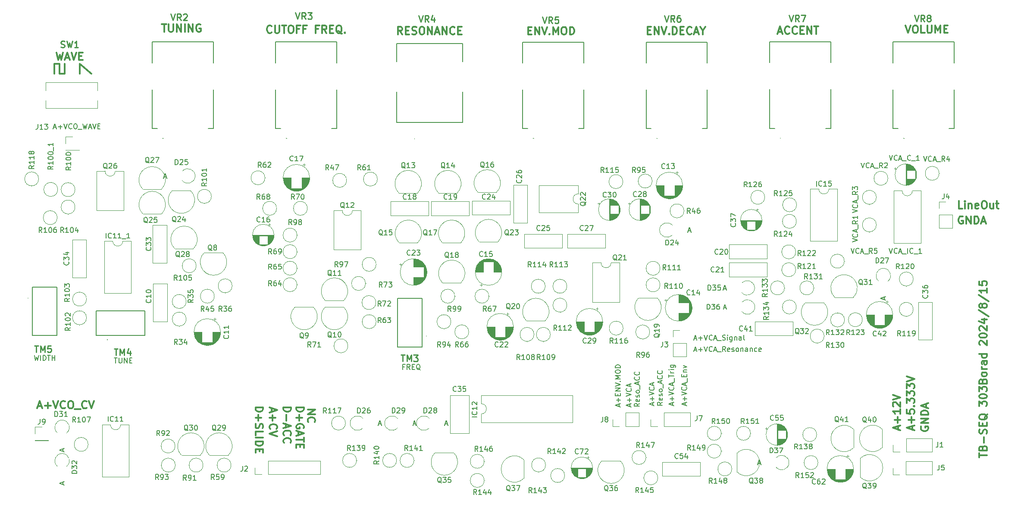
<source format=gto>
G04 #@! TF.GenerationSoftware,KiCad,Pcbnew,8.0.2*
G04 #@! TF.CreationDate,2024-08-15T15:23:23+09:00*
G04 #@! TF.ProjectId,analog_separate,616e616c-6f67-45f7-9365-706172617465,rev?*
G04 #@! TF.SameCoordinates,Original*
G04 #@! TF.FileFunction,Legend,Top*
G04 #@! TF.FilePolarity,Positive*
%FSLAX46Y46*%
G04 Gerber Fmt 4.6, Leading zero omitted, Abs format (unit mm)*
G04 Created by KiCad (PCBNEW 8.0.2) date 2024-08-15 15:23:23*
%MOMM*%
%LPD*%
G01*
G04 APERTURE LIST*
%ADD10C,0.300000*%
%ADD11C,0.200000*%
%ADD12C,0.150000*%
%ADD13C,0.254000*%
%ADD14C,0.120000*%
%ADD15C,0.100000*%
%ADD16R,1.600000X1.600000*%
%ADD17C,1.600000*%
%ADD18R,1.200000X1.200000*%
%ADD19C,1.200000*%
%ADD20O,1.600000X1.600000*%
%ADD21R,1.050000X1.500000*%
%ADD22O,1.050000X1.500000*%
%ADD23R,1.800000X1.800000*%
%ADD24O,1.800000X1.800000*%
%ADD25R,1.700000X1.700000*%
%ADD26O,1.700000X1.700000*%
%ADD27C,1.635000*%
%ADD28R,1.217000X1.217000*%
%ADD29C,1.217000*%
%ADD30R,1.500000X1.500000*%
%ADD31C,1.500000*%
%ADD32C,4.350000*%
%ADD33R,1.500000X1.050000*%
%ADD34O,1.500000X1.050000*%
%ADD35C,4.455000*%
G04 APERTURE END LIST*
D10*
X48955000Y-51580000D02*
X48955000Y-53580000D01*
X47955000Y-51580000D02*
X48955000Y-51580000D01*
X47955000Y-53580000D02*
X47955000Y-51580000D01*
X49955000Y-53580000D02*
X49955000Y-51580000D01*
X52955000Y-51580000D02*
X55205000Y-53580000D01*
X52955000Y-51580000D02*
X52955000Y-53580000D01*
X48955000Y-53580000D02*
X49955000Y-53580000D01*
D11*
X44024435Y-108867219D02*
X44262530Y-109867219D01*
X44262530Y-109867219D02*
X44453006Y-109152933D01*
X44453006Y-109152933D02*
X44643482Y-109867219D01*
X44643482Y-109867219D02*
X44881578Y-108867219D01*
X45262530Y-109867219D02*
X45262530Y-108867219D01*
X45738720Y-109867219D02*
X45738720Y-108867219D01*
X45738720Y-108867219D02*
X45976815Y-108867219D01*
X45976815Y-108867219D02*
X46119672Y-108914838D01*
X46119672Y-108914838D02*
X46214910Y-109010076D01*
X46214910Y-109010076D02*
X46262529Y-109105314D01*
X46262529Y-109105314D02*
X46310148Y-109295790D01*
X46310148Y-109295790D02*
X46310148Y-109438647D01*
X46310148Y-109438647D02*
X46262529Y-109629123D01*
X46262529Y-109629123D02*
X46214910Y-109724361D01*
X46214910Y-109724361D02*
X46119672Y-109819600D01*
X46119672Y-109819600D02*
X45976815Y-109867219D01*
X45976815Y-109867219D02*
X45738720Y-109867219D01*
X46595863Y-108867219D02*
X47167291Y-108867219D01*
X46881577Y-109867219D02*
X46881577Y-108867219D01*
X47500625Y-109867219D02*
X47500625Y-108867219D01*
X47500625Y-109343409D02*
X48072053Y-109343409D01*
X48072053Y-109867219D02*
X48072053Y-108867219D01*
D10*
X69070225Y-43810828D02*
X69927368Y-43810828D01*
X69498796Y-45310828D02*
X69498796Y-43810828D01*
X70427367Y-43810828D02*
X70427367Y-45025114D01*
X70427367Y-45025114D02*
X70498796Y-45167971D01*
X70498796Y-45167971D02*
X70570225Y-45239400D01*
X70570225Y-45239400D02*
X70713082Y-45310828D01*
X70713082Y-45310828D02*
X70998796Y-45310828D01*
X70998796Y-45310828D02*
X71141653Y-45239400D01*
X71141653Y-45239400D02*
X71213082Y-45167971D01*
X71213082Y-45167971D02*
X71284510Y-45025114D01*
X71284510Y-45025114D02*
X71284510Y-43810828D01*
X71998796Y-45310828D02*
X71998796Y-43810828D01*
X71998796Y-43810828D02*
X72855939Y-45310828D01*
X72855939Y-45310828D02*
X72855939Y-43810828D01*
X73570225Y-45310828D02*
X73570225Y-43810828D01*
X74284511Y-45310828D02*
X74284511Y-43810828D01*
X74284511Y-43810828D02*
X75141654Y-45310828D01*
X75141654Y-45310828D02*
X75141654Y-43810828D01*
X76641655Y-43882257D02*
X76498798Y-43810828D01*
X76498798Y-43810828D02*
X76284512Y-43810828D01*
X76284512Y-43810828D02*
X76070226Y-43882257D01*
X76070226Y-43882257D02*
X75927369Y-44025114D01*
X75927369Y-44025114D02*
X75855940Y-44167971D01*
X75855940Y-44167971D02*
X75784512Y-44453685D01*
X75784512Y-44453685D02*
X75784512Y-44667971D01*
X75784512Y-44667971D02*
X75855940Y-44953685D01*
X75855940Y-44953685D02*
X75927369Y-45096542D01*
X75927369Y-45096542D02*
X76070226Y-45239400D01*
X76070226Y-45239400D02*
X76284512Y-45310828D01*
X76284512Y-45310828D02*
X76427369Y-45310828D01*
X76427369Y-45310828D02*
X76641655Y-45239400D01*
X76641655Y-45239400D02*
X76713083Y-45167971D01*
X76713083Y-45167971D02*
X76713083Y-44667971D01*
X76713083Y-44667971D02*
X76427369Y-44667971D01*
X90626653Y-45432971D02*
X90555225Y-45504400D01*
X90555225Y-45504400D02*
X90340939Y-45575828D01*
X90340939Y-45575828D02*
X90198082Y-45575828D01*
X90198082Y-45575828D02*
X89983796Y-45504400D01*
X89983796Y-45504400D02*
X89840939Y-45361542D01*
X89840939Y-45361542D02*
X89769510Y-45218685D01*
X89769510Y-45218685D02*
X89698082Y-44932971D01*
X89698082Y-44932971D02*
X89698082Y-44718685D01*
X89698082Y-44718685D02*
X89769510Y-44432971D01*
X89769510Y-44432971D02*
X89840939Y-44290114D01*
X89840939Y-44290114D02*
X89983796Y-44147257D01*
X89983796Y-44147257D02*
X90198082Y-44075828D01*
X90198082Y-44075828D02*
X90340939Y-44075828D01*
X90340939Y-44075828D02*
X90555225Y-44147257D01*
X90555225Y-44147257D02*
X90626653Y-44218685D01*
X91269510Y-44075828D02*
X91269510Y-45290114D01*
X91269510Y-45290114D02*
X91340939Y-45432971D01*
X91340939Y-45432971D02*
X91412368Y-45504400D01*
X91412368Y-45504400D02*
X91555225Y-45575828D01*
X91555225Y-45575828D02*
X91840939Y-45575828D01*
X91840939Y-45575828D02*
X91983796Y-45504400D01*
X91983796Y-45504400D02*
X92055225Y-45432971D01*
X92055225Y-45432971D02*
X92126653Y-45290114D01*
X92126653Y-45290114D02*
X92126653Y-44075828D01*
X92626654Y-44075828D02*
X93483797Y-44075828D01*
X93055225Y-45575828D02*
X93055225Y-44075828D01*
X94269511Y-44075828D02*
X94555225Y-44075828D01*
X94555225Y-44075828D02*
X94698082Y-44147257D01*
X94698082Y-44147257D02*
X94840939Y-44290114D01*
X94840939Y-44290114D02*
X94912368Y-44575828D01*
X94912368Y-44575828D02*
X94912368Y-45075828D01*
X94912368Y-45075828D02*
X94840939Y-45361542D01*
X94840939Y-45361542D02*
X94698082Y-45504400D01*
X94698082Y-45504400D02*
X94555225Y-45575828D01*
X94555225Y-45575828D02*
X94269511Y-45575828D01*
X94269511Y-45575828D02*
X94126654Y-45504400D01*
X94126654Y-45504400D02*
X93983796Y-45361542D01*
X93983796Y-45361542D02*
X93912368Y-45075828D01*
X93912368Y-45075828D02*
X93912368Y-44575828D01*
X93912368Y-44575828D02*
X93983796Y-44290114D01*
X93983796Y-44290114D02*
X94126654Y-44147257D01*
X94126654Y-44147257D02*
X94269511Y-44075828D01*
X96055225Y-44790114D02*
X95555225Y-44790114D01*
X95555225Y-45575828D02*
X95555225Y-44075828D01*
X95555225Y-44075828D02*
X96269511Y-44075828D01*
X97340939Y-44790114D02*
X96840939Y-44790114D01*
X96840939Y-45575828D02*
X96840939Y-44075828D01*
X96840939Y-44075828D02*
X97555225Y-44075828D01*
X99769510Y-44790114D02*
X99269510Y-44790114D01*
X99269510Y-45575828D02*
X99269510Y-44075828D01*
X99269510Y-44075828D02*
X99983796Y-44075828D01*
X101412367Y-45575828D02*
X100912367Y-44861542D01*
X100555224Y-45575828D02*
X100555224Y-44075828D01*
X100555224Y-44075828D02*
X101126653Y-44075828D01*
X101126653Y-44075828D02*
X101269510Y-44147257D01*
X101269510Y-44147257D02*
X101340939Y-44218685D01*
X101340939Y-44218685D02*
X101412367Y-44361542D01*
X101412367Y-44361542D02*
X101412367Y-44575828D01*
X101412367Y-44575828D02*
X101340939Y-44718685D01*
X101340939Y-44718685D02*
X101269510Y-44790114D01*
X101269510Y-44790114D02*
X101126653Y-44861542D01*
X101126653Y-44861542D02*
X100555224Y-44861542D01*
X102055224Y-44790114D02*
X102555224Y-44790114D01*
X102769510Y-45575828D02*
X102055224Y-45575828D01*
X102055224Y-45575828D02*
X102055224Y-44075828D01*
X102055224Y-44075828D02*
X102769510Y-44075828D01*
X104412367Y-45718685D02*
X104269510Y-45647257D01*
X104269510Y-45647257D02*
X104126653Y-45504400D01*
X104126653Y-45504400D02*
X103912367Y-45290114D01*
X103912367Y-45290114D02*
X103769510Y-45218685D01*
X103769510Y-45218685D02*
X103626653Y-45218685D01*
X103698082Y-45575828D02*
X103555225Y-45504400D01*
X103555225Y-45504400D02*
X103412367Y-45361542D01*
X103412367Y-45361542D02*
X103340939Y-45075828D01*
X103340939Y-45075828D02*
X103340939Y-44575828D01*
X103340939Y-44575828D02*
X103412367Y-44290114D01*
X103412367Y-44290114D02*
X103555225Y-44147257D01*
X103555225Y-44147257D02*
X103698082Y-44075828D01*
X103698082Y-44075828D02*
X103983796Y-44075828D01*
X103983796Y-44075828D02*
X104126653Y-44147257D01*
X104126653Y-44147257D02*
X104269510Y-44290114D01*
X104269510Y-44290114D02*
X104340939Y-44575828D01*
X104340939Y-44575828D02*
X104340939Y-45075828D01*
X104340939Y-45075828D02*
X104269510Y-45361542D01*
X104269510Y-45361542D02*
X104126653Y-45504400D01*
X104126653Y-45504400D02*
X103983796Y-45575828D01*
X103983796Y-45575828D02*
X103698082Y-45575828D01*
X104983796Y-45432971D02*
X105055225Y-45504400D01*
X105055225Y-45504400D02*
X104983796Y-45575828D01*
X104983796Y-45575828D02*
X104912368Y-45504400D01*
X104912368Y-45504400D02*
X104983796Y-45432971D01*
X104983796Y-45432971D02*
X104983796Y-45575828D01*
X90627742Y-119233082D02*
X90627742Y-119947368D01*
X90199171Y-119090225D02*
X91699171Y-119590225D01*
X91699171Y-119590225D02*
X90199171Y-120090225D01*
X90770600Y-120590224D02*
X90770600Y-121733082D01*
X90199171Y-121161653D02*
X91342028Y-121161653D01*
X90342028Y-123304510D02*
X90270600Y-123233082D01*
X90270600Y-123233082D02*
X90199171Y-123018796D01*
X90199171Y-123018796D02*
X90199171Y-122875939D01*
X90199171Y-122875939D02*
X90270600Y-122661653D01*
X90270600Y-122661653D02*
X90413457Y-122518796D01*
X90413457Y-122518796D02*
X90556314Y-122447367D01*
X90556314Y-122447367D02*
X90842028Y-122375939D01*
X90842028Y-122375939D02*
X91056314Y-122375939D01*
X91056314Y-122375939D02*
X91342028Y-122447367D01*
X91342028Y-122447367D02*
X91484885Y-122518796D01*
X91484885Y-122518796D02*
X91627742Y-122661653D01*
X91627742Y-122661653D02*
X91699171Y-122875939D01*
X91699171Y-122875939D02*
X91699171Y-123018796D01*
X91699171Y-123018796D02*
X91627742Y-123233082D01*
X91627742Y-123233082D02*
X91556314Y-123304510D01*
X91699171Y-123733082D02*
X90199171Y-124233082D01*
X90199171Y-124233082D02*
X91699171Y-124733082D01*
X213667257Y-123466917D02*
X213667257Y-122752632D01*
X214095828Y-123609774D02*
X212595828Y-123109774D01*
X212595828Y-123109774D02*
X214095828Y-122609774D01*
X213524400Y-122109775D02*
X213524400Y-120966918D01*
X214095828Y-121538346D02*
X212952971Y-121538346D01*
X214095828Y-119466917D02*
X214095828Y-120324060D01*
X214095828Y-119895489D02*
X212595828Y-119895489D01*
X212595828Y-119895489D02*
X212810114Y-120038346D01*
X212810114Y-120038346D02*
X212952971Y-120181203D01*
X212952971Y-120181203D02*
X213024400Y-120324060D01*
X212738685Y-118895489D02*
X212667257Y-118824061D01*
X212667257Y-118824061D02*
X212595828Y-118681204D01*
X212595828Y-118681204D02*
X212595828Y-118324061D01*
X212595828Y-118324061D02*
X212667257Y-118181204D01*
X212667257Y-118181204D02*
X212738685Y-118109775D01*
X212738685Y-118109775D02*
X212881542Y-118038346D01*
X212881542Y-118038346D02*
X213024400Y-118038346D01*
X213024400Y-118038346D02*
X213238685Y-118109775D01*
X213238685Y-118109775D02*
X214095828Y-118966918D01*
X214095828Y-118966918D02*
X214095828Y-118038346D01*
X212595828Y-117609775D02*
X214095828Y-117109775D01*
X214095828Y-117109775D02*
X212595828Y-116609775D01*
X116276653Y-45850828D02*
X115776653Y-45136542D01*
X115419510Y-45850828D02*
X115419510Y-44350828D01*
X115419510Y-44350828D02*
X115990939Y-44350828D01*
X115990939Y-44350828D02*
X116133796Y-44422257D01*
X116133796Y-44422257D02*
X116205225Y-44493685D01*
X116205225Y-44493685D02*
X116276653Y-44636542D01*
X116276653Y-44636542D02*
X116276653Y-44850828D01*
X116276653Y-44850828D02*
X116205225Y-44993685D01*
X116205225Y-44993685D02*
X116133796Y-45065114D01*
X116133796Y-45065114D02*
X115990939Y-45136542D01*
X115990939Y-45136542D02*
X115419510Y-45136542D01*
X116919510Y-45065114D02*
X117419510Y-45065114D01*
X117633796Y-45850828D02*
X116919510Y-45850828D01*
X116919510Y-45850828D02*
X116919510Y-44350828D01*
X116919510Y-44350828D02*
X117633796Y-44350828D01*
X118205225Y-45779400D02*
X118419511Y-45850828D01*
X118419511Y-45850828D02*
X118776653Y-45850828D01*
X118776653Y-45850828D02*
X118919511Y-45779400D01*
X118919511Y-45779400D02*
X118990939Y-45707971D01*
X118990939Y-45707971D02*
X119062368Y-45565114D01*
X119062368Y-45565114D02*
X119062368Y-45422257D01*
X119062368Y-45422257D02*
X118990939Y-45279400D01*
X118990939Y-45279400D02*
X118919511Y-45207971D01*
X118919511Y-45207971D02*
X118776653Y-45136542D01*
X118776653Y-45136542D02*
X118490939Y-45065114D01*
X118490939Y-45065114D02*
X118348082Y-44993685D01*
X118348082Y-44993685D02*
X118276653Y-44922257D01*
X118276653Y-44922257D02*
X118205225Y-44779400D01*
X118205225Y-44779400D02*
X118205225Y-44636542D01*
X118205225Y-44636542D02*
X118276653Y-44493685D01*
X118276653Y-44493685D02*
X118348082Y-44422257D01*
X118348082Y-44422257D02*
X118490939Y-44350828D01*
X118490939Y-44350828D02*
X118848082Y-44350828D01*
X118848082Y-44350828D02*
X119062368Y-44422257D01*
X119990939Y-44350828D02*
X120276653Y-44350828D01*
X120276653Y-44350828D02*
X120419510Y-44422257D01*
X120419510Y-44422257D02*
X120562367Y-44565114D01*
X120562367Y-44565114D02*
X120633796Y-44850828D01*
X120633796Y-44850828D02*
X120633796Y-45350828D01*
X120633796Y-45350828D02*
X120562367Y-45636542D01*
X120562367Y-45636542D02*
X120419510Y-45779400D01*
X120419510Y-45779400D02*
X120276653Y-45850828D01*
X120276653Y-45850828D02*
X119990939Y-45850828D01*
X119990939Y-45850828D02*
X119848082Y-45779400D01*
X119848082Y-45779400D02*
X119705224Y-45636542D01*
X119705224Y-45636542D02*
X119633796Y-45350828D01*
X119633796Y-45350828D02*
X119633796Y-44850828D01*
X119633796Y-44850828D02*
X119705224Y-44565114D01*
X119705224Y-44565114D02*
X119848082Y-44422257D01*
X119848082Y-44422257D02*
X119990939Y-44350828D01*
X121276653Y-45850828D02*
X121276653Y-44350828D01*
X121276653Y-44350828D02*
X122133796Y-45850828D01*
X122133796Y-45850828D02*
X122133796Y-44350828D01*
X122776654Y-45422257D02*
X123490940Y-45422257D01*
X122633797Y-45850828D02*
X123133797Y-44350828D01*
X123133797Y-44350828D02*
X123633797Y-45850828D01*
X124133796Y-45850828D02*
X124133796Y-44350828D01*
X124133796Y-44350828D02*
X124990939Y-45850828D01*
X124990939Y-45850828D02*
X124990939Y-44350828D01*
X126562368Y-45707971D02*
X126490940Y-45779400D01*
X126490940Y-45779400D02*
X126276654Y-45850828D01*
X126276654Y-45850828D02*
X126133797Y-45850828D01*
X126133797Y-45850828D02*
X125919511Y-45779400D01*
X125919511Y-45779400D02*
X125776654Y-45636542D01*
X125776654Y-45636542D02*
X125705225Y-45493685D01*
X125705225Y-45493685D02*
X125633797Y-45207971D01*
X125633797Y-45207971D02*
X125633797Y-44993685D01*
X125633797Y-44993685D02*
X125705225Y-44707971D01*
X125705225Y-44707971D02*
X125776654Y-44565114D01*
X125776654Y-44565114D02*
X125919511Y-44422257D01*
X125919511Y-44422257D02*
X126133797Y-44350828D01*
X126133797Y-44350828D02*
X126276654Y-44350828D01*
X126276654Y-44350828D02*
X126490940Y-44422257D01*
X126490940Y-44422257D02*
X126562368Y-44493685D01*
X127205225Y-45065114D02*
X127705225Y-45065114D01*
X127919511Y-45850828D02*
X127205225Y-45850828D01*
X127205225Y-45850828D02*
X127205225Y-44350828D01*
X127205225Y-44350828D02*
X127919511Y-44350828D01*
D11*
X169331504Y-118677945D02*
X169331504Y-118201755D01*
X169617219Y-118773183D02*
X168617219Y-118439850D01*
X168617219Y-118439850D02*
X169617219Y-118106517D01*
X169236266Y-117773183D02*
X169236266Y-117011279D01*
X169617219Y-117392231D02*
X168855314Y-117392231D01*
X168617219Y-116677945D02*
X169617219Y-116344612D01*
X169617219Y-116344612D02*
X168617219Y-116011279D01*
X169521980Y-115106517D02*
X169569600Y-115154136D01*
X169569600Y-115154136D02*
X169617219Y-115296993D01*
X169617219Y-115296993D02*
X169617219Y-115392231D01*
X169617219Y-115392231D02*
X169569600Y-115535088D01*
X169569600Y-115535088D02*
X169474361Y-115630326D01*
X169474361Y-115630326D02*
X169379123Y-115677945D01*
X169379123Y-115677945D02*
X169188647Y-115725564D01*
X169188647Y-115725564D02*
X169045790Y-115725564D01*
X169045790Y-115725564D02*
X168855314Y-115677945D01*
X168855314Y-115677945D02*
X168760076Y-115630326D01*
X168760076Y-115630326D02*
X168664838Y-115535088D01*
X168664838Y-115535088D02*
X168617219Y-115392231D01*
X168617219Y-115392231D02*
X168617219Y-115296993D01*
X168617219Y-115296993D02*
X168664838Y-115154136D01*
X168664838Y-115154136D02*
X168712457Y-115106517D01*
X169331504Y-114725564D02*
X169331504Y-114249374D01*
X169617219Y-114820802D02*
X168617219Y-114487469D01*
X168617219Y-114487469D02*
X169617219Y-114154136D01*
X169712457Y-114058898D02*
X169712457Y-113296993D01*
X168617219Y-113201754D02*
X168617219Y-112630326D01*
X169617219Y-112916040D02*
X168617219Y-112916040D01*
X169617219Y-112296992D02*
X168950552Y-112296992D01*
X169141028Y-112296992D02*
X169045790Y-112249373D01*
X169045790Y-112249373D02*
X168998171Y-112201754D01*
X168998171Y-112201754D02*
X168950552Y-112106516D01*
X168950552Y-112106516D02*
X168950552Y-112011278D01*
X169617219Y-111677944D02*
X168950552Y-111677944D01*
X168617219Y-111677944D02*
X168664838Y-111725563D01*
X168664838Y-111725563D02*
X168712457Y-111677944D01*
X168712457Y-111677944D02*
X168664838Y-111630325D01*
X168664838Y-111630325D02*
X168617219Y-111677944D01*
X168617219Y-111677944D02*
X168712457Y-111677944D01*
X168950552Y-110773183D02*
X169760076Y-110773183D01*
X169760076Y-110773183D02*
X169855314Y-110820802D01*
X169855314Y-110820802D02*
X169902933Y-110868421D01*
X169902933Y-110868421D02*
X169950552Y-110963659D01*
X169950552Y-110963659D02*
X169950552Y-111106516D01*
X169950552Y-111106516D02*
X169902933Y-111201754D01*
X169569600Y-110773183D02*
X169617219Y-110868421D01*
X169617219Y-110868421D02*
X169617219Y-111058897D01*
X169617219Y-111058897D02*
X169569600Y-111154135D01*
X169569600Y-111154135D02*
X169521980Y-111201754D01*
X169521980Y-111201754D02*
X169426742Y-111249373D01*
X169426742Y-111249373D02*
X169141028Y-111249373D01*
X169141028Y-111249373D02*
X169045790Y-111201754D01*
X169045790Y-111201754D02*
X168998171Y-111154135D01*
X168998171Y-111154135D02*
X168950552Y-111058897D01*
X168950552Y-111058897D02*
X168950552Y-110868421D01*
X168950552Y-110868421D02*
X168998171Y-110773183D01*
X173572054Y-107831504D02*
X174048244Y-107831504D01*
X173476816Y-108117219D02*
X173810149Y-107117219D01*
X173810149Y-107117219D02*
X174143482Y-108117219D01*
X174476816Y-107736266D02*
X175238721Y-107736266D01*
X174857768Y-108117219D02*
X174857768Y-107355314D01*
X175572054Y-107117219D02*
X175905387Y-108117219D01*
X175905387Y-108117219D02*
X176238720Y-107117219D01*
X177143482Y-108021980D02*
X177095863Y-108069600D01*
X177095863Y-108069600D02*
X176953006Y-108117219D01*
X176953006Y-108117219D02*
X176857768Y-108117219D01*
X176857768Y-108117219D02*
X176714911Y-108069600D01*
X176714911Y-108069600D02*
X176619673Y-107974361D01*
X176619673Y-107974361D02*
X176572054Y-107879123D01*
X176572054Y-107879123D02*
X176524435Y-107688647D01*
X176524435Y-107688647D02*
X176524435Y-107545790D01*
X176524435Y-107545790D02*
X176572054Y-107355314D01*
X176572054Y-107355314D02*
X176619673Y-107260076D01*
X176619673Y-107260076D02*
X176714911Y-107164838D01*
X176714911Y-107164838D02*
X176857768Y-107117219D01*
X176857768Y-107117219D02*
X176953006Y-107117219D01*
X176953006Y-107117219D02*
X177095863Y-107164838D01*
X177095863Y-107164838D02*
X177143482Y-107212457D01*
X177524435Y-107831504D02*
X178000625Y-107831504D01*
X177429197Y-108117219D02*
X177762530Y-107117219D01*
X177762530Y-107117219D02*
X178095863Y-108117219D01*
X178191102Y-108212457D02*
X178953006Y-108212457D01*
X179762530Y-108117219D02*
X179429197Y-107641028D01*
X179191102Y-108117219D02*
X179191102Y-107117219D01*
X179191102Y-107117219D02*
X179572054Y-107117219D01*
X179572054Y-107117219D02*
X179667292Y-107164838D01*
X179667292Y-107164838D02*
X179714911Y-107212457D01*
X179714911Y-107212457D02*
X179762530Y-107307695D01*
X179762530Y-107307695D02*
X179762530Y-107450552D01*
X179762530Y-107450552D02*
X179714911Y-107545790D01*
X179714911Y-107545790D02*
X179667292Y-107593409D01*
X179667292Y-107593409D02*
X179572054Y-107641028D01*
X179572054Y-107641028D02*
X179191102Y-107641028D01*
X180572054Y-108069600D02*
X180476816Y-108117219D01*
X180476816Y-108117219D02*
X180286340Y-108117219D01*
X180286340Y-108117219D02*
X180191102Y-108069600D01*
X180191102Y-108069600D02*
X180143483Y-107974361D01*
X180143483Y-107974361D02*
X180143483Y-107593409D01*
X180143483Y-107593409D02*
X180191102Y-107498171D01*
X180191102Y-107498171D02*
X180286340Y-107450552D01*
X180286340Y-107450552D02*
X180476816Y-107450552D01*
X180476816Y-107450552D02*
X180572054Y-107498171D01*
X180572054Y-107498171D02*
X180619673Y-107593409D01*
X180619673Y-107593409D02*
X180619673Y-107688647D01*
X180619673Y-107688647D02*
X180143483Y-107783885D01*
X181000626Y-108069600D02*
X181095864Y-108117219D01*
X181095864Y-108117219D02*
X181286340Y-108117219D01*
X181286340Y-108117219D02*
X181381578Y-108069600D01*
X181381578Y-108069600D02*
X181429197Y-107974361D01*
X181429197Y-107974361D02*
X181429197Y-107926742D01*
X181429197Y-107926742D02*
X181381578Y-107831504D01*
X181381578Y-107831504D02*
X181286340Y-107783885D01*
X181286340Y-107783885D02*
X181143483Y-107783885D01*
X181143483Y-107783885D02*
X181048245Y-107736266D01*
X181048245Y-107736266D02*
X181000626Y-107641028D01*
X181000626Y-107641028D02*
X181000626Y-107593409D01*
X181000626Y-107593409D02*
X181048245Y-107498171D01*
X181048245Y-107498171D02*
X181143483Y-107450552D01*
X181143483Y-107450552D02*
X181286340Y-107450552D01*
X181286340Y-107450552D02*
X181381578Y-107498171D01*
X182000626Y-108117219D02*
X181905388Y-108069600D01*
X181905388Y-108069600D02*
X181857769Y-108021980D01*
X181857769Y-108021980D02*
X181810150Y-107926742D01*
X181810150Y-107926742D02*
X181810150Y-107641028D01*
X181810150Y-107641028D02*
X181857769Y-107545790D01*
X181857769Y-107545790D02*
X181905388Y-107498171D01*
X181905388Y-107498171D02*
X182000626Y-107450552D01*
X182000626Y-107450552D02*
X182143483Y-107450552D01*
X182143483Y-107450552D02*
X182238721Y-107498171D01*
X182238721Y-107498171D02*
X182286340Y-107545790D01*
X182286340Y-107545790D02*
X182333959Y-107641028D01*
X182333959Y-107641028D02*
X182333959Y-107926742D01*
X182333959Y-107926742D02*
X182286340Y-108021980D01*
X182286340Y-108021980D02*
X182238721Y-108069600D01*
X182238721Y-108069600D02*
X182143483Y-108117219D01*
X182143483Y-108117219D02*
X182000626Y-108117219D01*
X182762531Y-107450552D02*
X182762531Y-108117219D01*
X182762531Y-107545790D02*
X182810150Y-107498171D01*
X182810150Y-107498171D02*
X182905388Y-107450552D01*
X182905388Y-107450552D02*
X183048245Y-107450552D01*
X183048245Y-107450552D02*
X183143483Y-107498171D01*
X183143483Y-107498171D02*
X183191102Y-107593409D01*
X183191102Y-107593409D02*
X183191102Y-108117219D01*
X184095864Y-108117219D02*
X184095864Y-107593409D01*
X184095864Y-107593409D02*
X184048245Y-107498171D01*
X184048245Y-107498171D02*
X183953007Y-107450552D01*
X183953007Y-107450552D02*
X183762531Y-107450552D01*
X183762531Y-107450552D02*
X183667293Y-107498171D01*
X184095864Y-108069600D02*
X184000626Y-108117219D01*
X184000626Y-108117219D02*
X183762531Y-108117219D01*
X183762531Y-108117219D02*
X183667293Y-108069600D01*
X183667293Y-108069600D02*
X183619674Y-107974361D01*
X183619674Y-107974361D02*
X183619674Y-107879123D01*
X183619674Y-107879123D02*
X183667293Y-107783885D01*
X183667293Y-107783885D02*
X183762531Y-107736266D01*
X183762531Y-107736266D02*
X184000626Y-107736266D01*
X184000626Y-107736266D02*
X184095864Y-107688647D01*
X184572055Y-107450552D02*
X184572055Y-108117219D01*
X184572055Y-107545790D02*
X184619674Y-107498171D01*
X184619674Y-107498171D02*
X184714912Y-107450552D01*
X184714912Y-107450552D02*
X184857769Y-107450552D01*
X184857769Y-107450552D02*
X184953007Y-107498171D01*
X184953007Y-107498171D02*
X185000626Y-107593409D01*
X185000626Y-107593409D02*
X185000626Y-108117219D01*
X185905388Y-108069600D02*
X185810150Y-108117219D01*
X185810150Y-108117219D02*
X185619674Y-108117219D01*
X185619674Y-108117219D02*
X185524436Y-108069600D01*
X185524436Y-108069600D02*
X185476817Y-108021980D01*
X185476817Y-108021980D02*
X185429198Y-107926742D01*
X185429198Y-107926742D02*
X185429198Y-107641028D01*
X185429198Y-107641028D02*
X185476817Y-107545790D01*
X185476817Y-107545790D02*
X185524436Y-107498171D01*
X185524436Y-107498171D02*
X185619674Y-107450552D01*
X185619674Y-107450552D02*
X185810150Y-107450552D01*
X185810150Y-107450552D02*
X185905388Y-107498171D01*
X186714912Y-108069600D02*
X186619674Y-108117219D01*
X186619674Y-108117219D02*
X186429198Y-108117219D01*
X186429198Y-108117219D02*
X186333960Y-108069600D01*
X186333960Y-108069600D02*
X186286341Y-107974361D01*
X186286341Y-107974361D02*
X186286341Y-107593409D01*
X186286341Y-107593409D02*
X186333960Y-107498171D01*
X186333960Y-107498171D02*
X186429198Y-107450552D01*
X186429198Y-107450552D02*
X186619674Y-107450552D01*
X186619674Y-107450552D02*
X186714912Y-107498171D01*
X186714912Y-107498171D02*
X186762531Y-107593409D01*
X186762531Y-107593409D02*
X186762531Y-107688647D01*
X186762531Y-107688647D02*
X186286341Y-107783885D01*
X47822054Y-64081504D02*
X48298244Y-64081504D01*
X47726816Y-64367219D02*
X48060149Y-63367219D01*
X48060149Y-63367219D02*
X48393482Y-64367219D01*
X48726816Y-63986266D02*
X49488721Y-63986266D01*
X49107768Y-64367219D02*
X49107768Y-63605314D01*
X49822054Y-63367219D02*
X50155387Y-64367219D01*
X50155387Y-64367219D02*
X50488720Y-63367219D01*
X51393482Y-64271980D02*
X51345863Y-64319600D01*
X51345863Y-64319600D02*
X51203006Y-64367219D01*
X51203006Y-64367219D02*
X51107768Y-64367219D01*
X51107768Y-64367219D02*
X50964911Y-64319600D01*
X50964911Y-64319600D02*
X50869673Y-64224361D01*
X50869673Y-64224361D02*
X50822054Y-64129123D01*
X50822054Y-64129123D02*
X50774435Y-63938647D01*
X50774435Y-63938647D02*
X50774435Y-63795790D01*
X50774435Y-63795790D02*
X50822054Y-63605314D01*
X50822054Y-63605314D02*
X50869673Y-63510076D01*
X50869673Y-63510076D02*
X50964911Y-63414838D01*
X50964911Y-63414838D02*
X51107768Y-63367219D01*
X51107768Y-63367219D02*
X51203006Y-63367219D01*
X51203006Y-63367219D02*
X51345863Y-63414838D01*
X51345863Y-63414838D02*
X51393482Y-63462457D01*
X52012530Y-63367219D02*
X52203006Y-63367219D01*
X52203006Y-63367219D02*
X52298244Y-63414838D01*
X52298244Y-63414838D02*
X52393482Y-63510076D01*
X52393482Y-63510076D02*
X52441101Y-63700552D01*
X52441101Y-63700552D02*
X52441101Y-64033885D01*
X52441101Y-64033885D02*
X52393482Y-64224361D01*
X52393482Y-64224361D02*
X52298244Y-64319600D01*
X52298244Y-64319600D02*
X52203006Y-64367219D01*
X52203006Y-64367219D02*
X52012530Y-64367219D01*
X52012530Y-64367219D02*
X51917292Y-64319600D01*
X51917292Y-64319600D02*
X51822054Y-64224361D01*
X51822054Y-64224361D02*
X51774435Y-64033885D01*
X51774435Y-64033885D02*
X51774435Y-63700552D01*
X51774435Y-63700552D02*
X51822054Y-63510076D01*
X51822054Y-63510076D02*
X51917292Y-63414838D01*
X51917292Y-63414838D02*
X52012530Y-63367219D01*
X52631578Y-64462457D02*
X53393482Y-64462457D01*
X53536340Y-63367219D02*
X53774435Y-64367219D01*
X53774435Y-64367219D02*
X53964911Y-63652933D01*
X53964911Y-63652933D02*
X54155387Y-64367219D01*
X54155387Y-64367219D02*
X54393483Y-63367219D01*
X54726816Y-64081504D02*
X55203006Y-64081504D01*
X54631578Y-64367219D02*
X54964911Y-63367219D01*
X54964911Y-63367219D02*
X55298244Y-64367219D01*
X55488721Y-63367219D02*
X55822054Y-64367219D01*
X55822054Y-64367219D02*
X56155387Y-63367219D01*
X56488721Y-63843409D02*
X56822054Y-63843409D01*
X56964911Y-64367219D02*
X56488721Y-64367219D01*
X56488721Y-64367219D02*
X56488721Y-63367219D01*
X56488721Y-63367219D02*
X56964911Y-63367219D01*
D10*
X215090225Y-44050828D02*
X215590225Y-45550828D01*
X215590225Y-45550828D02*
X216090225Y-44050828D01*
X216875939Y-44050828D02*
X217161653Y-44050828D01*
X217161653Y-44050828D02*
X217304510Y-44122257D01*
X217304510Y-44122257D02*
X217447367Y-44265114D01*
X217447367Y-44265114D02*
X217518796Y-44550828D01*
X217518796Y-44550828D02*
X217518796Y-45050828D01*
X217518796Y-45050828D02*
X217447367Y-45336542D01*
X217447367Y-45336542D02*
X217304510Y-45479400D01*
X217304510Y-45479400D02*
X217161653Y-45550828D01*
X217161653Y-45550828D02*
X216875939Y-45550828D01*
X216875939Y-45550828D02*
X216733082Y-45479400D01*
X216733082Y-45479400D02*
X216590224Y-45336542D01*
X216590224Y-45336542D02*
X216518796Y-45050828D01*
X216518796Y-45050828D02*
X216518796Y-44550828D01*
X216518796Y-44550828D02*
X216590224Y-44265114D01*
X216590224Y-44265114D02*
X216733082Y-44122257D01*
X216733082Y-44122257D02*
X216875939Y-44050828D01*
X218875939Y-45550828D02*
X218161653Y-45550828D01*
X218161653Y-45550828D02*
X218161653Y-44050828D01*
X219375939Y-44050828D02*
X219375939Y-45265114D01*
X219375939Y-45265114D02*
X219447368Y-45407971D01*
X219447368Y-45407971D02*
X219518797Y-45479400D01*
X219518797Y-45479400D02*
X219661654Y-45550828D01*
X219661654Y-45550828D02*
X219947368Y-45550828D01*
X219947368Y-45550828D02*
X220090225Y-45479400D01*
X220090225Y-45479400D02*
X220161654Y-45407971D01*
X220161654Y-45407971D02*
X220233082Y-45265114D01*
X220233082Y-45265114D02*
X220233082Y-44050828D01*
X220947368Y-45550828D02*
X220947368Y-44050828D01*
X220947368Y-44050828D02*
X221447368Y-45122257D01*
X221447368Y-45122257D02*
X221947368Y-44050828D01*
X221947368Y-44050828D02*
X221947368Y-45550828D01*
X222661654Y-44765114D02*
X223161654Y-44765114D01*
X223375940Y-45550828D02*
X222661654Y-45550828D01*
X222661654Y-45550828D02*
X222661654Y-44050828D01*
X222661654Y-44050828D02*
X223375940Y-44050828D01*
D11*
X59726816Y-109367219D02*
X60298244Y-109367219D01*
X60012530Y-110367219D02*
X60012530Y-109367219D01*
X60631578Y-109367219D02*
X60631578Y-110176742D01*
X60631578Y-110176742D02*
X60679197Y-110271980D01*
X60679197Y-110271980D02*
X60726816Y-110319600D01*
X60726816Y-110319600D02*
X60822054Y-110367219D01*
X60822054Y-110367219D02*
X61012530Y-110367219D01*
X61012530Y-110367219D02*
X61107768Y-110319600D01*
X61107768Y-110319600D02*
X61155387Y-110271980D01*
X61155387Y-110271980D02*
X61203006Y-110176742D01*
X61203006Y-110176742D02*
X61203006Y-109367219D01*
X61679197Y-110367219D02*
X61679197Y-109367219D01*
X61679197Y-109367219D02*
X62250625Y-110367219D01*
X62250625Y-110367219D02*
X62250625Y-109367219D01*
X62726816Y-109843409D02*
X63060149Y-109843409D01*
X63203006Y-110367219D02*
X62726816Y-110367219D01*
X62726816Y-110367219D02*
X62726816Y-109367219D01*
X62726816Y-109367219D02*
X63203006Y-109367219D01*
D10*
X218167257Y-122859774D02*
X218095828Y-123002632D01*
X218095828Y-123002632D02*
X218095828Y-123216917D01*
X218095828Y-123216917D02*
X218167257Y-123431203D01*
X218167257Y-123431203D02*
X218310114Y-123574060D01*
X218310114Y-123574060D02*
X218452971Y-123645489D01*
X218452971Y-123645489D02*
X218738685Y-123716917D01*
X218738685Y-123716917D02*
X218952971Y-123716917D01*
X218952971Y-123716917D02*
X219238685Y-123645489D01*
X219238685Y-123645489D02*
X219381542Y-123574060D01*
X219381542Y-123574060D02*
X219524400Y-123431203D01*
X219524400Y-123431203D02*
X219595828Y-123216917D01*
X219595828Y-123216917D02*
X219595828Y-123074060D01*
X219595828Y-123074060D02*
X219524400Y-122859774D01*
X219524400Y-122859774D02*
X219452971Y-122788346D01*
X219452971Y-122788346D02*
X218952971Y-122788346D01*
X218952971Y-122788346D02*
X218952971Y-123074060D01*
X219595828Y-122145489D02*
X218095828Y-122145489D01*
X218095828Y-122145489D02*
X219595828Y-121288346D01*
X219595828Y-121288346D02*
X218095828Y-121288346D01*
X219595828Y-120574060D02*
X218095828Y-120574060D01*
X218095828Y-120574060D02*
X218095828Y-120216917D01*
X218095828Y-120216917D02*
X218167257Y-120002631D01*
X218167257Y-120002631D02*
X218310114Y-119859774D01*
X218310114Y-119859774D02*
X218452971Y-119788345D01*
X218452971Y-119788345D02*
X218738685Y-119716917D01*
X218738685Y-119716917D02*
X218952971Y-119716917D01*
X218952971Y-119716917D02*
X219238685Y-119788345D01*
X219238685Y-119788345D02*
X219381542Y-119859774D01*
X219381542Y-119859774D02*
X219524400Y-120002631D01*
X219524400Y-120002631D02*
X219595828Y-120216917D01*
X219595828Y-120216917D02*
X219595828Y-120574060D01*
X219167257Y-119145488D02*
X219167257Y-118431203D01*
X219595828Y-119288345D02*
X218095828Y-118788345D01*
X218095828Y-118788345D02*
X219595828Y-118288345D01*
X226340225Y-81622257D02*
X226197368Y-81550828D01*
X226197368Y-81550828D02*
X225983082Y-81550828D01*
X225983082Y-81550828D02*
X225768796Y-81622257D01*
X225768796Y-81622257D02*
X225625939Y-81765114D01*
X225625939Y-81765114D02*
X225554510Y-81907971D01*
X225554510Y-81907971D02*
X225483082Y-82193685D01*
X225483082Y-82193685D02*
X225483082Y-82407971D01*
X225483082Y-82407971D02*
X225554510Y-82693685D01*
X225554510Y-82693685D02*
X225625939Y-82836542D01*
X225625939Y-82836542D02*
X225768796Y-82979400D01*
X225768796Y-82979400D02*
X225983082Y-83050828D01*
X225983082Y-83050828D02*
X226125939Y-83050828D01*
X226125939Y-83050828D02*
X226340225Y-82979400D01*
X226340225Y-82979400D02*
X226411653Y-82907971D01*
X226411653Y-82907971D02*
X226411653Y-82407971D01*
X226411653Y-82407971D02*
X226125939Y-82407971D01*
X227054510Y-83050828D02*
X227054510Y-81550828D01*
X227054510Y-81550828D02*
X227911653Y-83050828D01*
X227911653Y-83050828D02*
X227911653Y-81550828D01*
X228625939Y-83050828D02*
X228625939Y-81550828D01*
X228625939Y-81550828D02*
X228983082Y-81550828D01*
X228983082Y-81550828D02*
X229197368Y-81622257D01*
X229197368Y-81622257D02*
X229340225Y-81765114D01*
X229340225Y-81765114D02*
X229411654Y-81907971D01*
X229411654Y-81907971D02*
X229483082Y-82193685D01*
X229483082Y-82193685D02*
X229483082Y-82407971D01*
X229483082Y-82407971D02*
X229411654Y-82693685D01*
X229411654Y-82693685D02*
X229340225Y-82836542D01*
X229340225Y-82836542D02*
X229197368Y-82979400D01*
X229197368Y-82979400D02*
X228983082Y-83050828D01*
X228983082Y-83050828D02*
X228625939Y-83050828D01*
X230054511Y-82622257D02*
X230768797Y-82622257D01*
X229911654Y-83050828D02*
X230411654Y-81550828D01*
X230411654Y-81550828D02*
X230911654Y-83050828D01*
X95449171Y-119054510D02*
X96949171Y-119054510D01*
X96949171Y-119054510D02*
X96949171Y-119411653D01*
X96949171Y-119411653D02*
X96877742Y-119625939D01*
X96877742Y-119625939D02*
X96734885Y-119768796D01*
X96734885Y-119768796D02*
X96592028Y-119840225D01*
X96592028Y-119840225D02*
X96306314Y-119911653D01*
X96306314Y-119911653D02*
X96092028Y-119911653D01*
X96092028Y-119911653D02*
X95806314Y-119840225D01*
X95806314Y-119840225D02*
X95663457Y-119768796D01*
X95663457Y-119768796D02*
X95520600Y-119625939D01*
X95520600Y-119625939D02*
X95449171Y-119411653D01*
X95449171Y-119411653D02*
X95449171Y-119054510D01*
X96020600Y-120554510D02*
X96020600Y-121697368D01*
X95449171Y-121125939D02*
X96592028Y-121125939D01*
X96877742Y-123197368D02*
X96949171Y-123054511D01*
X96949171Y-123054511D02*
X96949171Y-122840225D01*
X96949171Y-122840225D02*
X96877742Y-122625939D01*
X96877742Y-122625939D02*
X96734885Y-122483082D01*
X96734885Y-122483082D02*
X96592028Y-122411653D01*
X96592028Y-122411653D02*
X96306314Y-122340225D01*
X96306314Y-122340225D02*
X96092028Y-122340225D01*
X96092028Y-122340225D02*
X95806314Y-122411653D01*
X95806314Y-122411653D02*
X95663457Y-122483082D01*
X95663457Y-122483082D02*
X95520600Y-122625939D01*
X95520600Y-122625939D02*
X95449171Y-122840225D01*
X95449171Y-122840225D02*
X95449171Y-122983082D01*
X95449171Y-122983082D02*
X95520600Y-123197368D01*
X95520600Y-123197368D02*
X95592028Y-123268796D01*
X95592028Y-123268796D02*
X96092028Y-123268796D01*
X96092028Y-123268796D02*
X96092028Y-122983082D01*
X95877742Y-123840225D02*
X95877742Y-124554511D01*
X95449171Y-123697368D02*
X96949171Y-124197368D01*
X96949171Y-124197368D02*
X95449171Y-124697368D01*
X96949171Y-124983082D02*
X96949171Y-125840225D01*
X95449171Y-125411653D02*
X96949171Y-125411653D01*
X96234885Y-126340224D02*
X96234885Y-126840224D01*
X95449171Y-127054510D02*
X95449171Y-126340224D01*
X95449171Y-126340224D02*
X96949171Y-126340224D01*
X96949171Y-126340224D02*
X96949171Y-127054510D01*
D11*
X116703006Y-111093409D02*
X116369673Y-111093409D01*
X116369673Y-111617219D02*
X116369673Y-110617219D01*
X116369673Y-110617219D02*
X116845863Y-110617219D01*
X117798244Y-111617219D02*
X117464911Y-111141028D01*
X117226816Y-111617219D02*
X117226816Y-110617219D01*
X117226816Y-110617219D02*
X117607768Y-110617219D01*
X117607768Y-110617219D02*
X117703006Y-110664838D01*
X117703006Y-110664838D02*
X117750625Y-110712457D01*
X117750625Y-110712457D02*
X117798244Y-110807695D01*
X117798244Y-110807695D02*
X117798244Y-110950552D01*
X117798244Y-110950552D02*
X117750625Y-111045790D01*
X117750625Y-111045790D02*
X117703006Y-111093409D01*
X117703006Y-111093409D02*
X117607768Y-111141028D01*
X117607768Y-111141028D02*
X117226816Y-111141028D01*
X118226816Y-111093409D02*
X118560149Y-111093409D01*
X118703006Y-111617219D02*
X118226816Y-111617219D01*
X118226816Y-111617219D02*
X118226816Y-110617219D01*
X118226816Y-110617219D02*
X118703006Y-110617219D01*
X119798244Y-111712457D02*
X119703006Y-111664838D01*
X119703006Y-111664838D02*
X119607768Y-111569600D01*
X119607768Y-111569600D02*
X119464911Y-111426742D01*
X119464911Y-111426742D02*
X119369673Y-111379123D01*
X119369673Y-111379123D02*
X119274435Y-111379123D01*
X119322054Y-111617219D02*
X119226816Y-111569600D01*
X119226816Y-111569600D02*
X119131578Y-111474361D01*
X119131578Y-111474361D02*
X119083959Y-111283885D01*
X119083959Y-111283885D02*
X119083959Y-110950552D01*
X119083959Y-110950552D02*
X119131578Y-110760076D01*
X119131578Y-110760076D02*
X119226816Y-110664838D01*
X119226816Y-110664838D02*
X119322054Y-110617219D01*
X119322054Y-110617219D02*
X119512530Y-110617219D01*
X119512530Y-110617219D02*
X119607768Y-110664838D01*
X119607768Y-110664838D02*
X119703006Y-110760076D01*
X119703006Y-110760076D02*
X119750625Y-110950552D01*
X119750625Y-110950552D02*
X119750625Y-111283885D01*
X119750625Y-111283885D02*
X119703006Y-111474361D01*
X119703006Y-111474361D02*
X119607768Y-111569600D01*
X119607768Y-111569600D02*
X119512530Y-111617219D01*
X119512530Y-111617219D02*
X119322054Y-111617219D01*
D10*
X92949171Y-119054510D02*
X94449171Y-119054510D01*
X94449171Y-119054510D02*
X94449171Y-119411653D01*
X94449171Y-119411653D02*
X94377742Y-119625939D01*
X94377742Y-119625939D02*
X94234885Y-119768796D01*
X94234885Y-119768796D02*
X94092028Y-119840225D01*
X94092028Y-119840225D02*
X93806314Y-119911653D01*
X93806314Y-119911653D02*
X93592028Y-119911653D01*
X93592028Y-119911653D02*
X93306314Y-119840225D01*
X93306314Y-119840225D02*
X93163457Y-119768796D01*
X93163457Y-119768796D02*
X93020600Y-119625939D01*
X93020600Y-119625939D02*
X92949171Y-119411653D01*
X92949171Y-119411653D02*
X92949171Y-119054510D01*
X93520600Y-120554510D02*
X93520600Y-121697368D01*
X93377742Y-122340225D02*
X93377742Y-123054511D01*
X92949171Y-122197368D02*
X94449171Y-122697368D01*
X94449171Y-122697368D02*
X92949171Y-123197368D01*
X93092028Y-124554510D02*
X93020600Y-124483082D01*
X93020600Y-124483082D02*
X92949171Y-124268796D01*
X92949171Y-124268796D02*
X92949171Y-124125939D01*
X92949171Y-124125939D02*
X93020600Y-123911653D01*
X93020600Y-123911653D02*
X93163457Y-123768796D01*
X93163457Y-123768796D02*
X93306314Y-123697367D01*
X93306314Y-123697367D02*
X93592028Y-123625939D01*
X93592028Y-123625939D02*
X93806314Y-123625939D01*
X93806314Y-123625939D02*
X94092028Y-123697367D01*
X94092028Y-123697367D02*
X94234885Y-123768796D01*
X94234885Y-123768796D02*
X94377742Y-123911653D01*
X94377742Y-123911653D02*
X94449171Y-124125939D01*
X94449171Y-124125939D02*
X94449171Y-124268796D01*
X94449171Y-124268796D02*
X94377742Y-124483082D01*
X94377742Y-124483082D02*
X94306314Y-124554510D01*
X93092028Y-126054510D02*
X93020600Y-125983082D01*
X93020600Y-125983082D02*
X92949171Y-125768796D01*
X92949171Y-125768796D02*
X92949171Y-125625939D01*
X92949171Y-125625939D02*
X93020600Y-125411653D01*
X93020600Y-125411653D02*
X93163457Y-125268796D01*
X93163457Y-125268796D02*
X93306314Y-125197367D01*
X93306314Y-125197367D02*
X93592028Y-125125939D01*
X93592028Y-125125939D02*
X93806314Y-125125939D01*
X93806314Y-125125939D02*
X94092028Y-125197367D01*
X94092028Y-125197367D02*
X94234885Y-125268796D01*
X94234885Y-125268796D02*
X94377742Y-125411653D01*
X94377742Y-125411653D02*
X94449171Y-125625939D01*
X94449171Y-125625939D02*
X94449171Y-125768796D01*
X94449171Y-125768796D02*
X94377742Y-125983082D01*
X94377742Y-125983082D02*
X94306314Y-126054510D01*
X216417257Y-123466917D02*
X216417257Y-122752632D01*
X216845828Y-123609774D02*
X215345828Y-123109774D01*
X215345828Y-123109774D02*
X216845828Y-122609774D01*
X216274400Y-122109775D02*
X216274400Y-120966918D01*
X216845828Y-121538346D02*
X215702971Y-121538346D01*
X215345828Y-119538346D02*
X215345828Y-120252632D01*
X215345828Y-120252632D02*
X216060114Y-120324060D01*
X216060114Y-120324060D02*
X215988685Y-120252632D01*
X215988685Y-120252632D02*
X215917257Y-120109775D01*
X215917257Y-120109775D02*
X215917257Y-119752632D01*
X215917257Y-119752632D02*
X215988685Y-119609775D01*
X215988685Y-119609775D02*
X216060114Y-119538346D01*
X216060114Y-119538346D02*
X216202971Y-119466917D01*
X216202971Y-119466917D02*
X216560114Y-119466917D01*
X216560114Y-119466917D02*
X216702971Y-119538346D01*
X216702971Y-119538346D02*
X216774400Y-119609775D01*
X216774400Y-119609775D02*
X216845828Y-119752632D01*
X216845828Y-119752632D02*
X216845828Y-120109775D01*
X216845828Y-120109775D02*
X216774400Y-120252632D01*
X216774400Y-120252632D02*
X216702971Y-120324060D01*
X216702971Y-118824061D02*
X216774400Y-118752632D01*
X216774400Y-118752632D02*
X216845828Y-118824061D01*
X216845828Y-118824061D02*
X216774400Y-118895489D01*
X216774400Y-118895489D02*
X216702971Y-118824061D01*
X216702971Y-118824061D02*
X216845828Y-118824061D01*
X215345828Y-118252632D02*
X215345828Y-117324060D01*
X215345828Y-117324060D02*
X215917257Y-117824060D01*
X215917257Y-117824060D02*
X215917257Y-117609775D01*
X215917257Y-117609775D02*
X215988685Y-117466918D01*
X215988685Y-117466918D02*
X216060114Y-117395489D01*
X216060114Y-117395489D02*
X216202971Y-117324060D01*
X216202971Y-117324060D02*
X216560114Y-117324060D01*
X216560114Y-117324060D02*
X216702971Y-117395489D01*
X216702971Y-117395489D02*
X216774400Y-117466918D01*
X216774400Y-117466918D02*
X216845828Y-117609775D01*
X216845828Y-117609775D02*
X216845828Y-118038346D01*
X216845828Y-118038346D02*
X216774400Y-118181203D01*
X216774400Y-118181203D02*
X216702971Y-118252632D01*
X215345828Y-116824061D02*
X215345828Y-115895489D01*
X215345828Y-115895489D02*
X215917257Y-116395489D01*
X215917257Y-116395489D02*
X215917257Y-116181204D01*
X215917257Y-116181204D02*
X215988685Y-116038347D01*
X215988685Y-116038347D02*
X216060114Y-115966918D01*
X216060114Y-115966918D02*
X216202971Y-115895489D01*
X216202971Y-115895489D02*
X216560114Y-115895489D01*
X216560114Y-115895489D02*
X216702971Y-115966918D01*
X216702971Y-115966918D02*
X216774400Y-116038347D01*
X216774400Y-116038347D02*
X216845828Y-116181204D01*
X216845828Y-116181204D02*
X216845828Y-116609775D01*
X216845828Y-116609775D02*
X216774400Y-116752632D01*
X216774400Y-116752632D02*
X216702971Y-116824061D01*
X215345828Y-115395490D02*
X215345828Y-114466918D01*
X215345828Y-114466918D02*
X215917257Y-114966918D01*
X215917257Y-114966918D02*
X215917257Y-114752633D01*
X215917257Y-114752633D02*
X215988685Y-114609776D01*
X215988685Y-114609776D02*
X216060114Y-114538347D01*
X216060114Y-114538347D02*
X216202971Y-114466918D01*
X216202971Y-114466918D02*
X216560114Y-114466918D01*
X216560114Y-114466918D02*
X216702971Y-114538347D01*
X216702971Y-114538347D02*
X216774400Y-114609776D01*
X216774400Y-114609776D02*
X216845828Y-114752633D01*
X216845828Y-114752633D02*
X216845828Y-115181204D01*
X216845828Y-115181204D02*
X216774400Y-115324061D01*
X216774400Y-115324061D02*
X216702971Y-115395490D01*
X215345828Y-114038347D02*
X216845828Y-113538347D01*
X216845828Y-113538347D02*
X215345828Y-113038347D01*
X226268796Y-80050828D02*
X225554510Y-80050828D01*
X225554510Y-80050828D02*
X225554510Y-78550828D01*
X226768796Y-80050828D02*
X226768796Y-79050828D01*
X226768796Y-78550828D02*
X226697368Y-78622257D01*
X226697368Y-78622257D02*
X226768796Y-78693685D01*
X226768796Y-78693685D02*
X226840225Y-78622257D01*
X226840225Y-78622257D02*
X226768796Y-78550828D01*
X226768796Y-78550828D02*
X226768796Y-78693685D01*
X227483082Y-79050828D02*
X227483082Y-80050828D01*
X227483082Y-79193685D02*
X227554511Y-79122257D01*
X227554511Y-79122257D02*
X227697368Y-79050828D01*
X227697368Y-79050828D02*
X227911654Y-79050828D01*
X227911654Y-79050828D02*
X228054511Y-79122257D01*
X228054511Y-79122257D02*
X228125940Y-79265114D01*
X228125940Y-79265114D02*
X228125940Y-80050828D01*
X229411654Y-79979400D02*
X229268797Y-80050828D01*
X229268797Y-80050828D02*
X228983083Y-80050828D01*
X228983083Y-80050828D02*
X228840225Y-79979400D01*
X228840225Y-79979400D02*
X228768797Y-79836542D01*
X228768797Y-79836542D02*
X228768797Y-79265114D01*
X228768797Y-79265114D02*
X228840225Y-79122257D01*
X228840225Y-79122257D02*
X228983083Y-79050828D01*
X228983083Y-79050828D02*
X229268797Y-79050828D01*
X229268797Y-79050828D02*
X229411654Y-79122257D01*
X229411654Y-79122257D02*
X229483083Y-79265114D01*
X229483083Y-79265114D02*
X229483083Y-79407971D01*
X229483083Y-79407971D02*
X228768797Y-79550828D01*
X230411654Y-78550828D02*
X230697368Y-78550828D01*
X230697368Y-78550828D02*
X230840225Y-78622257D01*
X230840225Y-78622257D02*
X230983082Y-78765114D01*
X230983082Y-78765114D02*
X231054511Y-79050828D01*
X231054511Y-79050828D02*
X231054511Y-79550828D01*
X231054511Y-79550828D02*
X230983082Y-79836542D01*
X230983082Y-79836542D02*
X230840225Y-79979400D01*
X230840225Y-79979400D02*
X230697368Y-80050828D01*
X230697368Y-80050828D02*
X230411654Y-80050828D01*
X230411654Y-80050828D02*
X230268797Y-79979400D01*
X230268797Y-79979400D02*
X230125939Y-79836542D01*
X230125939Y-79836542D02*
X230054511Y-79550828D01*
X230054511Y-79550828D02*
X230054511Y-79050828D01*
X230054511Y-79050828D02*
X230125939Y-78765114D01*
X230125939Y-78765114D02*
X230268797Y-78622257D01*
X230268797Y-78622257D02*
X230411654Y-78550828D01*
X232340226Y-79050828D02*
X232340226Y-80050828D01*
X231697368Y-79050828D02*
X231697368Y-79836542D01*
X231697368Y-79836542D02*
X231768797Y-79979400D01*
X231768797Y-79979400D02*
X231911654Y-80050828D01*
X231911654Y-80050828D02*
X232125940Y-80050828D01*
X232125940Y-80050828D02*
X232268797Y-79979400D01*
X232268797Y-79979400D02*
X232340226Y-79907971D01*
X232840226Y-79050828D02*
X233411654Y-79050828D01*
X233054511Y-78550828D02*
X233054511Y-79836542D01*
X233054511Y-79836542D02*
X233125940Y-79979400D01*
X233125940Y-79979400D02*
X233268797Y-80050828D01*
X233268797Y-80050828D02*
X233411654Y-80050828D01*
X190078082Y-45337257D02*
X190792368Y-45337257D01*
X189935225Y-45765828D02*
X190435225Y-44265828D01*
X190435225Y-44265828D02*
X190935225Y-45765828D01*
X192292367Y-45622971D02*
X192220939Y-45694400D01*
X192220939Y-45694400D02*
X192006653Y-45765828D01*
X192006653Y-45765828D02*
X191863796Y-45765828D01*
X191863796Y-45765828D02*
X191649510Y-45694400D01*
X191649510Y-45694400D02*
X191506653Y-45551542D01*
X191506653Y-45551542D02*
X191435224Y-45408685D01*
X191435224Y-45408685D02*
X191363796Y-45122971D01*
X191363796Y-45122971D02*
X191363796Y-44908685D01*
X191363796Y-44908685D02*
X191435224Y-44622971D01*
X191435224Y-44622971D02*
X191506653Y-44480114D01*
X191506653Y-44480114D02*
X191649510Y-44337257D01*
X191649510Y-44337257D02*
X191863796Y-44265828D01*
X191863796Y-44265828D02*
X192006653Y-44265828D01*
X192006653Y-44265828D02*
X192220939Y-44337257D01*
X192220939Y-44337257D02*
X192292367Y-44408685D01*
X193792367Y-45622971D02*
X193720939Y-45694400D01*
X193720939Y-45694400D02*
X193506653Y-45765828D01*
X193506653Y-45765828D02*
X193363796Y-45765828D01*
X193363796Y-45765828D02*
X193149510Y-45694400D01*
X193149510Y-45694400D02*
X193006653Y-45551542D01*
X193006653Y-45551542D02*
X192935224Y-45408685D01*
X192935224Y-45408685D02*
X192863796Y-45122971D01*
X192863796Y-45122971D02*
X192863796Y-44908685D01*
X192863796Y-44908685D02*
X192935224Y-44622971D01*
X192935224Y-44622971D02*
X193006653Y-44480114D01*
X193006653Y-44480114D02*
X193149510Y-44337257D01*
X193149510Y-44337257D02*
X193363796Y-44265828D01*
X193363796Y-44265828D02*
X193506653Y-44265828D01*
X193506653Y-44265828D02*
X193720939Y-44337257D01*
X193720939Y-44337257D02*
X193792367Y-44408685D01*
X194435224Y-44980114D02*
X194935224Y-44980114D01*
X195149510Y-45765828D02*
X194435224Y-45765828D01*
X194435224Y-45765828D02*
X194435224Y-44265828D01*
X194435224Y-44265828D02*
X195149510Y-44265828D01*
X195792367Y-45765828D02*
X195792367Y-44265828D01*
X195792367Y-44265828D02*
X196649510Y-45765828D01*
X196649510Y-45765828D02*
X196649510Y-44265828D01*
X197149511Y-44265828D02*
X198006654Y-44265828D01*
X197578082Y-45765828D02*
X197578082Y-44265828D01*
X140969510Y-45090114D02*
X141469510Y-45090114D01*
X141683796Y-45875828D02*
X140969510Y-45875828D01*
X140969510Y-45875828D02*
X140969510Y-44375828D01*
X140969510Y-44375828D02*
X141683796Y-44375828D01*
X142326653Y-45875828D02*
X142326653Y-44375828D01*
X142326653Y-44375828D02*
X143183796Y-45875828D01*
X143183796Y-45875828D02*
X143183796Y-44375828D01*
X143683797Y-44375828D02*
X144183797Y-45875828D01*
X144183797Y-45875828D02*
X144683797Y-44375828D01*
X145183796Y-45732971D02*
X145255225Y-45804400D01*
X145255225Y-45804400D02*
X145183796Y-45875828D01*
X145183796Y-45875828D02*
X145112368Y-45804400D01*
X145112368Y-45804400D02*
X145183796Y-45732971D01*
X145183796Y-45732971D02*
X145183796Y-45875828D01*
X145898082Y-45875828D02*
X145898082Y-44375828D01*
X145898082Y-44375828D02*
X146398082Y-45447257D01*
X146398082Y-45447257D02*
X146898082Y-44375828D01*
X146898082Y-44375828D02*
X146898082Y-45875828D01*
X147898083Y-44375828D02*
X148183797Y-44375828D01*
X148183797Y-44375828D02*
X148326654Y-44447257D01*
X148326654Y-44447257D02*
X148469511Y-44590114D01*
X148469511Y-44590114D02*
X148540940Y-44875828D01*
X148540940Y-44875828D02*
X148540940Y-45375828D01*
X148540940Y-45375828D02*
X148469511Y-45661542D01*
X148469511Y-45661542D02*
X148326654Y-45804400D01*
X148326654Y-45804400D02*
X148183797Y-45875828D01*
X148183797Y-45875828D02*
X147898083Y-45875828D01*
X147898083Y-45875828D02*
X147755226Y-45804400D01*
X147755226Y-45804400D02*
X147612368Y-45661542D01*
X147612368Y-45661542D02*
X147540940Y-45375828D01*
X147540940Y-45375828D02*
X147540940Y-44875828D01*
X147540940Y-44875828D02*
X147612368Y-44590114D01*
X147612368Y-44590114D02*
X147755226Y-44447257D01*
X147755226Y-44447257D02*
X147898083Y-44375828D01*
X149183797Y-45875828D02*
X149183797Y-44375828D01*
X149183797Y-44375828D02*
X149540940Y-44375828D01*
X149540940Y-44375828D02*
X149755226Y-44447257D01*
X149755226Y-44447257D02*
X149898083Y-44590114D01*
X149898083Y-44590114D02*
X149969512Y-44732971D01*
X149969512Y-44732971D02*
X150040940Y-45018685D01*
X150040940Y-45018685D02*
X150040940Y-45232971D01*
X150040940Y-45232971D02*
X149969512Y-45518685D01*
X149969512Y-45518685D02*
X149898083Y-45661542D01*
X149898083Y-45661542D02*
X149755226Y-45804400D01*
X149755226Y-45804400D02*
X149540940Y-45875828D01*
X149540940Y-45875828D02*
X149183797Y-45875828D01*
D11*
X158831504Y-118927945D02*
X158831504Y-118451755D01*
X159117219Y-119023183D02*
X158117219Y-118689850D01*
X158117219Y-118689850D02*
X159117219Y-118356517D01*
X158736266Y-118023183D02*
X158736266Y-117261279D01*
X159117219Y-117642231D02*
X158355314Y-117642231D01*
X158593409Y-116785088D02*
X158593409Y-116451755D01*
X159117219Y-116308898D02*
X159117219Y-116785088D01*
X159117219Y-116785088D02*
X158117219Y-116785088D01*
X158117219Y-116785088D02*
X158117219Y-116308898D01*
X159117219Y-115880326D02*
X158117219Y-115880326D01*
X158117219Y-115880326D02*
X159117219Y-115308898D01*
X159117219Y-115308898D02*
X158117219Y-115308898D01*
X158117219Y-114975564D02*
X159117219Y-114642231D01*
X159117219Y-114642231D02*
X158117219Y-114308898D01*
X159021980Y-113975564D02*
X159069600Y-113927945D01*
X159069600Y-113927945D02*
X159117219Y-113975564D01*
X159117219Y-113975564D02*
X159069600Y-114023183D01*
X159069600Y-114023183D02*
X159021980Y-113975564D01*
X159021980Y-113975564D02*
X159117219Y-113975564D01*
X159117219Y-113499374D02*
X158117219Y-113499374D01*
X158117219Y-113499374D02*
X158831504Y-113166041D01*
X158831504Y-113166041D02*
X158117219Y-112832708D01*
X158117219Y-112832708D02*
X159117219Y-112832708D01*
X158117219Y-112166041D02*
X158117219Y-111975565D01*
X158117219Y-111975565D02*
X158164838Y-111880327D01*
X158164838Y-111880327D02*
X158260076Y-111785089D01*
X158260076Y-111785089D02*
X158450552Y-111737470D01*
X158450552Y-111737470D02*
X158783885Y-111737470D01*
X158783885Y-111737470D02*
X158974361Y-111785089D01*
X158974361Y-111785089D02*
X159069600Y-111880327D01*
X159069600Y-111880327D02*
X159117219Y-111975565D01*
X159117219Y-111975565D02*
X159117219Y-112166041D01*
X159117219Y-112166041D02*
X159069600Y-112261279D01*
X159069600Y-112261279D02*
X158974361Y-112356517D01*
X158974361Y-112356517D02*
X158783885Y-112404136D01*
X158783885Y-112404136D02*
X158450552Y-112404136D01*
X158450552Y-112404136D02*
X158260076Y-112356517D01*
X158260076Y-112356517D02*
X158164838Y-112261279D01*
X158164838Y-112261279D02*
X158117219Y-112166041D01*
X159117219Y-111308898D02*
X158117219Y-111308898D01*
X158117219Y-111308898D02*
X158117219Y-111070803D01*
X158117219Y-111070803D02*
X158164838Y-110927946D01*
X158164838Y-110927946D02*
X158260076Y-110832708D01*
X158260076Y-110832708D02*
X158355314Y-110785089D01*
X158355314Y-110785089D02*
X158545790Y-110737470D01*
X158545790Y-110737470D02*
X158688647Y-110737470D01*
X158688647Y-110737470D02*
X158879123Y-110785089D01*
X158879123Y-110785089D02*
X158974361Y-110832708D01*
X158974361Y-110832708D02*
X159069600Y-110927946D01*
X159069600Y-110927946D02*
X159117219Y-111070803D01*
X159117219Y-111070803D02*
X159117219Y-111308898D01*
D10*
X48366653Y-49380828D02*
X48723796Y-50880828D01*
X48723796Y-50880828D02*
X49009510Y-49809400D01*
X49009510Y-49809400D02*
X49295225Y-50880828D01*
X49295225Y-50880828D02*
X49652368Y-49380828D01*
X50152368Y-50452257D02*
X50866654Y-50452257D01*
X50009511Y-50880828D02*
X50509511Y-49380828D01*
X50509511Y-49380828D02*
X51009511Y-50880828D01*
X51295225Y-49380828D02*
X51795225Y-50880828D01*
X51795225Y-50880828D02*
X52295225Y-49380828D01*
X52795224Y-50095114D02*
X53295224Y-50095114D01*
X53509510Y-50880828D02*
X52795224Y-50880828D01*
X52795224Y-50880828D02*
X52795224Y-49380828D01*
X52795224Y-49380828D02*
X53509510Y-49380828D01*
D11*
X160971560Y-118927945D02*
X160971560Y-118451755D01*
X161257275Y-119023183D02*
X160257275Y-118689850D01*
X160257275Y-118689850D02*
X161257275Y-118356517D01*
X160876322Y-118023183D02*
X160876322Y-117261279D01*
X161257275Y-117642231D02*
X160495370Y-117642231D01*
X160257275Y-116927945D02*
X161257275Y-116594612D01*
X161257275Y-116594612D02*
X160257275Y-116261279D01*
X161162036Y-115356517D02*
X161209656Y-115404136D01*
X161209656Y-115404136D02*
X161257275Y-115546993D01*
X161257275Y-115546993D02*
X161257275Y-115642231D01*
X161257275Y-115642231D02*
X161209656Y-115785088D01*
X161209656Y-115785088D02*
X161114417Y-115880326D01*
X161114417Y-115880326D02*
X161019179Y-115927945D01*
X161019179Y-115927945D02*
X160828703Y-115975564D01*
X160828703Y-115975564D02*
X160685846Y-115975564D01*
X160685846Y-115975564D02*
X160495370Y-115927945D01*
X160495370Y-115927945D02*
X160400132Y-115880326D01*
X160400132Y-115880326D02*
X160304894Y-115785088D01*
X160304894Y-115785088D02*
X160257275Y-115642231D01*
X160257275Y-115642231D02*
X160257275Y-115546993D01*
X160257275Y-115546993D02*
X160304894Y-115404136D01*
X160304894Y-115404136D02*
X160352513Y-115356517D01*
X160971560Y-114975564D02*
X160971560Y-114499374D01*
X161257275Y-115070802D02*
X160257275Y-114737469D01*
X160257275Y-114737469D02*
X161257275Y-114404136D01*
X162867219Y-118308898D02*
X162391028Y-118642231D01*
X162867219Y-118880326D02*
X161867219Y-118880326D01*
X161867219Y-118880326D02*
X161867219Y-118499374D01*
X161867219Y-118499374D02*
X161914838Y-118404136D01*
X161914838Y-118404136D02*
X161962457Y-118356517D01*
X161962457Y-118356517D02*
X162057695Y-118308898D01*
X162057695Y-118308898D02*
X162200552Y-118308898D01*
X162200552Y-118308898D02*
X162295790Y-118356517D01*
X162295790Y-118356517D02*
X162343409Y-118404136D01*
X162343409Y-118404136D02*
X162391028Y-118499374D01*
X162391028Y-118499374D02*
X162391028Y-118880326D01*
X162819600Y-117499374D02*
X162867219Y-117594612D01*
X162867219Y-117594612D02*
X162867219Y-117785088D01*
X162867219Y-117785088D02*
X162819600Y-117880326D01*
X162819600Y-117880326D02*
X162724361Y-117927945D01*
X162724361Y-117927945D02*
X162343409Y-117927945D01*
X162343409Y-117927945D02*
X162248171Y-117880326D01*
X162248171Y-117880326D02*
X162200552Y-117785088D01*
X162200552Y-117785088D02*
X162200552Y-117594612D01*
X162200552Y-117594612D02*
X162248171Y-117499374D01*
X162248171Y-117499374D02*
X162343409Y-117451755D01*
X162343409Y-117451755D02*
X162438647Y-117451755D01*
X162438647Y-117451755D02*
X162533885Y-117927945D01*
X162819600Y-117070802D02*
X162867219Y-116975564D01*
X162867219Y-116975564D02*
X162867219Y-116785088D01*
X162867219Y-116785088D02*
X162819600Y-116689850D01*
X162819600Y-116689850D02*
X162724361Y-116642231D01*
X162724361Y-116642231D02*
X162676742Y-116642231D01*
X162676742Y-116642231D02*
X162581504Y-116689850D01*
X162581504Y-116689850D02*
X162533885Y-116785088D01*
X162533885Y-116785088D02*
X162533885Y-116927945D01*
X162533885Y-116927945D02*
X162486266Y-117023183D01*
X162486266Y-117023183D02*
X162391028Y-117070802D01*
X162391028Y-117070802D02*
X162343409Y-117070802D01*
X162343409Y-117070802D02*
X162248171Y-117023183D01*
X162248171Y-117023183D02*
X162200552Y-116927945D01*
X162200552Y-116927945D02*
X162200552Y-116785088D01*
X162200552Y-116785088D02*
X162248171Y-116689850D01*
X162867219Y-116070802D02*
X162819600Y-116166040D01*
X162819600Y-116166040D02*
X162771980Y-116213659D01*
X162771980Y-116213659D02*
X162676742Y-116261278D01*
X162676742Y-116261278D02*
X162391028Y-116261278D01*
X162391028Y-116261278D02*
X162295790Y-116213659D01*
X162295790Y-116213659D02*
X162248171Y-116166040D01*
X162248171Y-116166040D02*
X162200552Y-116070802D01*
X162200552Y-116070802D02*
X162200552Y-115927945D01*
X162200552Y-115927945D02*
X162248171Y-115832707D01*
X162248171Y-115832707D02*
X162295790Y-115785088D01*
X162295790Y-115785088D02*
X162391028Y-115737469D01*
X162391028Y-115737469D02*
X162676742Y-115737469D01*
X162676742Y-115737469D02*
X162771980Y-115785088D01*
X162771980Y-115785088D02*
X162819600Y-115832707D01*
X162819600Y-115832707D02*
X162867219Y-115927945D01*
X162867219Y-115927945D02*
X162867219Y-116070802D01*
X162962457Y-115546993D02*
X162962457Y-114785088D01*
X162581504Y-114594611D02*
X162581504Y-114118421D01*
X162867219Y-114689849D02*
X161867219Y-114356516D01*
X161867219Y-114356516D02*
X162867219Y-114023183D01*
X162771980Y-113118421D02*
X162819600Y-113166040D01*
X162819600Y-113166040D02*
X162867219Y-113308897D01*
X162867219Y-113308897D02*
X162867219Y-113404135D01*
X162867219Y-113404135D02*
X162819600Y-113546992D01*
X162819600Y-113546992D02*
X162724361Y-113642230D01*
X162724361Y-113642230D02*
X162629123Y-113689849D01*
X162629123Y-113689849D02*
X162438647Y-113737468D01*
X162438647Y-113737468D02*
X162295790Y-113737468D01*
X162295790Y-113737468D02*
X162105314Y-113689849D01*
X162105314Y-113689849D02*
X162010076Y-113642230D01*
X162010076Y-113642230D02*
X161914838Y-113546992D01*
X161914838Y-113546992D02*
X161867219Y-113404135D01*
X161867219Y-113404135D02*
X161867219Y-113308897D01*
X161867219Y-113308897D02*
X161914838Y-113166040D01*
X161914838Y-113166040D02*
X161962457Y-113118421D01*
X162771980Y-112118421D02*
X162819600Y-112166040D01*
X162819600Y-112166040D02*
X162867219Y-112308897D01*
X162867219Y-112308897D02*
X162867219Y-112404135D01*
X162867219Y-112404135D02*
X162819600Y-112546992D01*
X162819600Y-112546992D02*
X162724361Y-112642230D01*
X162724361Y-112642230D02*
X162629123Y-112689849D01*
X162629123Y-112689849D02*
X162438647Y-112737468D01*
X162438647Y-112737468D02*
X162295790Y-112737468D01*
X162295790Y-112737468D02*
X162105314Y-112689849D01*
X162105314Y-112689849D02*
X162010076Y-112642230D01*
X162010076Y-112642230D02*
X161914838Y-112546992D01*
X161914838Y-112546992D02*
X161867219Y-112404135D01*
X161867219Y-112404135D02*
X161867219Y-112308897D01*
X161867219Y-112308897D02*
X161914838Y-112166040D01*
X161914838Y-112166040D02*
X161962457Y-112118421D01*
D10*
X97699171Y-119554510D02*
X99199171Y-119554510D01*
X99199171Y-119554510D02*
X97699171Y-120411653D01*
X97699171Y-120411653D02*
X99199171Y-120411653D01*
X97842028Y-121983082D02*
X97770600Y-121911654D01*
X97770600Y-121911654D02*
X97699171Y-121697368D01*
X97699171Y-121697368D02*
X97699171Y-121554511D01*
X97699171Y-121554511D02*
X97770600Y-121340225D01*
X97770600Y-121340225D02*
X97913457Y-121197368D01*
X97913457Y-121197368D02*
X98056314Y-121125939D01*
X98056314Y-121125939D02*
X98342028Y-121054511D01*
X98342028Y-121054511D02*
X98556314Y-121054511D01*
X98556314Y-121054511D02*
X98842028Y-121125939D01*
X98842028Y-121125939D02*
X98984885Y-121197368D01*
X98984885Y-121197368D02*
X99127742Y-121340225D01*
X99127742Y-121340225D02*
X99199171Y-121554511D01*
X99199171Y-121554511D02*
X99199171Y-121697368D01*
X99199171Y-121697368D02*
X99127742Y-121911654D01*
X99127742Y-121911654D02*
X99056314Y-121983082D01*
D11*
X165471560Y-118677945D02*
X165471560Y-118201755D01*
X165757275Y-118773183D02*
X164757275Y-118439850D01*
X164757275Y-118439850D02*
X165757275Y-118106517D01*
X165376322Y-117773183D02*
X165376322Y-117011279D01*
X165757275Y-117392231D02*
X164995370Y-117392231D01*
X164757275Y-116677945D02*
X165757275Y-116344612D01*
X165757275Y-116344612D02*
X164757275Y-116011279D01*
X165662036Y-115106517D02*
X165709656Y-115154136D01*
X165709656Y-115154136D02*
X165757275Y-115296993D01*
X165757275Y-115296993D02*
X165757275Y-115392231D01*
X165757275Y-115392231D02*
X165709656Y-115535088D01*
X165709656Y-115535088D02*
X165614417Y-115630326D01*
X165614417Y-115630326D02*
X165519179Y-115677945D01*
X165519179Y-115677945D02*
X165328703Y-115725564D01*
X165328703Y-115725564D02*
X165185846Y-115725564D01*
X165185846Y-115725564D02*
X164995370Y-115677945D01*
X164995370Y-115677945D02*
X164900132Y-115630326D01*
X164900132Y-115630326D02*
X164804894Y-115535088D01*
X164804894Y-115535088D02*
X164757275Y-115392231D01*
X164757275Y-115392231D02*
X164757275Y-115296993D01*
X164757275Y-115296993D02*
X164804894Y-115154136D01*
X164804894Y-115154136D02*
X164852513Y-115106517D01*
X165471560Y-114725564D02*
X165471560Y-114249374D01*
X165757275Y-114820802D02*
X164757275Y-114487469D01*
X164757275Y-114487469D02*
X165757275Y-114154136D01*
X167367219Y-118058898D02*
X166891028Y-118392231D01*
X167367219Y-118630326D02*
X166367219Y-118630326D01*
X166367219Y-118630326D02*
X166367219Y-118249374D01*
X166367219Y-118249374D02*
X166414838Y-118154136D01*
X166414838Y-118154136D02*
X166462457Y-118106517D01*
X166462457Y-118106517D02*
X166557695Y-118058898D01*
X166557695Y-118058898D02*
X166700552Y-118058898D01*
X166700552Y-118058898D02*
X166795790Y-118106517D01*
X166795790Y-118106517D02*
X166843409Y-118154136D01*
X166843409Y-118154136D02*
X166891028Y-118249374D01*
X166891028Y-118249374D02*
X166891028Y-118630326D01*
X167319600Y-117249374D02*
X167367219Y-117344612D01*
X167367219Y-117344612D02*
X167367219Y-117535088D01*
X167367219Y-117535088D02*
X167319600Y-117630326D01*
X167319600Y-117630326D02*
X167224361Y-117677945D01*
X167224361Y-117677945D02*
X166843409Y-117677945D01*
X166843409Y-117677945D02*
X166748171Y-117630326D01*
X166748171Y-117630326D02*
X166700552Y-117535088D01*
X166700552Y-117535088D02*
X166700552Y-117344612D01*
X166700552Y-117344612D02*
X166748171Y-117249374D01*
X166748171Y-117249374D02*
X166843409Y-117201755D01*
X166843409Y-117201755D02*
X166938647Y-117201755D01*
X166938647Y-117201755D02*
X167033885Y-117677945D01*
X167319600Y-116820802D02*
X167367219Y-116725564D01*
X167367219Y-116725564D02*
X167367219Y-116535088D01*
X167367219Y-116535088D02*
X167319600Y-116439850D01*
X167319600Y-116439850D02*
X167224361Y-116392231D01*
X167224361Y-116392231D02*
X167176742Y-116392231D01*
X167176742Y-116392231D02*
X167081504Y-116439850D01*
X167081504Y-116439850D02*
X167033885Y-116535088D01*
X167033885Y-116535088D02*
X167033885Y-116677945D01*
X167033885Y-116677945D02*
X166986266Y-116773183D01*
X166986266Y-116773183D02*
X166891028Y-116820802D01*
X166891028Y-116820802D02*
X166843409Y-116820802D01*
X166843409Y-116820802D02*
X166748171Y-116773183D01*
X166748171Y-116773183D02*
X166700552Y-116677945D01*
X166700552Y-116677945D02*
X166700552Y-116535088D01*
X166700552Y-116535088D02*
X166748171Y-116439850D01*
X167367219Y-115820802D02*
X167319600Y-115916040D01*
X167319600Y-115916040D02*
X167271980Y-115963659D01*
X167271980Y-115963659D02*
X167176742Y-116011278D01*
X167176742Y-116011278D02*
X166891028Y-116011278D01*
X166891028Y-116011278D02*
X166795790Y-115963659D01*
X166795790Y-115963659D02*
X166748171Y-115916040D01*
X166748171Y-115916040D02*
X166700552Y-115820802D01*
X166700552Y-115820802D02*
X166700552Y-115677945D01*
X166700552Y-115677945D02*
X166748171Y-115582707D01*
X166748171Y-115582707D02*
X166795790Y-115535088D01*
X166795790Y-115535088D02*
X166891028Y-115487469D01*
X166891028Y-115487469D02*
X167176742Y-115487469D01*
X167176742Y-115487469D02*
X167271980Y-115535088D01*
X167271980Y-115535088D02*
X167319600Y-115582707D01*
X167319600Y-115582707D02*
X167367219Y-115677945D01*
X167367219Y-115677945D02*
X167367219Y-115820802D01*
X167462457Y-115296993D02*
X167462457Y-114535088D01*
X167081504Y-114344611D02*
X167081504Y-113868421D01*
X167367219Y-114439849D02*
X166367219Y-114106516D01*
X166367219Y-114106516D02*
X167367219Y-113773183D01*
X167271980Y-112868421D02*
X167319600Y-112916040D01*
X167319600Y-112916040D02*
X167367219Y-113058897D01*
X167367219Y-113058897D02*
X167367219Y-113154135D01*
X167367219Y-113154135D02*
X167319600Y-113296992D01*
X167319600Y-113296992D02*
X167224361Y-113392230D01*
X167224361Y-113392230D02*
X167129123Y-113439849D01*
X167129123Y-113439849D02*
X166938647Y-113487468D01*
X166938647Y-113487468D02*
X166795790Y-113487468D01*
X166795790Y-113487468D02*
X166605314Y-113439849D01*
X166605314Y-113439849D02*
X166510076Y-113392230D01*
X166510076Y-113392230D02*
X166414838Y-113296992D01*
X166414838Y-113296992D02*
X166367219Y-113154135D01*
X166367219Y-113154135D02*
X166367219Y-113058897D01*
X166367219Y-113058897D02*
X166414838Y-112916040D01*
X166414838Y-112916040D02*
X166462457Y-112868421D01*
X167271980Y-111868421D02*
X167319600Y-111916040D01*
X167319600Y-111916040D02*
X167367219Y-112058897D01*
X167367219Y-112058897D02*
X167367219Y-112154135D01*
X167367219Y-112154135D02*
X167319600Y-112296992D01*
X167319600Y-112296992D02*
X167224361Y-112392230D01*
X167224361Y-112392230D02*
X167129123Y-112439849D01*
X167129123Y-112439849D02*
X166938647Y-112487468D01*
X166938647Y-112487468D02*
X166795790Y-112487468D01*
X166795790Y-112487468D02*
X166605314Y-112439849D01*
X166605314Y-112439849D02*
X166510076Y-112392230D01*
X166510076Y-112392230D02*
X166414838Y-112296992D01*
X166414838Y-112296992D02*
X166367219Y-112154135D01*
X166367219Y-112154135D02*
X166367219Y-112058897D01*
X166367219Y-112058897D02*
X166414838Y-111916040D01*
X166414838Y-111916040D02*
X166462457Y-111868421D01*
D10*
X87449171Y-119054510D02*
X88949171Y-119054510D01*
X88949171Y-119054510D02*
X88949171Y-119411653D01*
X88949171Y-119411653D02*
X88877742Y-119625939D01*
X88877742Y-119625939D02*
X88734885Y-119768796D01*
X88734885Y-119768796D02*
X88592028Y-119840225D01*
X88592028Y-119840225D02*
X88306314Y-119911653D01*
X88306314Y-119911653D02*
X88092028Y-119911653D01*
X88092028Y-119911653D02*
X87806314Y-119840225D01*
X87806314Y-119840225D02*
X87663457Y-119768796D01*
X87663457Y-119768796D02*
X87520600Y-119625939D01*
X87520600Y-119625939D02*
X87449171Y-119411653D01*
X87449171Y-119411653D02*
X87449171Y-119054510D01*
X88020600Y-120554510D02*
X88020600Y-121697368D01*
X87449171Y-121125939D02*
X88592028Y-121125939D01*
X87520600Y-122340225D02*
X87449171Y-122554511D01*
X87449171Y-122554511D02*
X87449171Y-122911653D01*
X87449171Y-122911653D02*
X87520600Y-123054511D01*
X87520600Y-123054511D02*
X87592028Y-123125939D01*
X87592028Y-123125939D02*
X87734885Y-123197368D01*
X87734885Y-123197368D02*
X87877742Y-123197368D01*
X87877742Y-123197368D02*
X88020600Y-123125939D01*
X88020600Y-123125939D02*
X88092028Y-123054511D01*
X88092028Y-123054511D02*
X88163457Y-122911653D01*
X88163457Y-122911653D02*
X88234885Y-122625939D01*
X88234885Y-122625939D02*
X88306314Y-122483082D01*
X88306314Y-122483082D02*
X88377742Y-122411653D01*
X88377742Y-122411653D02*
X88520600Y-122340225D01*
X88520600Y-122340225D02*
X88663457Y-122340225D01*
X88663457Y-122340225D02*
X88806314Y-122411653D01*
X88806314Y-122411653D02*
X88877742Y-122483082D01*
X88877742Y-122483082D02*
X88949171Y-122625939D01*
X88949171Y-122625939D02*
X88949171Y-122983082D01*
X88949171Y-122983082D02*
X88877742Y-123197368D01*
X87449171Y-124554510D02*
X87449171Y-123840224D01*
X87449171Y-123840224D02*
X88949171Y-123840224D01*
X87449171Y-125054510D02*
X88949171Y-125054510D01*
X87449171Y-125768796D02*
X88949171Y-125768796D01*
X88949171Y-125768796D02*
X88949171Y-126125939D01*
X88949171Y-126125939D02*
X88877742Y-126340225D01*
X88877742Y-126340225D02*
X88734885Y-126483082D01*
X88734885Y-126483082D02*
X88592028Y-126554511D01*
X88592028Y-126554511D02*
X88306314Y-126625939D01*
X88306314Y-126625939D02*
X88092028Y-126625939D01*
X88092028Y-126625939D02*
X87806314Y-126554511D01*
X87806314Y-126554511D02*
X87663457Y-126483082D01*
X87663457Y-126483082D02*
X87520600Y-126340225D01*
X87520600Y-126340225D02*
X87449171Y-126125939D01*
X87449171Y-126125939D02*
X87449171Y-125768796D01*
X88234885Y-127268796D02*
X88234885Y-127768796D01*
X87449171Y-127983082D02*
X87449171Y-127268796D01*
X87449171Y-127268796D02*
X88949171Y-127268796D01*
X88949171Y-127268796D02*
X88949171Y-127983082D01*
X229550828Y-128909774D02*
X229550828Y-128052632D01*
X231050828Y-128481203D02*
X229550828Y-128481203D01*
X230265114Y-127052632D02*
X230336542Y-126838346D01*
X230336542Y-126838346D02*
X230407971Y-126766917D01*
X230407971Y-126766917D02*
X230550828Y-126695489D01*
X230550828Y-126695489D02*
X230765114Y-126695489D01*
X230765114Y-126695489D02*
X230907971Y-126766917D01*
X230907971Y-126766917D02*
X230979400Y-126838346D01*
X230979400Y-126838346D02*
X231050828Y-126981203D01*
X231050828Y-126981203D02*
X231050828Y-127552632D01*
X231050828Y-127552632D02*
X229550828Y-127552632D01*
X229550828Y-127552632D02*
X229550828Y-127052632D01*
X229550828Y-127052632D02*
X229622257Y-126909775D01*
X229622257Y-126909775D02*
X229693685Y-126838346D01*
X229693685Y-126838346D02*
X229836542Y-126766917D01*
X229836542Y-126766917D02*
X229979400Y-126766917D01*
X229979400Y-126766917D02*
X230122257Y-126838346D01*
X230122257Y-126838346D02*
X230193685Y-126909775D01*
X230193685Y-126909775D02*
X230265114Y-127052632D01*
X230265114Y-127052632D02*
X230265114Y-127552632D01*
X230479400Y-126052632D02*
X230479400Y-124909775D01*
X230979400Y-124266917D02*
X231050828Y-124052632D01*
X231050828Y-124052632D02*
X231050828Y-123695489D01*
X231050828Y-123695489D02*
X230979400Y-123552632D01*
X230979400Y-123552632D02*
X230907971Y-123481203D01*
X230907971Y-123481203D02*
X230765114Y-123409774D01*
X230765114Y-123409774D02*
X230622257Y-123409774D01*
X230622257Y-123409774D02*
X230479400Y-123481203D01*
X230479400Y-123481203D02*
X230407971Y-123552632D01*
X230407971Y-123552632D02*
X230336542Y-123695489D01*
X230336542Y-123695489D02*
X230265114Y-123981203D01*
X230265114Y-123981203D02*
X230193685Y-124124060D01*
X230193685Y-124124060D02*
X230122257Y-124195489D01*
X230122257Y-124195489D02*
X229979400Y-124266917D01*
X229979400Y-124266917D02*
X229836542Y-124266917D01*
X229836542Y-124266917D02*
X229693685Y-124195489D01*
X229693685Y-124195489D02*
X229622257Y-124124060D01*
X229622257Y-124124060D02*
X229550828Y-123981203D01*
X229550828Y-123981203D02*
X229550828Y-123624060D01*
X229550828Y-123624060D02*
X229622257Y-123409774D01*
X230265114Y-122766918D02*
X230265114Y-122266918D01*
X231050828Y-122052632D02*
X231050828Y-122766918D01*
X231050828Y-122766918D02*
X229550828Y-122766918D01*
X229550828Y-122766918D02*
X229550828Y-122052632D01*
X231193685Y-120409775D02*
X231122257Y-120552632D01*
X231122257Y-120552632D02*
X230979400Y-120695489D01*
X230979400Y-120695489D02*
X230765114Y-120909775D01*
X230765114Y-120909775D02*
X230693685Y-121052632D01*
X230693685Y-121052632D02*
X230693685Y-121195489D01*
X231050828Y-121124060D02*
X230979400Y-121266918D01*
X230979400Y-121266918D02*
X230836542Y-121409775D01*
X230836542Y-121409775D02*
X230550828Y-121481203D01*
X230550828Y-121481203D02*
X230050828Y-121481203D01*
X230050828Y-121481203D02*
X229765114Y-121409775D01*
X229765114Y-121409775D02*
X229622257Y-121266918D01*
X229622257Y-121266918D02*
X229550828Y-121124060D01*
X229550828Y-121124060D02*
X229550828Y-120838346D01*
X229550828Y-120838346D02*
X229622257Y-120695489D01*
X229622257Y-120695489D02*
X229765114Y-120552632D01*
X229765114Y-120552632D02*
X230050828Y-120481203D01*
X230050828Y-120481203D02*
X230550828Y-120481203D01*
X230550828Y-120481203D02*
X230836542Y-120552632D01*
X230836542Y-120552632D02*
X230979400Y-120695489D01*
X230979400Y-120695489D02*
X231050828Y-120838346D01*
X231050828Y-120838346D02*
X231050828Y-121124060D01*
X229550828Y-118838346D02*
X229550828Y-117909774D01*
X229550828Y-117909774D02*
X230122257Y-118409774D01*
X230122257Y-118409774D02*
X230122257Y-118195489D01*
X230122257Y-118195489D02*
X230193685Y-118052632D01*
X230193685Y-118052632D02*
X230265114Y-117981203D01*
X230265114Y-117981203D02*
X230407971Y-117909774D01*
X230407971Y-117909774D02*
X230765114Y-117909774D01*
X230765114Y-117909774D02*
X230907971Y-117981203D01*
X230907971Y-117981203D02*
X230979400Y-118052632D01*
X230979400Y-118052632D02*
X231050828Y-118195489D01*
X231050828Y-118195489D02*
X231050828Y-118624060D01*
X231050828Y-118624060D02*
X230979400Y-118766917D01*
X230979400Y-118766917D02*
X230907971Y-118838346D01*
X229550828Y-116981203D02*
X229550828Y-116838346D01*
X229550828Y-116838346D02*
X229622257Y-116695489D01*
X229622257Y-116695489D02*
X229693685Y-116624061D01*
X229693685Y-116624061D02*
X229836542Y-116552632D01*
X229836542Y-116552632D02*
X230122257Y-116481203D01*
X230122257Y-116481203D02*
X230479400Y-116481203D01*
X230479400Y-116481203D02*
X230765114Y-116552632D01*
X230765114Y-116552632D02*
X230907971Y-116624061D01*
X230907971Y-116624061D02*
X230979400Y-116695489D01*
X230979400Y-116695489D02*
X231050828Y-116838346D01*
X231050828Y-116838346D02*
X231050828Y-116981203D01*
X231050828Y-116981203D02*
X230979400Y-117124061D01*
X230979400Y-117124061D02*
X230907971Y-117195489D01*
X230907971Y-117195489D02*
X230765114Y-117266918D01*
X230765114Y-117266918D02*
X230479400Y-117338346D01*
X230479400Y-117338346D02*
X230122257Y-117338346D01*
X230122257Y-117338346D02*
X229836542Y-117266918D01*
X229836542Y-117266918D02*
X229693685Y-117195489D01*
X229693685Y-117195489D02*
X229622257Y-117124061D01*
X229622257Y-117124061D02*
X229550828Y-116981203D01*
X229550828Y-115981204D02*
X229550828Y-115052632D01*
X229550828Y-115052632D02*
X230122257Y-115552632D01*
X230122257Y-115552632D02*
X230122257Y-115338347D01*
X230122257Y-115338347D02*
X230193685Y-115195490D01*
X230193685Y-115195490D02*
X230265114Y-115124061D01*
X230265114Y-115124061D02*
X230407971Y-115052632D01*
X230407971Y-115052632D02*
X230765114Y-115052632D01*
X230765114Y-115052632D02*
X230907971Y-115124061D01*
X230907971Y-115124061D02*
X230979400Y-115195490D01*
X230979400Y-115195490D02*
X231050828Y-115338347D01*
X231050828Y-115338347D02*
X231050828Y-115766918D01*
X231050828Y-115766918D02*
X230979400Y-115909775D01*
X230979400Y-115909775D02*
X230907971Y-115981204D01*
X230265114Y-113909776D02*
X230336542Y-113695490D01*
X230336542Y-113695490D02*
X230407971Y-113624061D01*
X230407971Y-113624061D02*
X230550828Y-113552633D01*
X230550828Y-113552633D02*
X230765114Y-113552633D01*
X230765114Y-113552633D02*
X230907971Y-113624061D01*
X230907971Y-113624061D02*
X230979400Y-113695490D01*
X230979400Y-113695490D02*
X231050828Y-113838347D01*
X231050828Y-113838347D02*
X231050828Y-114409776D01*
X231050828Y-114409776D02*
X229550828Y-114409776D01*
X229550828Y-114409776D02*
X229550828Y-113909776D01*
X229550828Y-113909776D02*
X229622257Y-113766919D01*
X229622257Y-113766919D02*
X229693685Y-113695490D01*
X229693685Y-113695490D02*
X229836542Y-113624061D01*
X229836542Y-113624061D02*
X229979400Y-113624061D01*
X229979400Y-113624061D02*
X230122257Y-113695490D01*
X230122257Y-113695490D02*
X230193685Y-113766919D01*
X230193685Y-113766919D02*
X230265114Y-113909776D01*
X230265114Y-113909776D02*
X230265114Y-114409776D01*
X231050828Y-112695490D02*
X230979400Y-112838347D01*
X230979400Y-112838347D02*
X230907971Y-112909776D01*
X230907971Y-112909776D02*
X230765114Y-112981204D01*
X230765114Y-112981204D02*
X230336542Y-112981204D01*
X230336542Y-112981204D02*
X230193685Y-112909776D01*
X230193685Y-112909776D02*
X230122257Y-112838347D01*
X230122257Y-112838347D02*
X230050828Y-112695490D01*
X230050828Y-112695490D02*
X230050828Y-112481204D01*
X230050828Y-112481204D02*
X230122257Y-112338347D01*
X230122257Y-112338347D02*
X230193685Y-112266919D01*
X230193685Y-112266919D02*
X230336542Y-112195490D01*
X230336542Y-112195490D02*
X230765114Y-112195490D01*
X230765114Y-112195490D02*
X230907971Y-112266919D01*
X230907971Y-112266919D02*
X230979400Y-112338347D01*
X230979400Y-112338347D02*
X231050828Y-112481204D01*
X231050828Y-112481204D02*
X231050828Y-112695490D01*
X231050828Y-111552633D02*
X230050828Y-111552633D01*
X230336542Y-111552633D02*
X230193685Y-111481204D01*
X230193685Y-111481204D02*
X230122257Y-111409776D01*
X230122257Y-111409776D02*
X230050828Y-111266918D01*
X230050828Y-111266918D02*
X230050828Y-111124061D01*
X231050828Y-109981205D02*
X230265114Y-109981205D01*
X230265114Y-109981205D02*
X230122257Y-110052633D01*
X230122257Y-110052633D02*
X230050828Y-110195490D01*
X230050828Y-110195490D02*
X230050828Y-110481205D01*
X230050828Y-110481205D02*
X230122257Y-110624062D01*
X230979400Y-109981205D02*
X231050828Y-110124062D01*
X231050828Y-110124062D02*
X231050828Y-110481205D01*
X231050828Y-110481205D02*
X230979400Y-110624062D01*
X230979400Y-110624062D02*
X230836542Y-110695490D01*
X230836542Y-110695490D02*
X230693685Y-110695490D01*
X230693685Y-110695490D02*
X230550828Y-110624062D01*
X230550828Y-110624062D02*
X230479400Y-110481205D01*
X230479400Y-110481205D02*
X230479400Y-110124062D01*
X230479400Y-110124062D02*
X230407971Y-109981205D01*
X231050828Y-108624062D02*
X229550828Y-108624062D01*
X230979400Y-108624062D02*
X231050828Y-108766919D01*
X231050828Y-108766919D02*
X231050828Y-109052633D01*
X231050828Y-109052633D02*
X230979400Y-109195490D01*
X230979400Y-109195490D02*
X230907971Y-109266919D01*
X230907971Y-109266919D02*
X230765114Y-109338347D01*
X230765114Y-109338347D02*
X230336542Y-109338347D01*
X230336542Y-109338347D02*
X230193685Y-109266919D01*
X230193685Y-109266919D02*
X230122257Y-109195490D01*
X230122257Y-109195490D02*
X230050828Y-109052633D01*
X230050828Y-109052633D02*
X230050828Y-108766919D01*
X230050828Y-108766919D02*
X230122257Y-108624062D01*
X229693685Y-106838347D02*
X229622257Y-106766919D01*
X229622257Y-106766919D02*
X229550828Y-106624062D01*
X229550828Y-106624062D02*
X229550828Y-106266919D01*
X229550828Y-106266919D02*
X229622257Y-106124062D01*
X229622257Y-106124062D02*
X229693685Y-106052633D01*
X229693685Y-106052633D02*
X229836542Y-105981204D01*
X229836542Y-105981204D02*
X229979400Y-105981204D01*
X229979400Y-105981204D02*
X230193685Y-106052633D01*
X230193685Y-106052633D02*
X231050828Y-106909776D01*
X231050828Y-106909776D02*
X231050828Y-105981204D01*
X229550828Y-105052633D02*
X229550828Y-104909776D01*
X229550828Y-104909776D02*
X229622257Y-104766919D01*
X229622257Y-104766919D02*
X229693685Y-104695491D01*
X229693685Y-104695491D02*
X229836542Y-104624062D01*
X229836542Y-104624062D02*
X230122257Y-104552633D01*
X230122257Y-104552633D02*
X230479400Y-104552633D01*
X230479400Y-104552633D02*
X230765114Y-104624062D01*
X230765114Y-104624062D02*
X230907971Y-104695491D01*
X230907971Y-104695491D02*
X230979400Y-104766919D01*
X230979400Y-104766919D02*
X231050828Y-104909776D01*
X231050828Y-104909776D02*
X231050828Y-105052633D01*
X231050828Y-105052633D02*
X230979400Y-105195491D01*
X230979400Y-105195491D02*
X230907971Y-105266919D01*
X230907971Y-105266919D02*
X230765114Y-105338348D01*
X230765114Y-105338348D02*
X230479400Y-105409776D01*
X230479400Y-105409776D02*
X230122257Y-105409776D01*
X230122257Y-105409776D02*
X229836542Y-105338348D01*
X229836542Y-105338348D02*
X229693685Y-105266919D01*
X229693685Y-105266919D02*
X229622257Y-105195491D01*
X229622257Y-105195491D02*
X229550828Y-105052633D01*
X229693685Y-103981205D02*
X229622257Y-103909777D01*
X229622257Y-103909777D02*
X229550828Y-103766920D01*
X229550828Y-103766920D02*
X229550828Y-103409777D01*
X229550828Y-103409777D02*
X229622257Y-103266920D01*
X229622257Y-103266920D02*
X229693685Y-103195491D01*
X229693685Y-103195491D02*
X229836542Y-103124062D01*
X229836542Y-103124062D02*
X229979400Y-103124062D01*
X229979400Y-103124062D02*
X230193685Y-103195491D01*
X230193685Y-103195491D02*
X231050828Y-104052634D01*
X231050828Y-104052634D02*
X231050828Y-103124062D01*
X230050828Y-101838349D02*
X231050828Y-101838349D01*
X229479400Y-102195491D02*
X230550828Y-102552634D01*
X230550828Y-102552634D02*
X230550828Y-101624063D01*
X229479400Y-99981206D02*
X231407971Y-101266920D01*
X230193685Y-99266920D02*
X230122257Y-99409777D01*
X230122257Y-99409777D02*
X230050828Y-99481206D01*
X230050828Y-99481206D02*
X229907971Y-99552634D01*
X229907971Y-99552634D02*
X229836542Y-99552634D01*
X229836542Y-99552634D02*
X229693685Y-99481206D01*
X229693685Y-99481206D02*
X229622257Y-99409777D01*
X229622257Y-99409777D02*
X229550828Y-99266920D01*
X229550828Y-99266920D02*
X229550828Y-98981206D01*
X229550828Y-98981206D02*
X229622257Y-98838349D01*
X229622257Y-98838349D02*
X229693685Y-98766920D01*
X229693685Y-98766920D02*
X229836542Y-98695491D01*
X229836542Y-98695491D02*
X229907971Y-98695491D01*
X229907971Y-98695491D02*
X230050828Y-98766920D01*
X230050828Y-98766920D02*
X230122257Y-98838349D01*
X230122257Y-98838349D02*
X230193685Y-98981206D01*
X230193685Y-98981206D02*
X230193685Y-99266920D01*
X230193685Y-99266920D02*
X230265114Y-99409777D01*
X230265114Y-99409777D02*
X230336542Y-99481206D01*
X230336542Y-99481206D02*
X230479400Y-99552634D01*
X230479400Y-99552634D02*
X230765114Y-99552634D01*
X230765114Y-99552634D02*
X230907971Y-99481206D01*
X230907971Y-99481206D02*
X230979400Y-99409777D01*
X230979400Y-99409777D02*
X231050828Y-99266920D01*
X231050828Y-99266920D02*
X231050828Y-98981206D01*
X231050828Y-98981206D02*
X230979400Y-98838349D01*
X230979400Y-98838349D02*
X230907971Y-98766920D01*
X230907971Y-98766920D02*
X230765114Y-98695491D01*
X230765114Y-98695491D02*
X230479400Y-98695491D01*
X230479400Y-98695491D02*
X230336542Y-98766920D01*
X230336542Y-98766920D02*
X230265114Y-98838349D01*
X230265114Y-98838349D02*
X230193685Y-98981206D01*
X229479400Y-96981206D02*
X231407971Y-98266920D01*
X231050828Y-95695491D02*
X231050828Y-96552634D01*
X231050828Y-96124063D02*
X229550828Y-96124063D01*
X229550828Y-96124063D02*
X229765114Y-96266920D01*
X229765114Y-96266920D02*
X229907971Y-96409777D01*
X229907971Y-96409777D02*
X229979400Y-96552634D01*
X229550828Y-94338349D02*
X229550828Y-95052635D01*
X229550828Y-95052635D02*
X230265114Y-95124063D01*
X230265114Y-95124063D02*
X230193685Y-95052635D01*
X230193685Y-95052635D02*
X230122257Y-94909778D01*
X230122257Y-94909778D02*
X230122257Y-94552635D01*
X230122257Y-94552635D02*
X230193685Y-94409778D01*
X230193685Y-94409778D02*
X230265114Y-94338349D01*
X230265114Y-94338349D02*
X230407971Y-94266920D01*
X230407971Y-94266920D02*
X230765114Y-94266920D01*
X230765114Y-94266920D02*
X230907971Y-94338349D01*
X230907971Y-94338349D02*
X230979400Y-94409778D01*
X230979400Y-94409778D02*
X231050828Y-94552635D01*
X231050828Y-94552635D02*
X231050828Y-94909778D01*
X231050828Y-94909778D02*
X230979400Y-95052635D01*
X230979400Y-95052635D02*
X230907971Y-95124063D01*
D11*
X173572054Y-105581504D02*
X174048244Y-105581504D01*
X173476816Y-105867219D02*
X173810149Y-104867219D01*
X173810149Y-104867219D02*
X174143482Y-105867219D01*
X174476816Y-105486266D02*
X175238721Y-105486266D01*
X174857768Y-105867219D02*
X174857768Y-105105314D01*
X175572054Y-104867219D02*
X175905387Y-105867219D01*
X175905387Y-105867219D02*
X176238720Y-104867219D01*
X177143482Y-105771980D02*
X177095863Y-105819600D01*
X177095863Y-105819600D02*
X176953006Y-105867219D01*
X176953006Y-105867219D02*
X176857768Y-105867219D01*
X176857768Y-105867219D02*
X176714911Y-105819600D01*
X176714911Y-105819600D02*
X176619673Y-105724361D01*
X176619673Y-105724361D02*
X176572054Y-105629123D01*
X176572054Y-105629123D02*
X176524435Y-105438647D01*
X176524435Y-105438647D02*
X176524435Y-105295790D01*
X176524435Y-105295790D02*
X176572054Y-105105314D01*
X176572054Y-105105314D02*
X176619673Y-105010076D01*
X176619673Y-105010076D02*
X176714911Y-104914838D01*
X176714911Y-104914838D02*
X176857768Y-104867219D01*
X176857768Y-104867219D02*
X176953006Y-104867219D01*
X176953006Y-104867219D02*
X177095863Y-104914838D01*
X177095863Y-104914838D02*
X177143482Y-104962457D01*
X177524435Y-105581504D02*
X178000625Y-105581504D01*
X177429197Y-105867219D02*
X177762530Y-104867219D01*
X177762530Y-104867219D02*
X178095863Y-105867219D01*
X178191102Y-105962457D02*
X178953006Y-105962457D01*
X179143483Y-105819600D02*
X179286340Y-105867219D01*
X179286340Y-105867219D02*
X179524435Y-105867219D01*
X179524435Y-105867219D02*
X179619673Y-105819600D01*
X179619673Y-105819600D02*
X179667292Y-105771980D01*
X179667292Y-105771980D02*
X179714911Y-105676742D01*
X179714911Y-105676742D02*
X179714911Y-105581504D01*
X179714911Y-105581504D02*
X179667292Y-105486266D01*
X179667292Y-105486266D02*
X179619673Y-105438647D01*
X179619673Y-105438647D02*
X179524435Y-105391028D01*
X179524435Y-105391028D02*
X179333959Y-105343409D01*
X179333959Y-105343409D02*
X179238721Y-105295790D01*
X179238721Y-105295790D02*
X179191102Y-105248171D01*
X179191102Y-105248171D02*
X179143483Y-105152933D01*
X179143483Y-105152933D02*
X179143483Y-105057695D01*
X179143483Y-105057695D02*
X179191102Y-104962457D01*
X179191102Y-104962457D02*
X179238721Y-104914838D01*
X179238721Y-104914838D02*
X179333959Y-104867219D01*
X179333959Y-104867219D02*
X179572054Y-104867219D01*
X179572054Y-104867219D02*
X179714911Y-104914838D01*
X180143483Y-105867219D02*
X180143483Y-105200552D01*
X180143483Y-104867219D02*
X180095864Y-104914838D01*
X180095864Y-104914838D02*
X180143483Y-104962457D01*
X180143483Y-104962457D02*
X180191102Y-104914838D01*
X180191102Y-104914838D02*
X180143483Y-104867219D01*
X180143483Y-104867219D02*
X180143483Y-104962457D01*
X181048244Y-105200552D02*
X181048244Y-106010076D01*
X181048244Y-106010076D02*
X181000625Y-106105314D01*
X181000625Y-106105314D02*
X180953006Y-106152933D01*
X180953006Y-106152933D02*
X180857768Y-106200552D01*
X180857768Y-106200552D02*
X180714911Y-106200552D01*
X180714911Y-106200552D02*
X180619673Y-106152933D01*
X181048244Y-105819600D02*
X180953006Y-105867219D01*
X180953006Y-105867219D02*
X180762530Y-105867219D01*
X180762530Y-105867219D02*
X180667292Y-105819600D01*
X180667292Y-105819600D02*
X180619673Y-105771980D01*
X180619673Y-105771980D02*
X180572054Y-105676742D01*
X180572054Y-105676742D02*
X180572054Y-105391028D01*
X180572054Y-105391028D02*
X180619673Y-105295790D01*
X180619673Y-105295790D02*
X180667292Y-105248171D01*
X180667292Y-105248171D02*
X180762530Y-105200552D01*
X180762530Y-105200552D02*
X180953006Y-105200552D01*
X180953006Y-105200552D02*
X181048244Y-105248171D01*
X181524435Y-105200552D02*
X181524435Y-105867219D01*
X181524435Y-105295790D02*
X181572054Y-105248171D01*
X181572054Y-105248171D02*
X181667292Y-105200552D01*
X181667292Y-105200552D02*
X181810149Y-105200552D01*
X181810149Y-105200552D02*
X181905387Y-105248171D01*
X181905387Y-105248171D02*
X181953006Y-105343409D01*
X181953006Y-105343409D02*
X181953006Y-105867219D01*
X182857768Y-105867219D02*
X182857768Y-105343409D01*
X182857768Y-105343409D02*
X182810149Y-105248171D01*
X182810149Y-105248171D02*
X182714911Y-105200552D01*
X182714911Y-105200552D02*
X182524435Y-105200552D01*
X182524435Y-105200552D02*
X182429197Y-105248171D01*
X182857768Y-105819600D02*
X182762530Y-105867219D01*
X182762530Y-105867219D02*
X182524435Y-105867219D01*
X182524435Y-105867219D02*
X182429197Y-105819600D01*
X182429197Y-105819600D02*
X182381578Y-105724361D01*
X182381578Y-105724361D02*
X182381578Y-105629123D01*
X182381578Y-105629123D02*
X182429197Y-105533885D01*
X182429197Y-105533885D02*
X182524435Y-105486266D01*
X182524435Y-105486266D02*
X182762530Y-105486266D01*
X182762530Y-105486266D02*
X182857768Y-105438647D01*
X183476816Y-105867219D02*
X183381578Y-105819600D01*
X183381578Y-105819600D02*
X183333959Y-105724361D01*
X183333959Y-105724361D02*
X183333959Y-104867219D01*
D10*
X44733082Y-118872257D02*
X45447368Y-118872257D01*
X44590225Y-119300828D02*
X45090225Y-117800828D01*
X45090225Y-117800828D02*
X45590225Y-119300828D01*
X46090224Y-118729400D02*
X47233082Y-118729400D01*
X46661653Y-119300828D02*
X46661653Y-118157971D01*
X47733082Y-117800828D02*
X48233082Y-119300828D01*
X48233082Y-119300828D02*
X48733082Y-117800828D01*
X50090224Y-119157971D02*
X50018796Y-119229400D01*
X50018796Y-119229400D02*
X49804510Y-119300828D01*
X49804510Y-119300828D02*
X49661653Y-119300828D01*
X49661653Y-119300828D02*
X49447367Y-119229400D01*
X49447367Y-119229400D02*
X49304510Y-119086542D01*
X49304510Y-119086542D02*
X49233081Y-118943685D01*
X49233081Y-118943685D02*
X49161653Y-118657971D01*
X49161653Y-118657971D02*
X49161653Y-118443685D01*
X49161653Y-118443685D02*
X49233081Y-118157971D01*
X49233081Y-118157971D02*
X49304510Y-118015114D01*
X49304510Y-118015114D02*
X49447367Y-117872257D01*
X49447367Y-117872257D02*
X49661653Y-117800828D01*
X49661653Y-117800828D02*
X49804510Y-117800828D01*
X49804510Y-117800828D02*
X50018796Y-117872257D01*
X50018796Y-117872257D02*
X50090224Y-117943685D01*
X51018796Y-117800828D02*
X51304510Y-117800828D01*
X51304510Y-117800828D02*
X51447367Y-117872257D01*
X51447367Y-117872257D02*
X51590224Y-118015114D01*
X51590224Y-118015114D02*
X51661653Y-118300828D01*
X51661653Y-118300828D02*
X51661653Y-118800828D01*
X51661653Y-118800828D02*
X51590224Y-119086542D01*
X51590224Y-119086542D02*
X51447367Y-119229400D01*
X51447367Y-119229400D02*
X51304510Y-119300828D01*
X51304510Y-119300828D02*
X51018796Y-119300828D01*
X51018796Y-119300828D02*
X50875939Y-119229400D01*
X50875939Y-119229400D02*
X50733081Y-119086542D01*
X50733081Y-119086542D02*
X50661653Y-118800828D01*
X50661653Y-118800828D02*
X50661653Y-118300828D01*
X50661653Y-118300828D02*
X50733081Y-118015114D01*
X50733081Y-118015114D02*
X50875939Y-117872257D01*
X50875939Y-117872257D02*
X51018796Y-117800828D01*
X51947368Y-119443685D02*
X53090225Y-119443685D01*
X54304510Y-119157971D02*
X54233082Y-119229400D01*
X54233082Y-119229400D02*
X54018796Y-119300828D01*
X54018796Y-119300828D02*
X53875939Y-119300828D01*
X53875939Y-119300828D02*
X53661653Y-119229400D01*
X53661653Y-119229400D02*
X53518796Y-119086542D01*
X53518796Y-119086542D02*
X53447367Y-118943685D01*
X53447367Y-118943685D02*
X53375939Y-118657971D01*
X53375939Y-118657971D02*
X53375939Y-118443685D01*
X53375939Y-118443685D02*
X53447367Y-118157971D01*
X53447367Y-118157971D02*
X53518796Y-118015114D01*
X53518796Y-118015114D02*
X53661653Y-117872257D01*
X53661653Y-117872257D02*
X53875939Y-117800828D01*
X53875939Y-117800828D02*
X54018796Y-117800828D01*
X54018796Y-117800828D02*
X54233082Y-117872257D01*
X54233082Y-117872257D02*
X54304510Y-117943685D01*
X54733082Y-117800828D02*
X55233082Y-119300828D01*
X55233082Y-119300828D02*
X55733082Y-117800828D01*
X164449510Y-45050114D02*
X164949510Y-45050114D01*
X165163796Y-45835828D02*
X164449510Y-45835828D01*
X164449510Y-45835828D02*
X164449510Y-44335828D01*
X164449510Y-44335828D02*
X165163796Y-44335828D01*
X165806653Y-45835828D02*
X165806653Y-44335828D01*
X165806653Y-44335828D02*
X166663796Y-45835828D01*
X166663796Y-45835828D02*
X166663796Y-44335828D01*
X167163797Y-44335828D02*
X167663797Y-45835828D01*
X167663797Y-45835828D02*
X168163797Y-44335828D01*
X168663796Y-45692971D02*
X168735225Y-45764400D01*
X168735225Y-45764400D02*
X168663796Y-45835828D01*
X168663796Y-45835828D02*
X168592368Y-45764400D01*
X168592368Y-45764400D02*
X168663796Y-45692971D01*
X168663796Y-45692971D02*
X168663796Y-45835828D01*
X169378082Y-45835828D02*
X169378082Y-44335828D01*
X169378082Y-44335828D02*
X169735225Y-44335828D01*
X169735225Y-44335828D02*
X169949511Y-44407257D01*
X169949511Y-44407257D02*
X170092368Y-44550114D01*
X170092368Y-44550114D02*
X170163797Y-44692971D01*
X170163797Y-44692971D02*
X170235225Y-44978685D01*
X170235225Y-44978685D02*
X170235225Y-45192971D01*
X170235225Y-45192971D02*
X170163797Y-45478685D01*
X170163797Y-45478685D02*
X170092368Y-45621542D01*
X170092368Y-45621542D02*
X169949511Y-45764400D01*
X169949511Y-45764400D02*
X169735225Y-45835828D01*
X169735225Y-45835828D02*
X169378082Y-45835828D01*
X170878082Y-45050114D02*
X171378082Y-45050114D01*
X171592368Y-45835828D02*
X170878082Y-45835828D01*
X170878082Y-45835828D02*
X170878082Y-44335828D01*
X170878082Y-44335828D02*
X171592368Y-44335828D01*
X173092368Y-45692971D02*
X173020940Y-45764400D01*
X173020940Y-45764400D02*
X172806654Y-45835828D01*
X172806654Y-45835828D02*
X172663797Y-45835828D01*
X172663797Y-45835828D02*
X172449511Y-45764400D01*
X172449511Y-45764400D02*
X172306654Y-45621542D01*
X172306654Y-45621542D02*
X172235225Y-45478685D01*
X172235225Y-45478685D02*
X172163797Y-45192971D01*
X172163797Y-45192971D02*
X172163797Y-44978685D01*
X172163797Y-44978685D02*
X172235225Y-44692971D01*
X172235225Y-44692971D02*
X172306654Y-44550114D01*
X172306654Y-44550114D02*
X172449511Y-44407257D01*
X172449511Y-44407257D02*
X172663797Y-44335828D01*
X172663797Y-44335828D02*
X172806654Y-44335828D01*
X172806654Y-44335828D02*
X173020940Y-44407257D01*
X173020940Y-44407257D02*
X173092368Y-44478685D01*
X173663797Y-45407257D02*
X174378083Y-45407257D01*
X173520940Y-45835828D02*
X174020940Y-44335828D01*
X174020940Y-44335828D02*
X174520940Y-45835828D01*
X175306654Y-45121542D02*
X175306654Y-45835828D01*
X174806654Y-44335828D02*
X175306654Y-45121542D01*
X175306654Y-45121542D02*
X175806654Y-44335828D01*
D11*
X171831504Y-118677945D02*
X171831504Y-118201755D01*
X172117219Y-118773183D02*
X171117219Y-118439850D01*
X171117219Y-118439850D02*
X172117219Y-118106517D01*
X171736266Y-117773183D02*
X171736266Y-117011279D01*
X172117219Y-117392231D02*
X171355314Y-117392231D01*
X171117219Y-116677945D02*
X172117219Y-116344612D01*
X172117219Y-116344612D02*
X171117219Y-116011279D01*
X172021980Y-115106517D02*
X172069600Y-115154136D01*
X172069600Y-115154136D02*
X172117219Y-115296993D01*
X172117219Y-115296993D02*
X172117219Y-115392231D01*
X172117219Y-115392231D02*
X172069600Y-115535088D01*
X172069600Y-115535088D02*
X171974361Y-115630326D01*
X171974361Y-115630326D02*
X171879123Y-115677945D01*
X171879123Y-115677945D02*
X171688647Y-115725564D01*
X171688647Y-115725564D02*
X171545790Y-115725564D01*
X171545790Y-115725564D02*
X171355314Y-115677945D01*
X171355314Y-115677945D02*
X171260076Y-115630326D01*
X171260076Y-115630326D02*
X171164838Y-115535088D01*
X171164838Y-115535088D02*
X171117219Y-115392231D01*
X171117219Y-115392231D02*
X171117219Y-115296993D01*
X171117219Y-115296993D02*
X171164838Y-115154136D01*
X171164838Y-115154136D02*
X171212457Y-115106517D01*
X171831504Y-114725564D02*
X171831504Y-114249374D01*
X172117219Y-114820802D02*
X171117219Y-114487469D01*
X171117219Y-114487469D02*
X172117219Y-114154136D01*
X172212457Y-114058898D02*
X172212457Y-113296993D01*
X171593409Y-113058897D02*
X171593409Y-112725564D01*
X172117219Y-112582707D02*
X172117219Y-113058897D01*
X172117219Y-113058897D02*
X171117219Y-113058897D01*
X171117219Y-113058897D02*
X171117219Y-112582707D01*
X171450552Y-112154135D02*
X172117219Y-112154135D01*
X171545790Y-112154135D02*
X171498171Y-112106516D01*
X171498171Y-112106516D02*
X171450552Y-112011278D01*
X171450552Y-112011278D02*
X171450552Y-111868421D01*
X171450552Y-111868421D02*
X171498171Y-111773183D01*
X171498171Y-111773183D02*
X171593409Y-111725564D01*
X171593409Y-111725564D02*
X172117219Y-111725564D01*
X171450552Y-111344611D02*
X172117219Y-111106516D01*
X172117219Y-111106516D02*
X171450552Y-110868421D01*
D12*
X82089580Y-104932857D02*
X82137200Y-104980476D01*
X82137200Y-104980476D02*
X82184819Y-105123333D01*
X82184819Y-105123333D02*
X82184819Y-105218571D01*
X82184819Y-105218571D02*
X82137200Y-105361428D01*
X82137200Y-105361428D02*
X82041961Y-105456666D01*
X82041961Y-105456666D02*
X81946723Y-105504285D01*
X81946723Y-105504285D02*
X81756247Y-105551904D01*
X81756247Y-105551904D02*
X81613390Y-105551904D01*
X81613390Y-105551904D02*
X81422914Y-105504285D01*
X81422914Y-105504285D02*
X81327676Y-105456666D01*
X81327676Y-105456666D02*
X81232438Y-105361428D01*
X81232438Y-105361428D02*
X81184819Y-105218571D01*
X81184819Y-105218571D02*
X81184819Y-105123333D01*
X81184819Y-105123333D02*
X81232438Y-104980476D01*
X81232438Y-104980476D02*
X81280057Y-104932857D01*
X82184819Y-103980476D02*
X82184819Y-104551904D01*
X82184819Y-104266190D02*
X81184819Y-104266190D01*
X81184819Y-104266190D02*
X81327676Y-104361428D01*
X81327676Y-104361428D02*
X81422914Y-104456666D01*
X81422914Y-104456666D02*
X81470533Y-104551904D01*
X82184819Y-103028095D02*
X82184819Y-103599523D01*
X82184819Y-103313809D02*
X81184819Y-103313809D01*
X81184819Y-103313809D02*
X81327676Y-103409047D01*
X81327676Y-103409047D02*
X81422914Y-103504285D01*
X81422914Y-103504285D02*
X81470533Y-103599523D01*
X88337142Y-82582179D02*
X88289523Y-82629799D01*
X88289523Y-82629799D02*
X88146666Y-82677418D01*
X88146666Y-82677418D02*
X88051428Y-82677418D01*
X88051428Y-82677418D02*
X87908571Y-82629799D01*
X87908571Y-82629799D02*
X87813333Y-82534560D01*
X87813333Y-82534560D02*
X87765714Y-82439322D01*
X87765714Y-82439322D02*
X87718095Y-82248846D01*
X87718095Y-82248846D02*
X87718095Y-82105989D01*
X87718095Y-82105989D02*
X87765714Y-81915513D01*
X87765714Y-81915513D02*
X87813333Y-81820275D01*
X87813333Y-81820275D02*
X87908571Y-81725037D01*
X87908571Y-81725037D02*
X88051428Y-81677418D01*
X88051428Y-81677418D02*
X88146666Y-81677418D01*
X88146666Y-81677418D02*
X88289523Y-81725037D01*
X88289523Y-81725037D02*
X88337142Y-81772656D01*
X89289523Y-82677418D02*
X88718095Y-82677418D01*
X89003809Y-82677418D02*
X89003809Y-81677418D01*
X89003809Y-81677418D02*
X88908571Y-81820275D01*
X88908571Y-81820275D02*
X88813333Y-81915513D01*
X88813333Y-81915513D02*
X88718095Y-81963132D01*
X90146666Y-81677418D02*
X89956190Y-81677418D01*
X89956190Y-81677418D02*
X89860952Y-81725037D01*
X89860952Y-81725037D02*
X89813333Y-81772656D01*
X89813333Y-81772656D02*
X89718095Y-81915513D01*
X89718095Y-81915513D02*
X89670476Y-82105989D01*
X89670476Y-82105989D02*
X89670476Y-82486941D01*
X89670476Y-82486941D02*
X89718095Y-82582179D01*
X89718095Y-82582179D02*
X89765714Y-82629799D01*
X89765714Y-82629799D02*
X89860952Y-82677418D01*
X89860952Y-82677418D02*
X90051428Y-82677418D01*
X90051428Y-82677418D02*
X90146666Y-82629799D01*
X90146666Y-82629799D02*
X90194285Y-82582179D01*
X90194285Y-82582179D02*
X90241904Y-82486941D01*
X90241904Y-82486941D02*
X90241904Y-82248846D01*
X90241904Y-82248846D02*
X90194285Y-82153608D01*
X90194285Y-82153608D02*
X90146666Y-82105989D01*
X90146666Y-82105989D02*
X90051428Y-82058370D01*
X90051428Y-82058370D02*
X89860952Y-82058370D01*
X89860952Y-82058370D02*
X89765714Y-82105989D01*
X89765714Y-82105989D02*
X89718095Y-82153608D01*
X89718095Y-82153608D02*
X89670476Y-82248846D01*
X218625952Y-69754819D02*
X218959285Y-70754819D01*
X218959285Y-70754819D02*
X219292618Y-69754819D01*
X220197380Y-70659580D02*
X220149761Y-70707200D01*
X220149761Y-70707200D02*
X220006904Y-70754819D01*
X220006904Y-70754819D02*
X219911666Y-70754819D01*
X219911666Y-70754819D02*
X219768809Y-70707200D01*
X219768809Y-70707200D02*
X219673571Y-70611961D01*
X219673571Y-70611961D02*
X219625952Y-70516723D01*
X219625952Y-70516723D02*
X219578333Y-70326247D01*
X219578333Y-70326247D02*
X219578333Y-70183390D01*
X219578333Y-70183390D02*
X219625952Y-69992914D01*
X219625952Y-69992914D02*
X219673571Y-69897676D01*
X219673571Y-69897676D02*
X219768809Y-69802438D01*
X219768809Y-69802438D02*
X219911666Y-69754819D01*
X219911666Y-69754819D02*
X220006904Y-69754819D01*
X220006904Y-69754819D02*
X220149761Y-69802438D01*
X220149761Y-69802438D02*
X220197380Y-69850057D01*
X220578333Y-70469104D02*
X221054523Y-70469104D01*
X220483095Y-70754819D02*
X220816428Y-69754819D01*
X220816428Y-69754819D02*
X221149761Y-70754819D01*
X221245000Y-70850057D02*
X222006904Y-70850057D01*
X222816428Y-70754819D02*
X222483095Y-70278628D01*
X222245000Y-70754819D02*
X222245000Y-69754819D01*
X222245000Y-69754819D02*
X222625952Y-69754819D01*
X222625952Y-69754819D02*
X222721190Y-69802438D01*
X222721190Y-69802438D02*
X222768809Y-69850057D01*
X222768809Y-69850057D02*
X222816428Y-69945295D01*
X222816428Y-69945295D02*
X222816428Y-70088152D01*
X222816428Y-70088152D02*
X222768809Y-70183390D01*
X222768809Y-70183390D02*
X222721190Y-70231009D01*
X222721190Y-70231009D02*
X222625952Y-70278628D01*
X222625952Y-70278628D02*
X222245000Y-70278628D01*
X223673571Y-70088152D02*
X223673571Y-70754819D01*
X223435476Y-69707200D02*
X223197381Y-70421485D01*
X223197381Y-70421485D02*
X223816428Y-70421485D01*
X193900952Y-127249819D02*
X193567619Y-126773628D01*
X193329524Y-127249819D02*
X193329524Y-126249819D01*
X193329524Y-126249819D02*
X193710476Y-126249819D01*
X193710476Y-126249819D02*
X193805714Y-126297438D01*
X193805714Y-126297438D02*
X193853333Y-126345057D01*
X193853333Y-126345057D02*
X193900952Y-126440295D01*
X193900952Y-126440295D02*
X193900952Y-126583152D01*
X193900952Y-126583152D02*
X193853333Y-126678390D01*
X193853333Y-126678390D02*
X193805714Y-126726009D01*
X193805714Y-126726009D02*
X193710476Y-126773628D01*
X193710476Y-126773628D02*
X193329524Y-126773628D01*
X194853333Y-127249819D02*
X194281905Y-127249819D01*
X194567619Y-127249819D02*
X194567619Y-126249819D01*
X194567619Y-126249819D02*
X194472381Y-126392676D01*
X194472381Y-126392676D02*
X194377143Y-126487914D01*
X194377143Y-126487914D02*
X194281905Y-126535533D01*
X195186667Y-126249819D02*
X195805714Y-126249819D01*
X195805714Y-126249819D02*
X195472381Y-126630771D01*
X195472381Y-126630771D02*
X195615238Y-126630771D01*
X195615238Y-126630771D02*
X195710476Y-126678390D01*
X195710476Y-126678390D02*
X195758095Y-126726009D01*
X195758095Y-126726009D02*
X195805714Y-126821247D01*
X195805714Y-126821247D02*
X195805714Y-127059342D01*
X195805714Y-127059342D02*
X195758095Y-127154580D01*
X195758095Y-127154580D02*
X195710476Y-127202200D01*
X195710476Y-127202200D02*
X195615238Y-127249819D01*
X195615238Y-127249819D02*
X195329524Y-127249819D01*
X195329524Y-127249819D02*
X195234286Y-127202200D01*
X195234286Y-127202200D02*
X195186667Y-127154580D01*
X196377143Y-126678390D02*
X196281905Y-126630771D01*
X196281905Y-126630771D02*
X196234286Y-126583152D01*
X196234286Y-126583152D02*
X196186667Y-126487914D01*
X196186667Y-126487914D02*
X196186667Y-126440295D01*
X196186667Y-126440295D02*
X196234286Y-126345057D01*
X196234286Y-126345057D02*
X196281905Y-126297438D01*
X196281905Y-126297438D02*
X196377143Y-126249819D01*
X196377143Y-126249819D02*
X196567619Y-126249819D01*
X196567619Y-126249819D02*
X196662857Y-126297438D01*
X196662857Y-126297438D02*
X196710476Y-126345057D01*
X196710476Y-126345057D02*
X196758095Y-126440295D01*
X196758095Y-126440295D02*
X196758095Y-126487914D01*
X196758095Y-126487914D02*
X196710476Y-126583152D01*
X196710476Y-126583152D02*
X196662857Y-126630771D01*
X196662857Y-126630771D02*
X196567619Y-126678390D01*
X196567619Y-126678390D02*
X196377143Y-126678390D01*
X196377143Y-126678390D02*
X196281905Y-126726009D01*
X196281905Y-126726009D02*
X196234286Y-126773628D01*
X196234286Y-126773628D02*
X196186667Y-126868866D01*
X196186667Y-126868866D02*
X196186667Y-127059342D01*
X196186667Y-127059342D02*
X196234286Y-127154580D01*
X196234286Y-127154580D02*
X196281905Y-127202200D01*
X196281905Y-127202200D02*
X196377143Y-127249819D01*
X196377143Y-127249819D02*
X196567619Y-127249819D01*
X196567619Y-127249819D02*
X196662857Y-127202200D01*
X196662857Y-127202200D02*
X196710476Y-127154580D01*
X196710476Y-127154580D02*
X196758095Y-127059342D01*
X196758095Y-127059342D02*
X196758095Y-126868866D01*
X196758095Y-126868866D02*
X196710476Y-126773628D01*
X196710476Y-126773628D02*
X196662857Y-126726009D01*
X196662857Y-126726009D02*
X196567619Y-126678390D01*
X51204819Y-71869047D02*
X50728628Y-72202380D01*
X51204819Y-72440475D02*
X50204819Y-72440475D01*
X50204819Y-72440475D02*
X50204819Y-72059523D01*
X50204819Y-72059523D02*
X50252438Y-71964285D01*
X50252438Y-71964285D02*
X50300057Y-71916666D01*
X50300057Y-71916666D02*
X50395295Y-71869047D01*
X50395295Y-71869047D02*
X50538152Y-71869047D01*
X50538152Y-71869047D02*
X50633390Y-71916666D01*
X50633390Y-71916666D02*
X50681009Y-71964285D01*
X50681009Y-71964285D02*
X50728628Y-72059523D01*
X50728628Y-72059523D02*
X50728628Y-72440475D01*
X51204819Y-70916666D02*
X51204819Y-71488094D01*
X51204819Y-71202380D02*
X50204819Y-71202380D01*
X50204819Y-71202380D02*
X50347676Y-71297618D01*
X50347676Y-71297618D02*
X50442914Y-71392856D01*
X50442914Y-71392856D02*
X50490533Y-71488094D01*
X50204819Y-70297618D02*
X50204819Y-70202380D01*
X50204819Y-70202380D02*
X50252438Y-70107142D01*
X50252438Y-70107142D02*
X50300057Y-70059523D01*
X50300057Y-70059523D02*
X50395295Y-70011904D01*
X50395295Y-70011904D02*
X50585771Y-69964285D01*
X50585771Y-69964285D02*
X50823866Y-69964285D01*
X50823866Y-69964285D02*
X51014342Y-70011904D01*
X51014342Y-70011904D02*
X51109580Y-70059523D01*
X51109580Y-70059523D02*
X51157200Y-70107142D01*
X51157200Y-70107142D02*
X51204819Y-70202380D01*
X51204819Y-70202380D02*
X51204819Y-70297618D01*
X51204819Y-70297618D02*
X51157200Y-70392856D01*
X51157200Y-70392856D02*
X51109580Y-70440475D01*
X51109580Y-70440475D02*
X51014342Y-70488094D01*
X51014342Y-70488094D02*
X50823866Y-70535713D01*
X50823866Y-70535713D02*
X50585771Y-70535713D01*
X50585771Y-70535713D02*
X50395295Y-70488094D01*
X50395295Y-70488094D02*
X50300057Y-70440475D01*
X50300057Y-70440475D02*
X50252438Y-70392856D01*
X50252438Y-70392856D02*
X50204819Y-70297618D01*
X50204819Y-69345237D02*
X50204819Y-69249999D01*
X50204819Y-69249999D02*
X50252438Y-69154761D01*
X50252438Y-69154761D02*
X50300057Y-69107142D01*
X50300057Y-69107142D02*
X50395295Y-69059523D01*
X50395295Y-69059523D02*
X50585771Y-69011904D01*
X50585771Y-69011904D02*
X50823866Y-69011904D01*
X50823866Y-69011904D02*
X51014342Y-69059523D01*
X51014342Y-69059523D02*
X51109580Y-69107142D01*
X51109580Y-69107142D02*
X51157200Y-69154761D01*
X51157200Y-69154761D02*
X51204819Y-69249999D01*
X51204819Y-69249999D02*
X51204819Y-69345237D01*
X51204819Y-69345237D02*
X51157200Y-69440475D01*
X51157200Y-69440475D02*
X51109580Y-69488094D01*
X51109580Y-69488094D02*
X51014342Y-69535713D01*
X51014342Y-69535713D02*
X50823866Y-69583332D01*
X50823866Y-69583332D02*
X50585771Y-69583332D01*
X50585771Y-69583332D02*
X50395295Y-69535713D01*
X50395295Y-69535713D02*
X50300057Y-69488094D01*
X50300057Y-69488094D02*
X50252438Y-69440475D01*
X50252438Y-69440475D02*
X50204819Y-69345237D01*
X68647142Y-124629819D02*
X68313809Y-124153628D01*
X68075714Y-124629819D02*
X68075714Y-123629819D01*
X68075714Y-123629819D02*
X68456666Y-123629819D01*
X68456666Y-123629819D02*
X68551904Y-123677438D01*
X68551904Y-123677438D02*
X68599523Y-123725057D01*
X68599523Y-123725057D02*
X68647142Y-123820295D01*
X68647142Y-123820295D02*
X68647142Y-123963152D01*
X68647142Y-123963152D02*
X68599523Y-124058390D01*
X68599523Y-124058390D02*
X68551904Y-124106009D01*
X68551904Y-124106009D02*
X68456666Y-124153628D01*
X68456666Y-124153628D02*
X68075714Y-124153628D01*
X69123333Y-124629819D02*
X69313809Y-124629819D01*
X69313809Y-124629819D02*
X69409047Y-124582200D01*
X69409047Y-124582200D02*
X69456666Y-124534580D01*
X69456666Y-124534580D02*
X69551904Y-124391723D01*
X69551904Y-124391723D02*
X69599523Y-124201247D01*
X69599523Y-124201247D02*
X69599523Y-123820295D01*
X69599523Y-123820295D02*
X69551904Y-123725057D01*
X69551904Y-123725057D02*
X69504285Y-123677438D01*
X69504285Y-123677438D02*
X69409047Y-123629819D01*
X69409047Y-123629819D02*
X69218571Y-123629819D01*
X69218571Y-123629819D02*
X69123333Y-123677438D01*
X69123333Y-123677438D02*
X69075714Y-123725057D01*
X69075714Y-123725057D02*
X69028095Y-123820295D01*
X69028095Y-123820295D02*
X69028095Y-124058390D01*
X69028095Y-124058390D02*
X69075714Y-124153628D01*
X69075714Y-124153628D02*
X69123333Y-124201247D01*
X69123333Y-124201247D02*
X69218571Y-124248866D01*
X69218571Y-124248866D02*
X69409047Y-124248866D01*
X69409047Y-124248866D02*
X69504285Y-124201247D01*
X69504285Y-124201247D02*
X69551904Y-124153628D01*
X69551904Y-124153628D02*
X69599523Y-124058390D01*
X69980476Y-123725057D02*
X70028095Y-123677438D01*
X70028095Y-123677438D02*
X70123333Y-123629819D01*
X70123333Y-123629819D02*
X70361428Y-123629819D01*
X70361428Y-123629819D02*
X70456666Y-123677438D01*
X70456666Y-123677438D02*
X70504285Y-123725057D01*
X70504285Y-123725057D02*
X70551904Y-123820295D01*
X70551904Y-123820295D02*
X70551904Y-123915533D01*
X70551904Y-123915533D02*
X70504285Y-124058390D01*
X70504285Y-124058390D02*
X69932857Y-124629819D01*
X69932857Y-124629819D02*
X70551904Y-124629819D01*
X137448571Y-99800057D02*
X137353333Y-99752438D01*
X137353333Y-99752438D02*
X137258095Y-99657200D01*
X137258095Y-99657200D02*
X137115238Y-99514342D01*
X137115238Y-99514342D02*
X137020000Y-99466723D01*
X137020000Y-99466723D02*
X136924762Y-99466723D01*
X136972381Y-99704819D02*
X136877143Y-99657200D01*
X136877143Y-99657200D02*
X136781905Y-99561961D01*
X136781905Y-99561961D02*
X136734286Y-99371485D01*
X136734286Y-99371485D02*
X136734286Y-99038152D01*
X136734286Y-99038152D02*
X136781905Y-98847676D01*
X136781905Y-98847676D02*
X136877143Y-98752438D01*
X136877143Y-98752438D02*
X136972381Y-98704819D01*
X136972381Y-98704819D02*
X137162857Y-98704819D01*
X137162857Y-98704819D02*
X137258095Y-98752438D01*
X137258095Y-98752438D02*
X137353333Y-98847676D01*
X137353333Y-98847676D02*
X137400952Y-99038152D01*
X137400952Y-99038152D02*
X137400952Y-99371485D01*
X137400952Y-99371485D02*
X137353333Y-99561961D01*
X137353333Y-99561961D02*
X137258095Y-99657200D01*
X137258095Y-99657200D02*
X137162857Y-99704819D01*
X137162857Y-99704819D02*
X136972381Y-99704819D01*
X137781905Y-98800057D02*
X137829524Y-98752438D01*
X137829524Y-98752438D02*
X137924762Y-98704819D01*
X137924762Y-98704819D02*
X138162857Y-98704819D01*
X138162857Y-98704819D02*
X138258095Y-98752438D01*
X138258095Y-98752438D02*
X138305714Y-98800057D01*
X138305714Y-98800057D02*
X138353333Y-98895295D01*
X138353333Y-98895295D02*
X138353333Y-98990533D01*
X138353333Y-98990533D02*
X138305714Y-99133390D01*
X138305714Y-99133390D02*
X137734286Y-99704819D01*
X137734286Y-99704819D02*
X138353333Y-99704819D01*
X138972381Y-98704819D02*
X139067619Y-98704819D01*
X139067619Y-98704819D02*
X139162857Y-98752438D01*
X139162857Y-98752438D02*
X139210476Y-98800057D01*
X139210476Y-98800057D02*
X139258095Y-98895295D01*
X139258095Y-98895295D02*
X139305714Y-99085771D01*
X139305714Y-99085771D02*
X139305714Y-99323866D01*
X139305714Y-99323866D02*
X139258095Y-99514342D01*
X139258095Y-99514342D02*
X139210476Y-99609580D01*
X139210476Y-99609580D02*
X139162857Y-99657200D01*
X139162857Y-99657200D02*
X139067619Y-99704819D01*
X139067619Y-99704819D02*
X138972381Y-99704819D01*
X138972381Y-99704819D02*
X138877143Y-99657200D01*
X138877143Y-99657200D02*
X138829524Y-99609580D01*
X138829524Y-99609580D02*
X138781905Y-99514342D01*
X138781905Y-99514342D02*
X138734286Y-99323866D01*
X138734286Y-99323866D02*
X138734286Y-99085771D01*
X138734286Y-99085771D02*
X138781905Y-98895295D01*
X138781905Y-98895295D02*
X138829524Y-98800057D01*
X138829524Y-98800057D02*
X138877143Y-98752438D01*
X138877143Y-98752438D02*
X138972381Y-98704819D01*
X123968571Y-133925057D02*
X123873333Y-133877438D01*
X123873333Y-133877438D02*
X123778095Y-133782200D01*
X123778095Y-133782200D02*
X123635238Y-133639342D01*
X123635238Y-133639342D02*
X123540000Y-133591723D01*
X123540000Y-133591723D02*
X123444762Y-133591723D01*
X123492381Y-133829819D02*
X123397143Y-133782200D01*
X123397143Y-133782200D02*
X123301905Y-133686961D01*
X123301905Y-133686961D02*
X123254286Y-133496485D01*
X123254286Y-133496485D02*
X123254286Y-133163152D01*
X123254286Y-133163152D02*
X123301905Y-132972676D01*
X123301905Y-132972676D02*
X123397143Y-132877438D01*
X123397143Y-132877438D02*
X123492381Y-132829819D01*
X123492381Y-132829819D02*
X123682857Y-132829819D01*
X123682857Y-132829819D02*
X123778095Y-132877438D01*
X123778095Y-132877438D02*
X123873333Y-132972676D01*
X123873333Y-132972676D02*
X123920952Y-133163152D01*
X123920952Y-133163152D02*
X123920952Y-133496485D01*
X123920952Y-133496485D02*
X123873333Y-133686961D01*
X123873333Y-133686961D02*
X123778095Y-133782200D01*
X123778095Y-133782200D02*
X123682857Y-133829819D01*
X123682857Y-133829819D02*
X123492381Y-133829819D01*
X124254286Y-132829819D02*
X124873333Y-132829819D01*
X124873333Y-132829819D02*
X124540000Y-133210771D01*
X124540000Y-133210771D02*
X124682857Y-133210771D01*
X124682857Y-133210771D02*
X124778095Y-133258390D01*
X124778095Y-133258390D02*
X124825714Y-133306009D01*
X124825714Y-133306009D02*
X124873333Y-133401247D01*
X124873333Y-133401247D02*
X124873333Y-133639342D01*
X124873333Y-133639342D02*
X124825714Y-133734580D01*
X124825714Y-133734580D02*
X124778095Y-133782200D01*
X124778095Y-133782200D02*
X124682857Y-133829819D01*
X124682857Y-133829819D02*
X124397143Y-133829819D01*
X124397143Y-133829819D02*
X124301905Y-133782200D01*
X124301905Y-133782200D02*
X124254286Y-133734580D01*
X125778095Y-132829819D02*
X125301905Y-132829819D01*
X125301905Y-132829819D02*
X125254286Y-133306009D01*
X125254286Y-133306009D02*
X125301905Y-133258390D01*
X125301905Y-133258390D02*
X125397143Y-133210771D01*
X125397143Y-133210771D02*
X125635238Y-133210771D01*
X125635238Y-133210771D02*
X125730476Y-133258390D01*
X125730476Y-133258390D02*
X125778095Y-133306009D01*
X125778095Y-133306009D02*
X125825714Y-133401247D01*
X125825714Y-133401247D02*
X125825714Y-133639342D01*
X125825714Y-133639342D02*
X125778095Y-133734580D01*
X125778095Y-133734580D02*
X125730476Y-133782200D01*
X125730476Y-133782200D02*
X125635238Y-133829819D01*
X125635238Y-133829819D02*
X125397143Y-133829819D01*
X125397143Y-133829819D02*
X125301905Y-133782200D01*
X125301905Y-133782200D02*
X125254286Y-133734580D01*
X158428571Y-90220057D02*
X158333333Y-90172438D01*
X158333333Y-90172438D02*
X158238095Y-90077200D01*
X158238095Y-90077200D02*
X158095238Y-89934342D01*
X158095238Y-89934342D02*
X158000000Y-89886723D01*
X158000000Y-89886723D02*
X157904762Y-89886723D01*
X157952381Y-90124819D02*
X157857143Y-90077200D01*
X157857143Y-90077200D02*
X157761905Y-89981961D01*
X157761905Y-89981961D02*
X157714286Y-89791485D01*
X157714286Y-89791485D02*
X157714286Y-89458152D01*
X157714286Y-89458152D02*
X157761905Y-89267676D01*
X157761905Y-89267676D02*
X157857143Y-89172438D01*
X157857143Y-89172438D02*
X157952381Y-89124819D01*
X157952381Y-89124819D02*
X158142857Y-89124819D01*
X158142857Y-89124819D02*
X158238095Y-89172438D01*
X158238095Y-89172438D02*
X158333333Y-89267676D01*
X158333333Y-89267676D02*
X158380952Y-89458152D01*
X158380952Y-89458152D02*
X158380952Y-89791485D01*
X158380952Y-89791485D02*
X158333333Y-89981961D01*
X158333333Y-89981961D02*
X158238095Y-90077200D01*
X158238095Y-90077200D02*
X158142857Y-90124819D01*
X158142857Y-90124819D02*
X157952381Y-90124819D01*
X158761905Y-89220057D02*
X158809524Y-89172438D01*
X158809524Y-89172438D02*
X158904762Y-89124819D01*
X158904762Y-89124819D02*
X159142857Y-89124819D01*
X159142857Y-89124819D02*
X159238095Y-89172438D01*
X159238095Y-89172438D02*
X159285714Y-89220057D01*
X159285714Y-89220057D02*
X159333333Y-89315295D01*
X159333333Y-89315295D02*
X159333333Y-89410533D01*
X159333333Y-89410533D02*
X159285714Y-89553390D01*
X159285714Y-89553390D02*
X158714286Y-90124819D01*
X158714286Y-90124819D02*
X159333333Y-90124819D01*
X160285714Y-90124819D02*
X159714286Y-90124819D01*
X160000000Y-90124819D02*
X160000000Y-89124819D01*
X160000000Y-89124819D02*
X159904762Y-89267676D01*
X159904762Y-89267676D02*
X159809524Y-89362914D01*
X159809524Y-89362914D02*
X159714286Y-89410533D01*
X183435952Y-122259819D02*
X183102619Y-121783628D01*
X182864524Y-122259819D02*
X182864524Y-121259819D01*
X182864524Y-121259819D02*
X183245476Y-121259819D01*
X183245476Y-121259819D02*
X183340714Y-121307438D01*
X183340714Y-121307438D02*
X183388333Y-121355057D01*
X183388333Y-121355057D02*
X183435952Y-121450295D01*
X183435952Y-121450295D02*
X183435952Y-121593152D01*
X183435952Y-121593152D02*
X183388333Y-121688390D01*
X183388333Y-121688390D02*
X183340714Y-121736009D01*
X183340714Y-121736009D02*
X183245476Y-121783628D01*
X183245476Y-121783628D02*
X182864524Y-121783628D01*
X184388333Y-122259819D02*
X183816905Y-122259819D01*
X184102619Y-122259819D02*
X184102619Y-121259819D01*
X184102619Y-121259819D02*
X184007381Y-121402676D01*
X184007381Y-121402676D02*
X183912143Y-121497914D01*
X183912143Y-121497914D02*
X183816905Y-121545533D01*
X185293095Y-121259819D02*
X184816905Y-121259819D01*
X184816905Y-121259819D02*
X184769286Y-121736009D01*
X184769286Y-121736009D02*
X184816905Y-121688390D01*
X184816905Y-121688390D02*
X184912143Y-121640771D01*
X184912143Y-121640771D02*
X185150238Y-121640771D01*
X185150238Y-121640771D02*
X185245476Y-121688390D01*
X185245476Y-121688390D02*
X185293095Y-121736009D01*
X185293095Y-121736009D02*
X185340714Y-121831247D01*
X185340714Y-121831247D02*
X185340714Y-122069342D01*
X185340714Y-122069342D02*
X185293095Y-122164580D01*
X185293095Y-122164580D02*
X185245476Y-122212200D01*
X185245476Y-122212200D02*
X185150238Y-122259819D01*
X185150238Y-122259819D02*
X184912143Y-122259819D01*
X184912143Y-122259819D02*
X184816905Y-122212200D01*
X184816905Y-122212200D02*
X184769286Y-122164580D01*
X186293095Y-122259819D02*
X185721667Y-122259819D01*
X186007381Y-122259819D02*
X186007381Y-121259819D01*
X186007381Y-121259819D02*
X185912143Y-121402676D01*
X185912143Y-121402676D02*
X185816905Y-121497914D01*
X185816905Y-121497914D02*
X185721667Y-121545533D01*
X114300714Y-120159819D02*
X114300714Y-119159819D01*
X114300714Y-119159819D02*
X114538809Y-119159819D01*
X114538809Y-119159819D02*
X114681666Y-119207438D01*
X114681666Y-119207438D02*
X114776904Y-119302676D01*
X114776904Y-119302676D02*
X114824523Y-119397914D01*
X114824523Y-119397914D02*
X114872142Y-119588390D01*
X114872142Y-119588390D02*
X114872142Y-119731247D01*
X114872142Y-119731247D02*
X114824523Y-119921723D01*
X114824523Y-119921723D02*
X114776904Y-120016961D01*
X114776904Y-120016961D02*
X114681666Y-120112200D01*
X114681666Y-120112200D02*
X114538809Y-120159819D01*
X114538809Y-120159819D02*
X114300714Y-120159819D01*
X115253095Y-119255057D02*
X115300714Y-119207438D01*
X115300714Y-119207438D02*
X115395952Y-119159819D01*
X115395952Y-119159819D02*
X115634047Y-119159819D01*
X115634047Y-119159819D02*
X115729285Y-119207438D01*
X115729285Y-119207438D02*
X115776904Y-119255057D01*
X115776904Y-119255057D02*
X115824523Y-119350295D01*
X115824523Y-119350295D02*
X115824523Y-119445533D01*
X115824523Y-119445533D02*
X115776904Y-119588390D01*
X115776904Y-119588390D02*
X115205476Y-120159819D01*
X115205476Y-120159819D02*
X115824523Y-120159819D01*
X116300714Y-120159819D02*
X116491190Y-120159819D01*
X116491190Y-120159819D02*
X116586428Y-120112200D01*
X116586428Y-120112200D02*
X116634047Y-120064580D01*
X116634047Y-120064580D02*
X116729285Y-119921723D01*
X116729285Y-119921723D02*
X116776904Y-119731247D01*
X116776904Y-119731247D02*
X116776904Y-119350295D01*
X116776904Y-119350295D02*
X116729285Y-119255057D01*
X116729285Y-119255057D02*
X116681666Y-119207438D01*
X116681666Y-119207438D02*
X116586428Y-119159819D01*
X116586428Y-119159819D02*
X116395952Y-119159819D01*
X116395952Y-119159819D02*
X116300714Y-119207438D01*
X116300714Y-119207438D02*
X116253095Y-119255057D01*
X116253095Y-119255057D02*
X116205476Y-119350295D01*
X116205476Y-119350295D02*
X116205476Y-119588390D01*
X116205476Y-119588390D02*
X116253095Y-119683628D01*
X116253095Y-119683628D02*
X116300714Y-119731247D01*
X116300714Y-119731247D02*
X116395952Y-119778866D01*
X116395952Y-119778866D02*
X116586428Y-119778866D01*
X116586428Y-119778866D02*
X116681666Y-119731247D01*
X116681666Y-119731247D02*
X116729285Y-119683628D01*
X116729285Y-119683628D02*
X116776904Y-119588390D01*
X118446905Y-122344104D02*
X118923095Y-122344104D01*
X118351667Y-122629819D02*
X118685000Y-121629819D01*
X118685000Y-121629819D02*
X119018333Y-122629819D01*
X104918571Y-79945057D02*
X104823333Y-79897438D01*
X104823333Y-79897438D02*
X104728095Y-79802200D01*
X104728095Y-79802200D02*
X104585238Y-79659342D01*
X104585238Y-79659342D02*
X104490000Y-79611723D01*
X104490000Y-79611723D02*
X104394762Y-79611723D01*
X104442381Y-79849819D02*
X104347143Y-79802200D01*
X104347143Y-79802200D02*
X104251905Y-79706961D01*
X104251905Y-79706961D02*
X104204286Y-79516485D01*
X104204286Y-79516485D02*
X104204286Y-79183152D01*
X104204286Y-79183152D02*
X104251905Y-78992676D01*
X104251905Y-78992676D02*
X104347143Y-78897438D01*
X104347143Y-78897438D02*
X104442381Y-78849819D01*
X104442381Y-78849819D02*
X104632857Y-78849819D01*
X104632857Y-78849819D02*
X104728095Y-78897438D01*
X104728095Y-78897438D02*
X104823333Y-78992676D01*
X104823333Y-78992676D02*
X104870952Y-79183152D01*
X104870952Y-79183152D02*
X104870952Y-79516485D01*
X104870952Y-79516485D02*
X104823333Y-79706961D01*
X104823333Y-79706961D02*
X104728095Y-79802200D01*
X104728095Y-79802200D02*
X104632857Y-79849819D01*
X104632857Y-79849819D02*
X104442381Y-79849819D01*
X105823333Y-79849819D02*
X105251905Y-79849819D01*
X105537619Y-79849819D02*
X105537619Y-78849819D01*
X105537619Y-78849819D02*
X105442381Y-78992676D01*
X105442381Y-78992676D02*
X105347143Y-79087914D01*
X105347143Y-79087914D02*
X105251905Y-79135533D01*
X106204286Y-78945057D02*
X106251905Y-78897438D01*
X106251905Y-78897438D02*
X106347143Y-78849819D01*
X106347143Y-78849819D02*
X106585238Y-78849819D01*
X106585238Y-78849819D02*
X106680476Y-78897438D01*
X106680476Y-78897438D02*
X106728095Y-78945057D01*
X106728095Y-78945057D02*
X106775714Y-79040295D01*
X106775714Y-79040295D02*
X106775714Y-79135533D01*
X106775714Y-79135533D02*
X106728095Y-79278390D01*
X106728095Y-79278390D02*
X106156667Y-79849819D01*
X106156667Y-79849819D02*
X106775714Y-79849819D01*
X66251170Y-82850057D02*
X66155932Y-82802438D01*
X66155932Y-82802438D02*
X66060694Y-82707200D01*
X66060694Y-82707200D02*
X65917837Y-82564342D01*
X65917837Y-82564342D02*
X65822599Y-82516723D01*
X65822599Y-82516723D02*
X65727361Y-82516723D01*
X65774980Y-82754819D02*
X65679742Y-82707200D01*
X65679742Y-82707200D02*
X65584504Y-82611961D01*
X65584504Y-82611961D02*
X65536885Y-82421485D01*
X65536885Y-82421485D02*
X65536885Y-82088152D01*
X65536885Y-82088152D02*
X65584504Y-81897676D01*
X65584504Y-81897676D02*
X65679742Y-81802438D01*
X65679742Y-81802438D02*
X65774980Y-81754819D01*
X65774980Y-81754819D02*
X65965456Y-81754819D01*
X65965456Y-81754819D02*
X66060694Y-81802438D01*
X66060694Y-81802438D02*
X66155932Y-81897676D01*
X66155932Y-81897676D02*
X66203551Y-82088152D01*
X66203551Y-82088152D02*
X66203551Y-82421485D01*
X66203551Y-82421485D02*
X66155932Y-82611961D01*
X66155932Y-82611961D02*
X66060694Y-82707200D01*
X66060694Y-82707200D02*
X65965456Y-82754819D01*
X65965456Y-82754819D02*
X65774980Y-82754819D01*
X66584504Y-81850057D02*
X66632123Y-81802438D01*
X66632123Y-81802438D02*
X66727361Y-81754819D01*
X66727361Y-81754819D02*
X66965456Y-81754819D01*
X66965456Y-81754819D02*
X67060694Y-81802438D01*
X67060694Y-81802438D02*
X67108313Y-81850057D01*
X67108313Y-81850057D02*
X67155932Y-81945295D01*
X67155932Y-81945295D02*
X67155932Y-82040533D01*
X67155932Y-82040533D02*
X67108313Y-82183390D01*
X67108313Y-82183390D02*
X66536885Y-82754819D01*
X66536885Y-82754819D02*
X67155932Y-82754819D01*
X68060694Y-81754819D02*
X67584504Y-81754819D01*
X67584504Y-81754819D02*
X67536885Y-82231009D01*
X67536885Y-82231009D02*
X67584504Y-82183390D01*
X67584504Y-82183390D02*
X67679742Y-82135771D01*
X67679742Y-82135771D02*
X67917837Y-82135771D01*
X67917837Y-82135771D02*
X68013075Y-82183390D01*
X68013075Y-82183390D02*
X68060694Y-82231009D01*
X68060694Y-82231009D02*
X68108313Y-82326247D01*
X68108313Y-82326247D02*
X68108313Y-82564342D01*
X68108313Y-82564342D02*
X68060694Y-82659580D01*
X68060694Y-82659580D02*
X68013075Y-82707200D01*
X68013075Y-82707200D02*
X67917837Y-82754819D01*
X67917837Y-82754819D02*
X67679742Y-82754819D01*
X67679742Y-82754819D02*
X67584504Y-82707200D01*
X67584504Y-82707200D02*
X67536885Y-82659580D01*
X77874819Y-75009047D02*
X77398628Y-75342380D01*
X77874819Y-75580475D02*
X76874819Y-75580475D01*
X76874819Y-75580475D02*
X76874819Y-75199523D01*
X76874819Y-75199523D02*
X76922438Y-75104285D01*
X76922438Y-75104285D02*
X76970057Y-75056666D01*
X76970057Y-75056666D02*
X77065295Y-75009047D01*
X77065295Y-75009047D02*
X77208152Y-75009047D01*
X77208152Y-75009047D02*
X77303390Y-75056666D01*
X77303390Y-75056666D02*
X77351009Y-75104285D01*
X77351009Y-75104285D02*
X77398628Y-75199523D01*
X77398628Y-75199523D02*
X77398628Y-75580475D01*
X77874819Y-74056666D02*
X77874819Y-74628094D01*
X77874819Y-74342380D02*
X76874819Y-74342380D01*
X76874819Y-74342380D02*
X77017676Y-74437618D01*
X77017676Y-74437618D02*
X77112914Y-74532856D01*
X77112914Y-74532856D02*
X77160533Y-74628094D01*
X76874819Y-73437618D02*
X76874819Y-73342380D01*
X76874819Y-73342380D02*
X76922438Y-73247142D01*
X76922438Y-73247142D02*
X76970057Y-73199523D01*
X76970057Y-73199523D02*
X77065295Y-73151904D01*
X77065295Y-73151904D02*
X77255771Y-73104285D01*
X77255771Y-73104285D02*
X77493866Y-73104285D01*
X77493866Y-73104285D02*
X77684342Y-73151904D01*
X77684342Y-73151904D02*
X77779580Y-73199523D01*
X77779580Y-73199523D02*
X77827200Y-73247142D01*
X77827200Y-73247142D02*
X77874819Y-73342380D01*
X77874819Y-73342380D02*
X77874819Y-73437618D01*
X77874819Y-73437618D02*
X77827200Y-73532856D01*
X77827200Y-73532856D02*
X77779580Y-73580475D01*
X77779580Y-73580475D02*
X77684342Y-73628094D01*
X77684342Y-73628094D02*
X77493866Y-73675713D01*
X77493866Y-73675713D02*
X77255771Y-73675713D01*
X77255771Y-73675713D02*
X77065295Y-73628094D01*
X77065295Y-73628094D02*
X76970057Y-73580475D01*
X76970057Y-73580475D02*
X76922438Y-73532856D01*
X76922438Y-73532856D02*
X76874819Y-73437618D01*
X77874819Y-72151904D02*
X77874819Y-72723332D01*
X77874819Y-72437618D02*
X76874819Y-72437618D01*
X76874819Y-72437618D02*
X77017676Y-72532856D01*
X77017676Y-72532856D02*
X77112914Y-72628094D01*
X77112914Y-72628094D02*
X77160533Y-72723332D01*
X187954819Y-96739047D02*
X187478628Y-97072380D01*
X187954819Y-97310475D02*
X186954819Y-97310475D01*
X186954819Y-97310475D02*
X186954819Y-96929523D01*
X186954819Y-96929523D02*
X187002438Y-96834285D01*
X187002438Y-96834285D02*
X187050057Y-96786666D01*
X187050057Y-96786666D02*
X187145295Y-96739047D01*
X187145295Y-96739047D02*
X187288152Y-96739047D01*
X187288152Y-96739047D02*
X187383390Y-96786666D01*
X187383390Y-96786666D02*
X187431009Y-96834285D01*
X187431009Y-96834285D02*
X187478628Y-96929523D01*
X187478628Y-96929523D02*
X187478628Y-97310475D01*
X187954819Y-95786666D02*
X187954819Y-96358094D01*
X187954819Y-96072380D02*
X186954819Y-96072380D01*
X186954819Y-96072380D02*
X187097676Y-96167618D01*
X187097676Y-96167618D02*
X187192914Y-96262856D01*
X187192914Y-96262856D02*
X187240533Y-96358094D01*
X186954819Y-95453332D02*
X186954819Y-94834285D01*
X186954819Y-94834285D02*
X187335771Y-95167618D01*
X187335771Y-95167618D02*
X187335771Y-95024761D01*
X187335771Y-95024761D02*
X187383390Y-94929523D01*
X187383390Y-94929523D02*
X187431009Y-94881904D01*
X187431009Y-94881904D02*
X187526247Y-94834285D01*
X187526247Y-94834285D02*
X187764342Y-94834285D01*
X187764342Y-94834285D02*
X187859580Y-94881904D01*
X187859580Y-94881904D02*
X187907200Y-94929523D01*
X187907200Y-94929523D02*
X187954819Y-95024761D01*
X187954819Y-95024761D02*
X187954819Y-95310475D01*
X187954819Y-95310475D02*
X187907200Y-95405713D01*
X187907200Y-95405713D02*
X187859580Y-95453332D01*
X186954819Y-94500951D02*
X186954819Y-93881904D01*
X186954819Y-93881904D02*
X187335771Y-94215237D01*
X187335771Y-94215237D02*
X187335771Y-94072380D01*
X187335771Y-94072380D02*
X187383390Y-93977142D01*
X187383390Y-93977142D02*
X187431009Y-93929523D01*
X187431009Y-93929523D02*
X187526247Y-93881904D01*
X187526247Y-93881904D02*
X187764342Y-93881904D01*
X187764342Y-93881904D02*
X187859580Y-93929523D01*
X187859580Y-93929523D02*
X187907200Y-93977142D01*
X187907200Y-93977142D02*
X187954819Y-94072380D01*
X187954819Y-94072380D02*
X187954819Y-94358094D01*
X187954819Y-94358094D02*
X187907200Y-94453332D01*
X187907200Y-94453332D02*
X187859580Y-94500951D01*
X151817142Y-84249580D02*
X151769523Y-84297200D01*
X151769523Y-84297200D02*
X151626666Y-84344819D01*
X151626666Y-84344819D02*
X151531428Y-84344819D01*
X151531428Y-84344819D02*
X151388571Y-84297200D01*
X151388571Y-84297200D02*
X151293333Y-84201961D01*
X151293333Y-84201961D02*
X151245714Y-84106723D01*
X151245714Y-84106723D02*
X151198095Y-83916247D01*
X151198095Y-83916247D02*
X151198095Y-83773390D01*
X151198095Y-83773390D02*
X151245714Y-83582914D01*
X151245714Y-83582914D02*
X151293333Y-83487676D01*
X151293333Y-83487676D02*
X151388571Y-83392438D01*
X151388571Y-83392438D02*
X151531428Y-83344819D01*
X151531428Y-83344819D02*
X151626666Y-83344819D01*
X151626666Y-83344819D02*
X151769523Y-83392438D01*
X151769523Y-83392438D02*
X151817142Y-83440057D01*
X152198095Y-83440057D02*
X152245714Y-83392438D01*
X152245714Y-83392438D02*
X152340952Y-83344819D01*
X152340952Y-83344819D02*
X152579047Y-83344819D01*
X152579047Y-83344819D02*
X152674285Y-83392438D01*
X152674285Y-83392438D02*
X152721904Y-83440057D01*
X152721904Y-83440057D02*
X152769523Y-83535295D01*
X152769523Y-83535295D02*
X152769523Y-83630533D01*
X152769523Y-83630533D02*
X152721904Y-83773390D01*
X152721904Y-83773390D02*
X152150476Y-84344819D01*
X152150476Y-84344819D02*
X152769523Y-84344819D01*
X153102857Y-83344819D02*
X153769523Y-83344819D01*
X153769523Y-83344819D02*
X153340952Y-84344819D01*
X72107142Y-106704819D02*
X71773809Y-106228628D01*
X71535714Y-106704819D02*
X71535714Y-105704819D01*
X71535714Y-105704819D02*
X71916666Y-105704819D01*
X71916666Y-105704819D02*
X72011904Y-105752438D01*
X72011904Y-105752438D02*
X72059523Y-105800057D01*
X72059523Y-105800057D02*
X72107142Y-105895295D01*
X72107142Y-105895295D02*
X72107142Y-106038152D01*
X72107142Y-106038152D02*
X72059523Y-106133390D01*
X72059523Y-106133390D02*
X72011904Y-106181009D01*
X72011904Y-106181009D02*
X71916666Y-106228628D01*
X71916666Y-106228628D02*
X71535714Y-106228628D01*
X72440476Y-105704819D02*
X73059523Y-105704819D01*
X73059523Y-105704819D02*
X72726190Y-106085771D01*
X72726190Y-106085771D02*
X72869047Y-106085771D01*
X72869047Y-106085771D02*
X72964285Y-106133390D01*
X72964285Y-106133390D02*
X73011904Y-106181009D01*
X73011904Y-106181009D02*
X73059523Y-106276247D01*
X73059523Y-106276247D02*
X73059523Y-106514342D01*
X73059523Y-106514342D02*
X73011904Y-106609580D01*
X73011904Y-106609580D02*
X72964285Y-106657200D01*
X72964285Y-106657200D02*
X72869047Y-106704819D01*
X72869047Y-106704819D02*
X72583333Y-106704819D01*
X72583333Y-106704819D02*
X72488095Y-106657200D01*
X72488095Y-106657200D02*
X72440476Y-106609580D01*
X73916666Y-106038152D02*
X73916666Y-106704819D01*
X73678571Y-105657200D02*
X73440476Y-106371485D01*
X73440476Y-106371485D02*
X74059523Y-106371485D01*
X132388571Y-71990057D02*
X132293333Y-71942438D01*
X132293333Y-71942438D02*
X132198095Y-71847200D01*
X132198095Y-71847200D02*
X132055238Y-71704342D01*
X132055238Y-71704342D02*
X131960000Y-71656723D01*
X131960000Y-71656723D02*
X131864762Y-71656723D01*
X131912381Y-71894819D02*
X131817143Y-71847200D01*
X131817143Y-71847200D02*
X131721905Y-71751961D01*
X131721905Y-71751961D02*
X131674286Y-71561485D01*
X131674286Y-71561485D02*
X131674286Y-71228152D01*
X131674286Y-71228152D02*
X131721905Y-71037676D01*
X131721905Y-71037676D02*
X131817143Y-70942438D01*
X131817143Y-70942438D02*
X131912381Y-70894819D01*
X131912381Y-70894819D02*
X132102857Y-70894819D01*
X132102857Y-70894819D02*
X132198095Y-70942438D01*
X132198095Y-70942438D02*
X132293333Y-71037676D01*
X132293333Y-71037676D02*
X132340952Y-71228152D01*
X132340952Y-71228152D02*
X132340952Y-71561485D01*
X132340952Y-71561485D02*
X132293333Y-71751961D01*
X132293333Y-71751961D02*
X132198095Y-71847200D01*
X132198095Y-71847200D02*
X132102857Y-71894819D01*
X132102857Y-71894819D02*
X131912381Y-71894819D01*
X133293333Y-71894819D02*
X132721905Y-71894819D01*
X133007619Y-71894819D02*
X133007619Y-70894819D01*
X133007619Y-70894819D02*
X132912381Y-71037676D01*
X132912381Y-71037676D02*
X132817143Y-71132914D01*
X132817143Y-71132914D02*
X132721905Y-71180533D01*
X134150476Y-70894819D02*
X133960000Y-70894819D01*
X133960000Y-70894819D02*
X133864762Y-70942438D01*
X133864762Y-70942438D02*
X133817143Y-70990057D01*
X133817143Y-70990057D02*
X133721905Y-71132914D01*
X133721905Y-71132914D02*
X133674286Y-71323390D01*
X133674286Y-71323390D02*
X133674286Y-71704342D01*
X133674286Y-71704342D02*
X133721905Y-71799580D01*
X133721905Y-71799580D02*
X133769524Y-71847200D01*
X133769524Y-71847200D02*
X133864762Y-71894819D01*
X133864762Y-71894819D02*
X134055238Y-71894819D01*
X134055238Y-71894819D02*
X134150476Y-71847200D01*
X134150476Y-71847200D02*
X134198095Y-71799580D01*
X134198095Y-71799580D02*
X134245714Y-71704342D01*
X134245714Y-71704342D02*
X134245714Y-71466247D01*
X134245714Y-71466247D02*
X134198095Y-71371009D01*
X134198095Y-71371009D02*
X134150476Y-71323390D01*
X134150476Y-71323390D02*
X134055238Y-71275771D01*
X134055238Y-71275771D02*
X133864762Y-71275771D01*
X133864762Y-71275771D02*
X133769524Y-71323390D01*
X133769524Y-71323390D02*
X133721905Y-71371009D01*
X133721905Y-71371009D02*
X133674286Y-71466247D01*
X94837142Y-70609580D02*
X94789523Y-70657200D01*
X94789523Y-70657200D02*
X94646666Y-70704819D01*
X94646666Y-70704819D02*
X94551428Y-70704819D01*
X94551428Y-70704819D02*
X94408571Y-70657200D01*
X94408571Y-70657200D02*
X94313333Y-70561961D01*
X94313333Y-70561961D02*
X94265714Y-70466723D01*
X94265714Y-70466723D02*
X94218095Y-70276247D01*
X94218095Y-70276247D02*
X94218095Y-70133390D01*
X94218095Y-70133390D02*
X94265714Y-69942914D01*
X94265714Y-69942914D02*
X94313333Y-69847676D01*
X94313333Y-69847676D02*
X94408571Y-69752438D01*
X94408571Y-69752438D02*
X94551428Y-69704819D01*
X94551428Y-69704819D02*
X94646666Y-69704819D01*
X94646666Y-69704819D02*
X94789523Y-69752438D01*
X94789523Y-69752438D02*
X94837142Y-69800057D01*
X95789523Y-70704819D02*
X95218095Y-70704819D01*
X95503809Y-70704819D02*
X95503809Y-69704819D01*
X95503809Y-69704819D02*
X95408571Y-69847676D01*
X95408571Y-69847676D02*
X95313333Y-69942914D01*
X95313333Y-69942914D02*
X95218095Y-69990533D01*
X96122857Y-69704819D02*
X96789523Y-69704819D01*
X96789523Y-69704819D02*
X96360952Y-70704819D01*
X90632142Y-95204819D02*
X90298809Y-94728628D01*
X90060714Y-95204819D02*
X90060714Y-94204819D01*
X90060714Y-94204819D02*
X90441666Y-94204819D01*
X90441666Y-94204819D02*
X90536904Y-94252438D01*
X90536904Y-94252438D02*
X90584523Y-94300057D01*
X90584523Y-94300057D02*
X90632142Y-94395295D01*
X90632142Y-94395295D02*
X90632142Y-94538152D01*
X90632142Y-94538152D02*
X90584523Y-94633390D01*
X90584523Y-94633390D02*
X90536904Y-94681009D01*
X90536904Y-94681009D02*
X90441666Y-94728628D01*
X90441666Y-94728628D02*
X90060714Y-94728628D01*
X91489285Y-94204819D02*
X91298809Y-94204819D01*
X91298809Y-94204819D02*
X91203571Y-94252438D01*
X91203571Y-94252438D02*
X91155952Y-94300057D01*
X91155952Y-94300057D02*
X91060714Y-94442914D01*
X91060714Y-94442914D02*
X91013095Y-94633390D01*
X91013095Y-94633390D02*
X91013095Y-95014342D01*
X91013095Y-95014342D02*
X91060714Y-95109580D01*
X91060714Y-95109580D02*
X91108333Y-95157200D01*
X91108333Y-95157200D02*
X91203571Y-95204819D01*
X91203571Y-95204819D02*
X91394047Y-95204819D01*
X91394047Y-95204819D02*
X91489285Y-95157200D01*
X91489285Y-95157200D02*
X91536904Y-95109580D01*
X91536904Y-95109580D02*
X91584523Y-95014342D01*
X91584523Y-95014342D02*
X91584523Y-94776247D01*
X91584523Y-94776247D02*
X91536904Y-94681009D01*
X91536904Y-94681009D02*
X91489285Y-94633390D01*
X91489285Y-94633390D02*
X91394047Y-94585771D01*
X91394047Y-94585771D02*
X91203571Y-94585771D01*
X91203571Y-94585771D02*
X91108333Y-94633390D01*
X91108333Y-94633390D02*
X91060714Y-94681009D01*
X91060714Y-94681009D02*
X91013095Y-94776247D01*
X92441666Y-94538152D02*
X92441666Y-95204819D01*
X92203571Y-94157200D02*
X91965476Y-94871485D01*
X91965476Y-94871485D02*
X92584523Y-94871485D01*
X221461666Y-125904819D02*
X221461666Y-126619104D01*
X221461666Y-126619104D02*
X221414047Y-126761961D01*
X221414047Y-126761961D02*
X221318809Y-126857200D01*
X221318809Y-126857200D02*
X221175952Y-126904819D01*
X221175952Y-126904819D02*
X221080714Y-126904819D01*
X222461666Y-126904819D02*
X221890238Y-126904819D01*
X222175952Y-126904819D02*
X222175952Y-125904819D01*
X222175952Y-125904819D02*
X222080714Y-126047676D01*
X222080714Y-126047676D02*
X221985476Y-126142914D01*
X221985476Y-126142914D02*
X221890238Y-126190533D01*
X112337142Y-95454819D02*
X112003809Y-94978628D01*
X111765714Y-95454819D02*
X111765714Y-94454819D01*
X111765714Y-94454819D02*
X112146666Y-94454819D01*
X112146666Y-94454819D02*
X112241904Y-94502438D01*
X112241904Y-94502438D02*
X112289523Y-94550057D01*
X112289523Y-94550057D02*
X112337142Y-94645295D01*
X112337142Y-94645295D02*
X112337142Y-94788152D01*
X112337142Y-94788152D02*
X112289523Y-94883390D01*
X112289523Y-94883390D02*
X112241904Y-94931009D01*
X112241904Y-94931009D02*
X112146666Y-94978628D01*
X112146666Y-94978628D02*
X111765714Y-94978628D01*
X112670476Y-94454819D02*
X113337142Y-94454819D01*
X113337142Y-94454819D02*
X112908571Y-95454819D01*
X113622857Y-94454819D02*
X114241904Y-94454819D01*
X114241904Y-94454819D02*
X113908571Y-94835771D01*
X113908571Y-94835771D02*
X114051428Y-94835771D01*
X114051428Y-94835771D02*
X114146666Y-94883390D01*
X114146666Y-94883390D02*
X114194285Y-94931009D01*
X114194285Y-94931009D02*
X114241904Y-95026247D01*
X114241904Y-95026247D02*
X114241904Y-95264342D01*
X114241904Y-95264342D02*
X114194285Y-95359580D01*
X114194285Y-95359580D02*
X114146666Y-95407200D01*
X114146666Y-95407200D02*
X114051428Y-95454819D01*
X114051428Y-95454819D02*
X113765714Y-95454819D01*
X113765714Y-95454819D02*
X113670476Y-95407200D01*
X113670476Y-95407200D02*
X113622857Y-95359580D01*
X112087142Y-99204819D02*
X111753809Y-98728628D01*
X111515714Y-99204819D02*
X111515714Y-98204819D01*
X111515714Y-98204819D02*
X111896666Y-98204819D01*
X111896666Y-98204819D02*
X111991904Y-98252438D01*
X111991904Y-98252438D02*
X112039523Y-98300057D01*
X112039523Y-98300057D02*
X112087142Y-98395295D01*
X112087142Y-98395295D02*
X112087142Y-98538152D01*
X112087142Y-98538152D02*
X112039523Y-98633390D01*
X112039523Y-98633390D02*
X111991904Y-98681009D01*
X111991904Y-98681009D02*
X111896666Y-98728628D01*
X111896666Y-98728628D02*
X111515714Y-98728628D01*
X112420476Y-98204819D02*
X113087142Y-98204819D01*
X113087142Y-98204819D02*
X112658571Y-99204819D01*
X113420476Y-98300057D02*
X113468095Y-98252438D01*
X113468095Y-98252438D02*
X113563333Y-98204819D01*
X113563333Y-98204819D02*
X113801428Y-98204819D01*
X113801428Y-98204819D02*
X113896666Y-98252438D01*
X113896666Y-98252438D02*
X113944285Y-98300057D01*
X113944285Y-98300057D02*
X113991904Y-98395295D01*
X113991904Y-98395295D02*
X113991904Y-98490533D01*
X113991904Y-98490533D02*
X113944285Y-98633390D01*
X113944285Y-98633390D02*
X113372857Y-99204819D01*
X113372857Y-99204819D02*
X113991904Y-99204819D01*
X66578571Y-71090057D02*
X66483333Y-71042438D01*
X66483333Y-71042438D02*
X66388095Y-70947200D01*
X66388095Y-70947200D02*
X66245238Y-70804342D01*
X66245238Y-70804342D02*
X66150000Y-70756723D01*
X66150000Y-70756723D02*
X66054762Y-70756723D01*
X66102381Y-70994819D02*
X66007143Y-70947200D01*
X66007143Y-70947200D02*
X65911905Y-70851961D01*
X65911905Y-70851961D02*
X65864286Y-70661485D01*
X65864286Y-70661485D02*
X65864286Y-70328152D01*
X65864286Y-70328152D02*
X65911905Y-70137676D01*
X65911905Y-70137676D02*
X66007143Y-70042438D01*
X66007143Y-70042438D02*
X66102381Y-69994819D01*
X66102381Y-69994819D02*
X66292857Y-69994819D01*
X66292857Y-69994819D02*
X66388095Y-70042438D01*
X66388095Y-70042438D02*
X66483333Y-70137676D01*
X66483333Y-70137676D02*
X66530952Y-70328152D01*
X66530952Y-70328152D02*
X66530952Y-70661485D01*
X66530952Y-70661485D02*
X66483333Y-70851961D01*
X66483333Y-70851961D02*
X66388095Y-70947200D01*
X66388095Y-70947200D02*
X66292857Y-70994819D01*
X66292857Y-70994819D02*
X66102381Y-70994819D01*
X66911905Y-70090057D02*
X66959524Y-70042438D01*
X66959524Y-70042438D02*
X67054762Y-69994819D01*
X67054762Y-69994819D02*
X67292857Y-69994819D01*
X67292857Y-69994819D02*
X67388095Y-70042438D01*
X67388095Y-70042438D02*
X67435714Y-70090057D01*
X67435714Y-70090057D02*
X67483333Y-70185295D01*
X67483333Y-70185295D02*
X67483333Y-70280533D01*
X67483333Y-70280533D02*
X67435714Y-70423390D01*
X67435714Y-70423390D02*
X66864286Y-70994819D01*
X66864286Y-70994819D02*
X67483333Y-70994819D01*
X67816667Y-69994819D02*
X68483333Y-69994819D01*
X68483333Y-69994819D02*
X68054762Y-70994819D01*
X177130952Y-133954819D02*
X176797619Y-133478628D01*
X176559524Y-133954819D02*
X176559524Y-132954819D01*
X176559524Y-132954819D02*
X176940476Y-132954819D01*
X176940476Y-132954819D02*
X177035714Y-133002438D01*
X177035714Y-133002438D02*
X177083333Y-133050057D01*
X177083333Y-133050057D02*
X177130952Y-133145295D01*
X177130952Y-133145295D02*
X177130952Y-133288152D01*
X177130952Y-133288152D02*
X177083333Y-133383390D01*
X177083333Y-133383390D02*
X177035714Y-133431009D01*
X177035714Y-133431009D02*
X176940476Y-133478628D01*
X176940476Y-133478628D02*
X176559524Y-133478628D01*
X178083333Y-133954819D02*
X177511905Y-133954819D01*
X177797619Y-133954819D02*
X177797619Y-132954819D01*
X177797619Y-132954819D02*
X177702381Y-133097676D01*
X177702381Y-133097676D02*
X177607143Y-133192914D01*
X177607143Y-133192914D02*
X177511905Y-133240533D01*
X178940476Y-133288152D02*
X178940476Y-133954819D01*
X178702381Y-132907200D02*
X178464286Y-133621485D01*
X178464286Y-133621485D02*
X179083333Y-133621485D01*
X179607143Y-133383390D02*
X179511905Y-133335771D01*
X179511905Y-133335771D02*
X179464286Y-133288152D01*
X179464286Y-133288152D02*
X179416667Y-133192914D01*
X179416667Y-133192914D02*
X179416667Y-133145295D01*
X179416667Y-133145295D02*
X179464286Y-133050057D01*
X179464286Y-133050057D02*
X179511905Y-133002438D01*
X179511905Y-133002438D02*
X179607143Y-132954819D01*
X179607143Y-132954819D02*
X179797619Y-132954819D01*
X179797619Y-132954819D02*
X179892857Y-133002438D01*
X179892857Y-133002438D02*
X179940476Y-133050057D01*
X179940476Y-133050057D02*
X179988095Y-133145295D01*
X179988095Y-133145295D02*
X179988095Y-133192914D01*
X179988095Y-133192914D02*
X179940476Y-133288152D01*
X179940476Y-133288152D02*
X179892857Y-133335771D01*
X179892857Y-133335771D02*
X179797619Y-133383390D01*
X179797619Y-133383390D02*
X179607143Y-133383390D01*
X179607143Y-133383390D02*
X179511905Y-133431009D01*
X179511905Y-133431009D02*
X179464286Y-133478628D01*
X179464286Y-133478628D02*
X179416667Y-133573866D01*
X179416667Y-133573866D02*
X179416667Y-133764342D01*
X179416667Y-133764342D02*
X179464286Y-133859580D01*
X179464286Y-133859580D02*
X179511905Y-133907200D01*
X179511905Y-133907200D02*
X179607143Y-133954819D01*
X179607143Y-133954819D02*
X179797619Y-133954819D01*
X179797619Y-133954819D02*
X179892857Y-133907200D01*
X179892857Y-133907200D02*
X179940476Y-133859580D01*
X179940476Y-133859580D02*
X179988095Y-133764342D01*
X179988095Y-133764342D02*
X179988095Y-133573866D01*
X179988095Y-133573866D02*
X179940476Y-133478628D01*
X179940476Y-133478628D02*
X179892857Y-133431009D01*
X179892857Y-133431009D02*
X179797619Y-133383390D01*
X66859580Y-97892857D02*
X66907200Y-97940476D01*
X66907200Y-97940476D02*
X66954819Y-98083333D01*
X66954819Y-98083333D02*
X66954819Y-98178571D01*
X66954819Y-98178571D02*
X66907200Y-98321428D01*
X66907200Y-98321428D02*
X66811961Y-98416666D01*
X66811961Y-98416666D02*
X66716723Y-98464285D01*
X66716723Y-98464285D02*
X66526247Y-98511904D01*
X66526247Y-98511904D02*
X66383390Y-98511904D01*
X66383390Y-98511904D02*
X66192914Y-98464285D01*
X66192914Y-98464285D02*
X66097676Y-98416666D01*
X66097676Y-98416666D02*
X66002438Y-98321428D01*
X66002438Y-98321428D02*
X65954819Y-98178571D01*
X65954819Y-98178571D02*
X65954819Y-98083333D01*
X65954819Y-98083333D02*
X66002438Y-97940476D01*
X66002438Y-97940476D02*
X66050057Y-97892857D01*
X66954819Y-96940476D02*
X66954819Y-97511904D01*
X66954819Y-97226190D02*
X65954819Y-97226190D01*
X65954819Y-97226190D02*
X66097676Y-97321428D01*
X66097676Y-97321428D02*
X66192914Y-97416666D01*
X66192914Y-97416666D02*
X66240533Y-97511904D01*
X65954819Y-96321428D02*
X65954819Y-96226190D01*
X65954819Y-96226190D02*
X66002438Y-96130952D01*
X66002438Y-96130952D02*
X66050057Y-96083333D01*
X66050057Y-96083333D02*
X66145295Y-96035714D01*
X66145295Y-96035714D02*
X66335771Y-95988095D01*
X66335771Y-95988095D02*
X66573866Y-95988095D01*
X66573866Y-95988095D02*
X66764342Y-96035714D01*
X66764342Y-96035714D02*
X66859580Y-96083333D01*
X66859580Y-96083333D02*
X66907200Y-96130952D01*
X66907200Y-96130952D02*
X66954819Y-96226190D01*
X66954819Y-96226190D02*
X66954819Y-96321428D01*
X66954819Y-96321428D02*
X66907200Y-96416666D01*
X66907200Y-96416666D02*
X66859580Y-96464285D01*
X66859580Y-96464285D02*
X66764342Y-96511904D01*
X66764342Y-96511904D02*
X66573866Y-96559523D01*
X66573866Y-96559523D02*
X66335771Y-96559523D01*
X66335771Y-96559523D02*
X66145295Y-96511904D01*
X66145295Y-96511904D02*
X66050057Y-96464285D01*
X66050057Y-96464285D02*
X66002438Y-96416666D01*
X66002438Y-96416666D02*
X65954819Y-96321428D01*
X141720952Y-135839819D02*
X141387619Y-135363628D01*
X141149524Y-135839819D02*
X141149524Y-134839819D01*
X141149524Y-134839819D02*
X141530476Y-134839819D01*
X141530476Y-134839819D02*
X141625714Y-134887438D01*
X141625714Y-134887438D02*
X141673333Y-134935057D01*
X141673333Y-134935057D02*
X141720952Y-135030295D01*
X141720952Y-135030295D02*
X141720952Y-135173152D01*
X141720952Y-135173152D02*
X141673333Y-135268390D01*
X141673333Y-135268390D02*
X141625714Y-135316009D01*
X141625714Y-135316009D02*
X141530476Y-135363628D01*
X141530476Y-135363628D02*
X141149524Y-135363628D01*
X142673333Y-135839819D02*
X142101905Y-135839819D01*
X142387619Y-135839819D02*
X142387619Y-134839819D01*
X142387619Y-134839819D02*
X142292381Y-134982676D01*
X142292381Y-134982676D02*
X142197143Y-135077914D01*
X142197143Y-135077914D02*
X142101905Y-135125533D01*
X143530476Y-135173152D02*
X143530476Y-135839819D01*
X143292381Y-134792200D02*
X143054286Y-135506485D01*
X143054286Y-135506485D02*
X143673333Y-135506485D01*
X143959048Y-134839819D02*
X144578095Y-134839819D01*
X144578095Y-134839819D02*
X144244762Y-135220771D01*
X144244762Y-135220771D02*
X144387619Y-135220771D01*
X144387619Y-135220771D02*
X144482857Y-135268390D01*
X144482857Y-135268390D02*
X144530476Y-135316009D01*
X144530476Y-135316009D02*
X144578095Y-135411247D01*
X144578095Y-135411247D02*
X144578095Y-135649342D01*
X144578095Y-135649342D02*
X144530476Y-135744580D01*
X144530476Y-135744580D02*
X144482857Y-135792200D01*
X144482857Y-135792200D02*
X144387619Y-135839819D01*
X144387619Y-135839819D02*
X144101905Y-135839819D01*
X144101905Y-135839819D02*
X144006667Y-135792200D01*
X144006667Y-135792200D02*
X143959048Y-135744580D01*
X47704819Y-71726190D02*
X47228628Y-72059523D01*
X47704819Y-72297618D02*
X46704819Y-72297618D01*
X46704819Y-72297618D02*
X46704819Y-71916666D01*
X46704819Y-71916666D02*
X46752438Y-71821428D01*
X46752438Y-71821428D02*
X46800057Y-71773809D01*
X46800057Y-71773809D02*
X46895295Y-71726190D01*
X46895295Y-71726190D02*
X47038152Y-71726190D01*
X47038152Y-71726190D02*
X47133390Y-71773809D01*
X47133390Y-71773809D02*
X47181009Y-71821428D01*
X47181009Y-71821428D02*
X47228628Y-71916666D01*
X47228628Y-71916666D02*
X47228628Y-72297618D01*
X47704819Y-70773809D02*
X47704819Y-71345237D01*
X47704819Y-71059523D02*
X46704819Y-71059523D01*
X46704819Y-71059523D02*
X46847676Y-71154761D01*
X46847676Y-71154761D02*
X46942914Y-71249999D01*
X46942914Y-71249999D02*
X46990533Y-71345237D01*
X46704819Y-70154761D02*
X46704819Y-70059523D01*
X46704819Y-70059523D02*
X46752438Y-69964285D01*
X46752438Y-69964285D02*
X46800057Y-69916666D01*
X46800057Y-69916666D02*
X46895295Y-69869047D01*
X46895295Y-69869047D02*
X47085771Y-69821428D01*
X47085771Y-69821428D02*
X47323866Y-69821428D01*
X47323866Y-69821428D02*
X47514342Y-69869047D01*
X47514342Y-69869047D02*
X47609580Y-69916666D01*
X47609580Y-69916666D02*
X47657200Y-69964285D01*
X47657200Y-69964285D02*
X47704819Y-70059523D01*
X47704819Y-70059523D02*
X47704819Y-70154761D01*
X47704819Y-70154761D02*
X47657200Y-70249999D01*
X47657200Y-70249999D02*
X47609580Y-70297618D01*
X47609580Y-70297618D02*
X47514342Y-70345237D01*
X47514342Y-70345237D02*
X47323866Y-70392856D01*
X47323866Y-70392856D02*
X47085771Y-70392856D01*
X47085771Y-70392856D02*
X46895295Y-70345237D01*
X46895295Y-70345237D02*
X46800057Y-70297618D01*
X46800057Y-70297618D02*
X46752438Y-70249999D01*
X46752438Y-70249999D02*
X46704819Y-70154761D01*
X46704819Y-69202380D02*
X46704819Y-69107142D01*
X46704819Y-69107142D02*
X46752438Y-69011904D01*
X46752438Y-69011904D02*
X46800057Y-68964285D01*
X46800057Y-68964285D02*
X46895295Y-68916666D01*
X46895295Y-68916666D02*
X47085771Y-68869047D01*
X47085771Y-68869047D02*
X47323866Y-68869047D01*
X47323866Y-68869047D02*
X47514342Y-68916666D01*
X47514342Y-68916666D02*
X47609580Y-68964285D01*
X47609580Y-68964285D02*
X47657200Y-69011904D01*
X47657200Y-69011904D02*
X47704819Y-69107142D01*
X47704819Y-69107142D02*
X47704819Y-69202380D01*
X47704819Y-69202380D02*
X47657200Y-69297618D01*
X47657200Y-69297618D02*
X47609580Y-69345237D01*
X47609580Y-69345237D02*
X47514342Y-69392856D01*
X47514342Y-69392856D02*
X47323866Y-69440475D01*
X47323866Y-69440475D02*
X47085771Y-69440475D01*
X47085771Y-69440475D02*
X46895295Y-69392856D01*
X46895295Y-69392856D02*
X46800057Y-69345237D01*
X46800057Y-69345237D02*
X46752438Y-69297618D01*
X46752438Y-69297618D02*
X46704819Y-69202380D01*
X47800057Y-68678571D02*
X47800057Y-67916666D01*
X47704819Y-67154761D02*
X47704819Y-67726189D01*
X47704819Y-67440475D02*
X46704819Y-67440475D01*
X46704819Y-67440475D02*
X46847676Y-67535713D01*
X46847676Y-67535713D02*
X46942914Y-67630951D01*
X46942914Y-67630951D02*
X46990533Y-67726189D01*
X112087142Y-102454819D02*
X111753809Y-101978628D01*
X111515714Y-102454819D02*
X111515714Y-101454819D01*
X111515714Y-101454819D02*
X111896666Y-101454819D01*
X111896666Y-101454819D02*
X111991904Y-101502438D01*
X111991904Y-101502438D02*
X112039523Y-101550057D01*
X112039523Y-101550057D02*
X112087142Y-101645295D01*
X112087142Y-101645295D02*
X112087142Y-101788152D01*
X112087142Y-101788152D02*
X112039523Y-101883390D01*
X112039523Y-101883390D02*
X111991904Y-101931009D01*
X111991904Y-101931009D02*
X111896666Y-101978628D01*
X111896666Y-101978628D02*
X111515714Y-101978628D01*
X112944285Y-101454819D02*
X112753809Y-101454819D01*
X112753809Y-101454819D02*
X112658571Y-101502438D01*
X112658571Y-101502438D02*
X112610952Y-101550057D01*
X112610952Y-101550057D02*
X112515714Y-101692914D01*
X112515714Y-101692914D02*
X112468095Y-101883390D01*
X112468095Y-101883390D02*
X112468095Y-102264342D01*
X112468095Y-102264342D02*
X112515714Y-102359580D01*
X112515714Y-102359580D02*
X112563333Y-102407200D01*
X112563333Y-102407200D02*
X112658571Y-102454819D01*
X112658571Y-102454819D02*
X112849047Y-102454819D01*
X112849047Y-102454819D02*
X112944285Y-102407200D01*
X112944285Y-102407200D02*
X112991904Y-102359580D01*
X112991904Y-102359580D02*
X113039523Y-102264342D01*
X113039523Y-102264342D02*
X113039523Y-102026247D01*
X113039523Y-102026247D02*
X112991904Y-101931009D01*
X112991904Y-101931009D02*
X112944285Y-101883390D01*
X112944285Y-101883390D02*
X112849047Y-101835771D01*
X112849047Y-101835771D02*
X112658571Y-101835771D01*
X112658571Y-101835771D02*
X112563333Y-101883390D01*
X112563333Y-101883390D02*
X112515714Y-101931009D01*
X112515714Y-101931009D02*
X112468095Y-102026247D01*
X113372857Y-101454819D02*
X113991904Y-101454819D01*
X113991904Y-101454819D02*
X113658571Y-101835771D01*
X113658571Y-101835771D02*
X113801428Y-101835771D01*
X113801428Y-101835771D02*
X113896666Y-101883390D01*
X113896666Y-101883390D02*
X113944285Y-101931009D01*
X113944285Y-101931009D02*
X113991904Y-102026247D01*
X113991904Y-102026247D02*
X113991904Y-102264342D01*
X113991904Y-102264342D02*
X113944285Y-102359580D01*
X113944285Y-102359580D02*
X113896666Y-102407200D01*
X113896666Y-102407200D02*
X113801428Y-102454819D01*
X113801428Y-102454819D02*
X113515714Y-102454819D01*
X113515714Y-102454819D02*
X113420476Y-102407200D01*
X113420476Y-102407200D02*
X113372857Y-102359580D01*
X101837142Y-72454819D02*
X101503809Y-71978628D01*
X101265714Y-72454819D02*
X101265714Y-71454819D01*
X101265714Y-71454819D02*
X101646666Y-71454819D01*
X101646666Y-71454819D02*
X101741904Y-71502438D01*
X101741904Y-71502438D02*
X101789523Y-71550057D01*
X101789523Y-71550057D02*
X101837142Y-71645295D01*
X101837142Y-71645295D02*
X101837142Y-71788152D01*
X101837142Y-71788152D02*
X101789523Y-71883390D01*
X101789523Y-71883390D02*
X101741904Y-71931009D01*
X101741904Y-71931009D02*
X101646666Y-71978628D01*
X101646666Y-71978628D02*
X101265714Y-71978628D01*
X102694285Y-71788152D02*
X102694285Y-72454819D01*
X102456190Y-71407200D02*
X102218095Y-72121485D01*
X102218095Y-72121485D02*
X102837142Y-72121485D01*
X103122857Y-71454819D02*
X103789523Y-71454819D01*
X103789523Y-71454819D02*
X103360952Y-72454819D01*
X139360952Y-109704819D02*
X139027619Y-109228628D01*
X138789524Y-109704819D02*
X138789524Y-108704819D01*
X138789524Y-108704819D02*
X139170476Y-108704819D01*
X139170476Y-108704819D02*
X139265714Y-108752438D01*
X139265714Y-108752438D02*
X139313333Y-108800057D01*
X139313333Y-108800057D02*
X139360952Y-108895295D01*
X139360952Y-108895295D02*
X139360952Y-109038152D01*
X139360952Y-109038152D02*
X139313333Y-109133390D01*
X139313333Y-109133390D02*
X139265714Y-109181009D01*
X139265714Y-109181009D02*
X139170476Y-109228628D01*
X139170476Y-109228628D02*
X138789524Y-109228628D01*
X140313333Y-109704819D02*
X139741905Y-109704819D01*
X140027619Y-109704819D02*
X140027619Y-108704819D01*
X140027619Y-108704819D02*
X139932381Y-108847676D01*
X139932381Y-108847676D02*
X139837143Y-108942914D01*
X139837143Y-108942914D02*
X139741905Y-108990533D01*
X140932381Y-108704819D02*
X141027619Y-108704819D01*
X141027619Y-108704819D02*
X141122857Y-108752438D01*
X141122857Y-108752438D02*
X141170476Y-108800057D01*
X141170476Y-108800057D02*
X141218095Y-108895295D01*
X141218095Y-108895295D02*
X141265714Y-109085771D01*
X141265714Y-109085771D02*
X141265714Y-109323866D01*
X141265714Y-109323866D02*
X141218095Y-109514342D01*
X141218095Y-109514342D02*
X141170476Y-109609580D01*
X141170476Y-109609580D02*
X141122857Y-109657200D01*
X141122857Y-109657200D02*
X141027619Y-109704819D01*
X141027619Y-109704819D02*
X140932381Y-109704819D01*
X140932381Y-109704819D02*
X140837143Y-109657200D01*
X140837143Y-109657200D02*
X140789524Y-109609580D01*
X140789524Y-109609580D02*
X140741905Y-109514342D01*
X140741905Y-109514342D02*
X140694286Y-109323866D01*
X140694286Y-109323866D02*
X140694286Y-109085771D01*
X140694286Y-109085771D02*
X140741905Y-108895295D01*
X140741905Y-108895295D02*
X140789524Y-108800057D01*
X140789524Y-108800057D02*
X140837143Y-108752438D01*
X140837143Y-108752438D02*
X140932381Y-108704819D01*
X141837143Y-109133390D02*
X141741905Y-109085771D01*
X141741905Y-109085771D02*
X141694286Y-109038152D01*
X141694286Y-109038152D02*
X141646667Y-108942914D01*
X141646667Y-108942914D02*
X141646667Y-108895295D01*
X141646667Y-108895295D02*
X141694286Y-108800057D01*
X141694286Y-108800057D02*
X141741905Y-108752438D01*
X141741905Y-108752438D02*
X141837143Y-108704819D01*
X141837143Y-108704819D02*
X142027619Y-108704819D01*
X142027619Y-108704819D02*
X142122857Y-108752438D01*
X142122857Y-108752438D02*
X142170476Y-108800057D01*
X142170476Y-108800057D02*
X142218095Y-108895295D01*
X142218095Y-108895295D02*
X142218095Y-108942914D01*
X142218095Y-108942914D02*
X142170476Y-109038152D01*
X142170476Y-109038152D02*
X142122857Y-109085771D01*
X142122857Y-109085771D02*
X142027619Y-109133390D01*
X142027619Y-109133390D02*
X141837143Y-109133390D01*
X141837143Y-109133390D02*
X141741905Y-109181009D01*
X141741905Y-109181009D02*
X141694286Y-109228628D01*
X141694286Y-109228628D02*
X141646667Y-109323866D01*
X141646667Y-109323866D02*
X141646667Y-109514342D01*
X141646667Y-109514342D02*
X141694286Y-109609580D01*
X141694286Y-109609580D02*
X141741905Y-109657200D01*
X141741905Y-109657200D02*
X141837143Y-109704819D01*
X141837143Y-109704819D02*
X142027619Y-109704819D01*
X142027619Y-109704819D02*
X142122857Y-109657200D01*
X142122857Y-109657200D02*
X142170476Y-109609580D01*
X142170476Y-109609580D02*
X142218095Y-109514342D01*
X142218095Y-109514342D02*
X142218095Y-109323866D01*
X142218095Y-109323866D02*
X142170476Y-109228628D01*
X142170476Y-109228628D02*
X142122857Y-109181009D01*
X142122857Y-109181009D02*
X142027619Y-109133390D01*
X204130952Y-104824819D02*
X203797619Y-104348628D01*
X203559524Y-104824819D02*
X203559524Y-103824819D01*
X203559524Y-103824819D02*
X203940476Y-103824819D01*
X203940476Y-103824819D02*
X204035714Y-103872438D01*
X204035714Y-103872438D02*
X204083333Y-103920057D01*
X204083333Y-103920057D02*
X204130952Y-104015295D01*
X204130952Y-104015295D02*
X204130952Y-104158152D01*
X204130952Y-104158152D02*
X204083333Y-104253390D01*
X204083333Y-104253390D02*
X204035714Y-104301009D01*
X204035714Y-104301009D02*
X203940476Y-104348628D01*
X203940476Y-104348628D02*
X203559524Y-104348628D01*
X205083333Y-104824819D02*
X204511905Y-104824819D01*
X204797619Y-104824819D02*
X204797619Y-103824819D01*
X204797619Y-103824819D02*
X204702381Y-103967676D01*
X204702381Y-103967676D02*
X204607143Y-104062914D01*
X204607143Y-104062914D02*
X204511905Y-104110533D01*
X205464286Y-103920057D02*
X205511905Y-103872438D01*
X205511905Y-103872438D02*
X205607143Y-103824819D01*
X205607143Y-103824819D02*
X205845238Y-103824819D01*
X205845238Y-103824819D02*
X205940476Y-103872438D01*
X205940476Y-103872438D02*
X205988095Y-103920057D01*
X205988095Y-103920057D02*
X206035714Y-104015295D01*
X206035714Y-104015295D02*
X206035714Y-104110533D01*
X206035714Y-104110533D02*
X205988095Y-104253390D01*
X205988095Y-104253390D02*
X205416667Y-104824819D01*
X205416667Y-104824819D02*
X206035714Y-104824819D01*
X206369048Y-103824819D02*
X206988095Y-103824819D01*
X206988095Y-103824819D02*
X206654762Y-104205771D01*
X206654762Y-104205771D02*
X206797619Y-104205771D01*
X206797619Y-104205771D02*
X206892857Y-104253390D01*
X206892857Y-104253390D02*
X206940476Y-104301009D01*
X206940476Y-104301009D02*
X206988095Y-104396247D01*
X206988095Y-104396247D02*
X206988095Y-104634342D01*
X206988095Y-104634342D02*
X206940476Y-104729580D01*
X206940476Y-104729580D02*
X206892857Y-104777200D01*
X206892857Y-104777200D02*
X206797619Y-104824819D01*
X206797619Y-104824819D02*
X206511905Y-104824819D01*
X206511905Y-104824819D02*
X206416667Y-104777200D01*
X206416667Y-104777200D02*
X206369048Y-104729580D01*
D13*
X49261666Y-48343842D02*
X49443095Y-48404318D01*
X49443095Y-48404318D02*
X49745476Y-48404318D01*
X49745476Y-48404318D02*
X49866428Y-48343842D01*
X49866428Y-48343842D02*
X49926904Y-48283365D01*
X49926904Y-48283365D02*
X49987381Y-48162413D01*
X49987381Y-48162413D02*
X49987381Y-48041461D01*
X49987381Y-48041461D02*
X49926904Y-47920508D01*
X49926904Y-47920508D02*
X49866428Y-47860032D01*
X49866428Y-47860032D02*
X49745476Y-47799556D01*
X49745476Y-47799556D02*
X49503571Y-47739080D01*
X49503571Y-47739080D02*
X49382619Y-47678603D01*
X49382619Y-47678603D02*
X49322142Y-47618127D01*
X49322142Y-47618127D02*
X49261666Y-47497175D01*
X49261666Y-47497175D02*
X49261666Y-47376222D01*
X49261666Y-47376222D02*
X49322142Y-47255270D01*
X49322142Y-47255270D02*
X49382619Y-47194794D01*
X49382619Y-47194794D02*
X49503571Y-47134318D01*
X49503571Y-47134318D02*
X49805952Y-47134318D01*
X49805952Y-47134318D02*
X49987381Y-47194794D01*
X50410714Y-47134318D02*
X50713095Y-48404318D01*
X50713095Y-48404318D02*
X50955000Y-47497175D01*
X50955000Y-47497175D02*
X51196905Y-48404318D01*
X51196905Y-48404318D02*
X51499286Y-47134318D01*
X52648334Y-48404318D02*
X51922619Y-48404318D01*
X52285476Y-48404318D02*
X52285476Y-47134318D01*
X52285476Y-47134318D02*
X52164524Y-47315746D01*
X52164524Y-47315746D02*
X52043572Y-47436699D01*
X52043572Y-47436699D02*
X51922619Y-47497175D01*
D12*
X44690476Y-63454819D02*
X44690476Y-64169104D01*
X44690476Y-64169104D02*
X44642857Y-64311961D01*
X44642857Y-64311961D02*
X44547619Y-64407200D01*
X44547619Y-64407200D02*
X44404762Y-64454819D01*
X44404762Y-64454819D02*
X44309524Y-64454819D01*
X45690476Y-64454819D02*
X45119048Y-64454819D01*
X45404762Y-64454819D02*
X45404762Y-63454819D01*
X45404762Y-63454819D02*
X45309524Y-63597676D01*
X45309524Y-63597676D02*
X45214286Y-63692914D01*
X45214286Y-63692914D02*
X45119048Y-63740533D01*
X46023810Y-63454819D02*
X46642857Y-63454819D01*
X46642857Y-63454819D02*
X46309524Y-63835771D01*
X46309524Y-63835771D02*
X46452381Y-63835771D01*
X46452381Y-63835771D02*
X46547619Y-63883390D01*
X46547619Y-63883390D02*
X46595238Y-63931009D01*
X46595238Y-63931009D02*
X46642857Y-64026247D01*
X46642857Y-64026247D02*
X46642857Y-64264342D01*
X46642857Y-64264342D02*
X46595238Y-64359580D01*
X46595238Y-64359580D02*
X46547619Y-64407200D01*
X46547619Y-64407200D02*
X46452381Y-64454819D01*
X46452381Y-64454819D02*
X46166667Y-64454819D01*
X46166667Y-64454819D02*
X46071429Y-64407200D01*
X46071429Y-64407200D02*
X46023810Y-64359580D01*
X172880952Y-127454819D02*
X172547619Y-126978628D01*
X172309524Y-127454819D02*
X172309524Y-126454819D01*
X172309524Y-126454819D02*
X172690476Y-126454819D01*
X172690476Y-126454819D02*
X172785714Y-126502438D01*
X172785714Y-126502438D02*
X172833333Y-126550057D01*
X172833333Y-126550057D02*
X172880952Y-126645295D01*
X172880952Y-126645295D02*
X172880952Y-126788152D01*
X172880952Y-126788152D02*
X172833333Y-126883390D01*
X172833333Y-126883390D02*
X172785714Y-126931009D01*
X172785714Y-126931009D02*
X172690476Y-126978628D01*
X172690476Y-126978628D02*
X172309524Y-126978628D01*
X173833333Y-127454819D02*
X173261905Y-127454819D01*
X173547619Y-127454819D02*
X173547619Y-126454819D01*
X173547619Y-126454819D02*
X173452381Y-126597676D01*
X173452381Y-126597676D02*
X173357143Y-126692914D01*
X173357143Y-126692914D02*
X173261905Y-126740533D01*
X174690476Y-126788152D02*
X174690476Y-127454819D01*
X174452381Y-126407200D02*
X174214286Y-127121485D01*
X174214286Y-127121485D02*
X174833333Y-127121485D01*
X175261905Y-127454819D02*
X175452381Y-127454819D01*
X175452381Y-127454819D02*
X175547619Y-127407200D01*
X175547619Y-127407200D02*
X175595238Y-127359580D01*
X175595238Y-127359580D02*
X175690476Y-127216723D01*
X175690476Y-127216723D02*
X175738095Y-127026247D01*
X175738095Y-127026247D02*
X175738095Y-126645295D01*
X175738095Y-126645295D02*
X175690476Y-126550057D01*
X175690476Y-126550057D02*
X175642857Y-126502438D01*
X175642857Y-126502438D02*
X175547619Y-126454819D01*
X175547619Y-126454819D02*
X175357143Y-126454819D01*
X175357143Y-126454819D02*
X175261905Y-126502438D01*
X175261905Y-126502438D02*
X175214286Y-126550057D01*
X175214286Y-126550057D02*
X175166667Y-126645295D01*
X175166667Y-126645295D02*
X175166667Y-126883390D01*
X175166667Y-126883390D02*
X175214286Y-126978628D01*
X175214286Y-126978628D02*
X175261905Y-127026247D01*
X175261905Y-127026247D02*
X175357143Y-127073866D01*
X175357143Y-127073866D02*
X175547619Y-127073866D01*
X175547619Y-127073866D02*
X175642857Y-127026247D01*
X175642857Y-127026247D02*
X175690476Y-126978628D01*
X175690476Y-126978628D02*
X175738095Y-126883390D01*
X125857142Y-100204819D02*
X125523809Y-99728628D01*
X125285714Y-100204819D02*
X125285714Y-99204819D01*
X125285714Y-99204819D02*
X125666666Y-99204819D01*
X125666666Y-99204819D02*
X125761904Y-99252438D01*
X125761904Y-99252438D02*
X125809523Y-99300057D01*
X125809523Y-99300057D02*
X125857142Y-99395295D01*
X125857142Y-99395295D02*
X125857142Y-99538152D01*
X125857142Y-99538152D02*
X125809523Y-99633390D01*
X125809523Y-99633390D02*
X125761904Y-99681009D01*
X125761904Y-99681009D02*
X125666666Y-99728628D01*
X125666666Y-99728628D02*
X125285714Y-99728628D01*
X126333333Y-100204819D02*
X126523809Y-100204819D01*
X126523809Y-100204819D02*
X126619047Y-100157200D01*
X126619047Y-100157200D02*
X126666666Y-100109580D01*
X126666666Y-100109580D02*
X126761904Y-99966723D01*
X126761904Y-99966723D02*
X126809523Y-99776247D01*
X126809523Y-99776247D02*
X126809523Y-99395295D01*
X126809523Y-99395295D02*
X126761904Y-99300057D01*
X126761904Y-99300057D02*
X126714285Y-99252438D01*
X126714285Y-99252438D02*
X126619047Y-99204819D01*
X126619047Y-99204819D02*
X126428571Y-99204819D01*
X126428571Y-99204819D02*
X126333333Y-99252438D01*
X126333333Y-99252438D02*
X126285714Y-99300057D01*
X126285714Y-99300057D02*
X126238095Y-99395295D01*
X126238095Y-99395295D02*
X126238095Y-99633390D01*
X126238095Y-99633390D02*
X126285714Y-99728628D01*
X126285714Y-99728628D02*
X126333333Y-99776247D01*
X126333333Y-99776247D02*
X126428571Y-99823866D01*
X126428571Y-99823866D02*
X126619047Y-99823866D01*
X126619047Y-99823866D02*
X126714285Y-99776247D01*
X126714285Y-99776247D02*
X126761904Y-99728628D01*
X126761904Y-99728628D02*
X126809523Y-99633390D01*
X127285714Y-100204819D02*
X127476190Y-100204819D01*
X127476190Y-100204819D02*
X127571428Y-100157200D01*
X127571428Y-100157200D02*
X127619047Y-100109580D01*
X127619047Y-100109580D02*
X127714285Y-99966723D01*
X127714285Y-99966723D02*
X127761904Y-99776247D01*
X127761904Y-99776247D02*
X127761904Y-99395295D01*
X127761904Y-99395295D02*
X127714285Y-99300057D01*
X127714285Y-99300057D02*
X127666666Y-99252438D01*
X127666666Y-99252438D02*
X127571428Y-99204819D01*
X127571428Y-99204819D02*
X127380952Y-99204819D01*
X127380952Y-99204819D02*
X127285714Y-99252438D01*
X127285714Y-99252438D02*
X127238095Y-99300057D01*
X127238095Y-99300057D02*
X127190476Y-99395295D01*
X127190476Y-99395295D02*
X127190476Y-99633390D01*
X127190476Y-99633390D02*
X127238095Y-99728628D01*
X127238095Y-99728628D02*
X127285714Y-99776247D01*
X127285714Y-99776247D02*
X127380952Y-99823866D01*
X127380952Y-99823866D02*
X127571428Y-99823866D01*
X127571428Y-99823866D02*
X127666666Y-99776247D01*
X127666666Y-99776247D02*
X127714285Y-99728628D01*
X127714285Y-99728628D02*
X127761904Y-99633390D01*
X123817142Y-107204819D02*
X123483809Y-106728628D01*
X123245714Y-107204819D02*
X123245714Y-106204819D01*
X123245714Y-106204819D02*
X123626666Y-106204819D01*
X123626666Y-106204819D02*
X123721904Y-106252438D01*
X123721904Y-106252438D02*
X123769523Y-106300057D01*
X123769523Y-106300057D02*
X123817142Y-106395295D01*
X123817142Y-106395295D02*
X123817142Y-106538152D01*
X123817142Y-106538152D02*
X123769523Y-106633390D01*
X123769523Y-106633390D02*
X123721904Y-106681009D01*
X123721904Y-106681009D02*
X123626666Y-106728628D01*
X123626666Y-106728628D02*
X123245714Y-106728628D01*
X124293333Y-107204819D02*
X124483809Y-107204819D01*
X124483809Y-107204819D02*
X124579047Y-107157200D01*
X124579047Y-107157200D02*
X124626666Y-107109580D01*
X124626666Y-107109580D02*
X124721904Y-106966723D01*
X124721904Y-106966723D02*
X124769523Y-106776247D01*
X124769523Y-106776247D02*
X124769523Y-106395295D01*
X124769523Y-106395295D02*
X124721904Y-106300057D01*
X124721904Y-106300057D02*
X124674285Y-106252438D01*
X124674285Y-106252438D02*
X124579047Y-106204819D01*
X124579047Y-106204819D02*
X124388571Y-106204819D01*
X124388571Y-106204819D02*
X124293333Y-106252438D01*
X124293333Y-106252438D02*
X124245714Y-106300057D01*
X124245714Y-106300057D02*
X124198095Y-106395295D01*
X124198095Y-106395295D02*
X124198095Y-106633390D01*
X124198095Y-106633390D02*
X124245714Y-106728628D01*
X124245714Y-106728628D02*
X124293333Y-106776247D01*
X124293333Y-106776247D02*
X124388571Y-106823866D01*
X124388571Y-106823866D02*
X124579047Y-106823866D01*
X124579047Y-106823866D02*
X124674285Y-106776247D01*
X124674285Y-106776247D02*
X124721904Y-106728628D01*
X124721904Y-106728628D02*
X124769523Y-106633390D01*
X125626666Y-106538152D02*
X125626666Y-107204819D01*
X125388571Y-106157200D02*
X125150476Y-106871485D01*
X125150476Y-106871485D02*
X125769523Y-106871485D01*
X150857142Y-128109579D02*
X150809523Y-128157199D01*
X150809523Y-128157199D02*
X150666666Y-128204818D01*
X150666666Y-128204818D02*
X150571428Y-128204818D01*
X150571428Y-128204818D02*
X150428571Y-128157199D01*
X150428571Y-128157199D02*
X150333333Y-128061960D01*
X150333333Y-128061960D02*
X150285714Y-127966722D01*
X150285714Y-127966722D02*
X150238095Y-127776246D01*
X150238095Y-127776246D02*
X150238095Y-127633389D01*
X150238095Y-127633389D02*
X150285714Y-127442913D01*
X150285714Y-127442913D02*
X150333333Y-127347675D01*
X150333333Y-127347675D02*
X150428571Y-127252437D01*
X150428571Y-127252437D02*
X150571428Y-127204818D01*
X150571428Y-127204818D02*
X150666666Y-127204818D01*
X150666666Y-127204818D02*
X150809523Y-127252437D01*
X150809523Y-127252437D02*
X150857142Y-127300056D01*
X151190476Y-127204818D02*
X151857142Y-127204818D01*
X151857142Y-127204818D02*
X151428571Y-128204818D01*
X152190476Y-127300056D02*
X152238095Y-127252437D01*
X152238095Y-127252437D02*
X152333333Y-127204818D01*
X152333333Y-127204818D02*
X152571428Y-127204818D01*
X152571428Y-127204818D02*
X152666666Y-127252437D01*
X152666666Y-127252437D02*
X152714285Y-127300056D01*
X152714285Y-127300056D02*
X152761904Y-127395294D01*
X152761904Y-127395294D02*
X152761904Y-127490532D01*
X152761904Y-127490532D02*
X152714285Y-127633389D01*
X152714285Y-127633389D02*
X152142857Y-128204818D01*
X152142857Y-128204818D02*
X152761904Y-128204818D01*
X222661666Y-77134819D02*
X222661666Y-77849104D01*
X222661666Y-77849104D02*
X222614047Y-77991961D01*
X222614047Y-77991961D02*
X222518809Y-78087200D01*
X222518809Y-78087200D02*
X222375952Y-78134819D01*
X222375952Y-78134819D02*
X222280714Y-78134819D01*
X223566428Y-77468152D02*
X223566428Y-78134819D01*
X223328333Y-77087200D02*
X223090238Y-77801485D01*
X223090238Y-77801485D02*
X223709285Y-77801485D01*
X162277142Y-77609580D02*
X162229523Y-77657200D01*
X162229523Y-77657200D02*
X162086666Y-77704819D01*
X162086666Y-77704819D02*
X161991428Y-77704819D01*
X161991428Y-77704819D02*
X161848571Y-77657200D01*
X161848571Y-77657200D02*
X161753333Y-77561961D01*
X161753333Y-77561961D02*
X161705714Y-77466723D01*
X161705714Y-77466723D02*
X161658095Y-77276247D01*
X161658095Y-77276247D02*
X161658095Y-77133390D01*
X161658095Y-77133390D02*
X161705714Y-76942914D01*
X161705714Y-76942914D02*
X161753333Y-76847676D01*
X161753333Y-76847676D02*
X161848571Y-76752438D01*
X161848571Y-76752438D02*
X161991428Y-76704819D01*
X161991428Y-76704819D02*
X162086666Y-76704819D01*
X162086666Y-76704819D02*
X162229523Y-76752438D01*
X162229523Y-76752438D02*
X162277142Y-76800057D01*
X162658095Y-76800057D02*
X162705714Y-76752438D01*
X162705714Y-76752438D02*
X162800952Y-76704819D01*
X162800952Y-76704819D02*
X163039047Y-76704819D01*
X163039047Y-76704819D02*
X163134285Y-76752438D01*
X163134285Y-76752438D02*
X163181904Y-76800057D01*
X163181904Y-76800057D02*
X163229523Y-76895295D01*
X163229523Y-76895295D02*
X163229523Y-76990533D01*
X163229523Y-76990533D02*
X163181904Y-77133390D01*
X163181904Y-77133390D02*
X162610476Y-77704819D01*
X162610476Y-77704819D02*
X163229523Y-77704819D01*
X163800952Y-77133390D02*
X163705714Y-77085771D01*
X163705714Y-77085771D02*
X163658095Y-77038152D01*
X163658095Y-77038152D02*
X163610476Y-76942914D01*
X163610476Y-76942914D02*
X163610476Y-76895295D01*
X163610476Y-76895295D02*
X163658095Y-76800057D01*
X163658095Y-76800057D02*
X163705714Y-76752438D01*
X163705714Y-76752438D02*
X163800952Y-76704819D01*
X163800952Y-76704819D02*
X163991428Y-76704819D01*
X163991428Y-76704819D02*
X164086666Y-76752438D01*
X164086666Y-76752438D02*
X164134285Y-76800057D01*
X164134285Y-76800057D02*
X164181904Y-76895295D01*
X164181904Y-76895295D02*
X164181904Y-76942914D01*
X164181904Y-76942914D02*
X164134285Y-77038152D01*
X164134285Y-77038152D02*
X164086666Y-77085771D01*
X164086666Y-77085771D02*
X163991428Y-77133390D01*
X163991428Y-77133390D02*
X163800952Y-77133390D01*
X163800952Y-77133390D02*
X163705714Y-77181009D01*
X163705714Y-77181009D02*
X163658095Y-77228628D01*
X163658095Y-77228628D02*
X163610476Y-77323866D01*
X163610476Y-77323866D02*
X163610476Y-77514342D01*
X163610476Y-77514342D02*
X163658095Y-77609580D01*
X163658095Y-77609580D02*
X163705714Y-77657200D01*
X163705714Y-77657200D02*
X163800952Y-77704819D01*
X163800952Y-77704819D02*
X163991428Y-77704819D01*
X163991428Y-77704819D02*
X164086666Y-77657200D01*
X164086666Y-77657200D02*
X164134285Y-77609580D01*
X164134285Y-77609580D02*
X164181904Y-77514342D01*
X164181904Y-77514342D02*
X164181904Y-77323866D01*
X164181904Y-77323866D02*
X164134285Y-77228628D01*
X164134285Y-77228628D02*
X164086666Y-77181009D01*
X164086666Y-77181009D02*
X163991428Y-77133390D01*
X177690952Y-122259819D02*
X177357619Y-121783628D01*
X177119524Y-122259819D02*
X177119524Y-121259819D01*
X177119524Y-121259819D02*
X177500476Y-121259819D01*
X177500476Y-121259819D02*
X177595714Y-121307438D01*
X177595714Y-121307438D02*
X177643333Y-121355057D01*
X177643333Y-121355057D02*
X177690952Y-121450295D01*
X177690952Y-121450295D02*
X177690952Y-121593152D01*
X177690952Y-121593152D02*
X177643333Y-121688390D01*
X177643333Y-121688390D02*
X177595714Y-121736009D01*
X177595714Y-121736009D02*
X177500476Y-121783628D01*
X177500476Y-121783628D02*
X177119524Y-121783628D01*
X178643333Y-122259819D02*
X178071905Y-122259819D01*
X178357619Y-122259819D02*
X178357619Y-121259819D01*
X178357619Y-121259819D02*
X178262381Y-121402676D01*
X178262381Y-121402676D02*
X178167143Y-121497914D01*
X178167143Y-121497914D02*
X178071905Y-121545533D01*
X179548095Y-121259819D02*
X179071905Y-121259819D01*
X179071905Y-121259819D02*
X179024286Y-121736009D01*
X179024286Y-121736009D02*
X179071905Y-121688390D01*
X179071905Y-121688390D02*
X179167143Y-121640771D01*
X179167143Y-121640771D02*
X179405238Y-121640771D01*
X179405238Y-121640771D02*
X179500476Y-121688390D01*
X179500476Y-121688390D02*
X179548095Y-121736009D01*
X179548095Y-121736009D02*
X179595714Y-121831247D01*
X179595714Y-121831247D02*
X179595714Y-122069342D01*
X179595714Y-122069342D02*
X179548095Y-122164580D01*
X179548095Y-122164580D02*
X179500476Y-122212200D01*
X179500476Y-122212200D02*
X179405238Y-122259819D01*
X179405238Y-122259819D02*
X179167143Y-122259819D01*
X179167143Y-122259819D02*
X179071905Y-122212200D01*
X179071905Y-122212200D02*
X179024286Y-122164580D01*
X180214762Y-121259819D02*
X180310000Y-121259819D01*
X180310000Y-121259819D02*
X180405238Y-121307438D01*
X180405238Y-121307438D02*
X180452857Y-121355057D01*
X180452857Y-121355057D02*
X180500476Y-121450295D01*
X180500476Y-121450295D02*
X180548095Y-121640771D01*
X180548095Y-121640771D02*
X180548095Y-121878866D01*
X180548095Y-121878866D02*
X180500476Y-122069342D01*
X180500476Y-122069342D02*
X180452857Y-122164580D01*
X180452857Y-122164580D02*
X180405238Y-122212200D01*
X180405238Y-122212200D02*
X180310000Y-122259819D01*
X180310000Y-122259819D02*
X180214762Y-122259819D01*
X180214762Y-122259819D02*
X180119524Y-122212200D01*
X180119524Y-122212200D02*
X180071905Y-122164580D01*
X180071905Y-122164580D02*
X180024286Y-122069342D01*
X180024286Y-122069342D02*
X179976667Y-121878866D01*
X179976667Y-121878866D02*
X179976667Y-121640771D01*
X179976667Y-121640771D02*
X180024286Y-121450295D01*
X180024286Y-121450295D02*
X180071905Y-121355057D01*
X180071905Y-121355057D02*
X180119524Y-121307438D01*
X180119524Y-121307438D02*
X180214762Y-121259819D01*
X88587142Y-71954819D02*
X88253809Y-71478628D01*
X88015714Y-71954819D02*
X88015714Y-70954819D01*
X88015714Y-70954819D02*
X88396666Y-70954819D01*
X88396666Y-70954819D02*
X88491904Y-71002438D01*
X88491904Y-71002438D02*
X88539523Y-71050057D01*
X88539523Y-71050057D02*
X88587142Y-71145295D01*
X88587142Y-71145295D02*
X88587142Y-71288152D01*
X88587142Y-71288152D02*
X88539523Y-71383390D01*
X88539523Y-71383390D02*
X88491904Y-71431009D01*
X88491904Y-71431009D02*
X88396666Y-71478628D01*
X88396666Y-71478628D02*
X88015714Y-71478628D01*
X89444285Y-70954819D02*
X89253809Y-70954819D01*
X89253809Y-70954819D02*
X89158571Y-71002438D01*
X89158571Y-71002438D02*
X89110952Y-71050057D01*
X89110952Y-71050057D02*
X89015714Y-71192914D01*
X89015714Y-71192914D02*
X88968095Y-71383390D01*
X88968095Y-71383390D02*
X88968095Y-71764342D01*
X88968095Y-71764342D02*
X89015714Y-71859580D01*
X89015714Y-71859580D02*
X89063333Y-71907200D01*
X89063333Y-71907200D02*
X89158571Y-71954819D01*
X89158571Y-71954819D02*
X89349047Y-71954819D01*
X89349047Y-71954819D02*
X89444285Y-71907200D01*
X89444285Y-71907200D02*
X89491904Y-71859580D01*
X89491904Y-71859580D02*
X89539523Y-71764342D01*
X89539523Y-71764342D02*
X89539523Y-71526247D01*
X89539523Y-71526247D02*
X89491904Y-71431009D01*
X89491904Y-71431009D02*
X89444285Y-71383390D01*
X89444285Y-71383390D02*
X89349047Y-71335771D01*
X89349047Y-71335771D02*
X89158571Y-71335771D01*
X89158571Y-71335771D02*
X89063333Y-71383390D01*
X89063333Y-71383390D02*
X89015714Y-71431009D01*
X89015714Y-71431009D02*
X88968095Y-71526247D01*
X89920476Y-71050057D02*
X89968095Y-71002438D01*
X89968095Y-71002438D02*
X90063333Y-70954819D01*
X90063333Y-70954819D02*
X90301428Y-70954819D01*
X90301428Y-70954819D02*
X90396666Y-71002438D01*
X90396666Y-71002438D02*
X90444285Y-71050057D01*
X90444285Y-71050057D02*
X90491904Y-71145295D01*
X90491904Y-71145295D02*
X90491904Y-71240533D01*
X90491904Y-71240533D02*
X90444285Y-71383390D01*
X90444285Y-71383390D02*
X89872857Y-71954819D01*
X89872857Y-71954819D02*
X90491904Y-71954819D01*
X106085952Y-127529819D02*
X105752619Y-127053628D01*
X105514524Y-127529819D02*
X105514524Y-126529819D01*
X105514524Y-126529819D02*
X105895476Y-126529819D01*
X105895476Y-126529819D02*
X105990714Y-126577438D01*
X105990714Y-126577438D02*
X106038333Y-126625057D01*
X106038333Y-126625057D02*
X106085952Y-126720295D01*
X106085952Y-126720295D02*
X106085952Y-126863152D01*
X106085952Y-126863152D02*
X106038333Y-126958390D01*
X106038333Y-126958390D02*
X105990714Y-127006009D01*
X105990714Y-127006009D02*
X105895476Y-127053628D01*
X105895476Y-127053628D02*
X105514524Y-127053628D01*
X107038333Y-127529819D02*
X106466905Y-127529819D01*
X106752619Y-127529819D02*
X106752619Y-126529819D01*
X106752619Y-126529819D02*
X106657381Y-126672676D01*
X106657381Y-126672676D02*
X106562143Y-126767914D01*
X106562143Y-126767914D02*
X106466905Y-126815533D01*
X107371667Y-126529819D02*
X107990714Y-126529819D01*
X107990714Y-126529819D02*
X107657381Y-126910771D01*
X107657381Y-126910771D02*
X107800238Y-126910771D01*
X107800238Y-126910771D02*
X107895476Y-126958390D01*
X107895476Y-126958390D02*
X107943095Y-127006009D01*
X107943095Y-127006009D02*
X107990714Y-127101247D01*
X107990714Y-127101247D02*
X107990714Y-127339342D01*
X107990714Y-127339342D02*
X107943095Y-127434580D01*
X107943095Y-127434580D02*
X107895476Y-127482200D01*
X107895476Y-127482200D02*
X107800238Y-127529819D01*
X107800238Y-127529819D02*
X107514524Y-127529819D01*
X107514524Y-127529819D02*
X107419286Y-127482200D01*
X107419286Y-127482200D02*
X107371667Y-127434580D01*
X108466905Y-127529819D02*
X108657381Y-127529819D01*
X108657381Y-127529819D02*
X108752619Y-127482200D01*
X108752619Y-127482200D02*
X108800238Y-127434580D01*
X108800238Y-127434580D02*
X108895476Y-127291723D01*
X108895476Y-127291723D02*
X108943095Y-127101247D01*
X108943095Y-127101247D02*
X108943095Y-126720295D01*
X108943095Y-126720295D02*
X108895476Y-126625057D01*
X108895476Y-126625057D02*
X108847857Y-126577438D01*
X108847857Y-126577438D02*
X108752619Y-126529819D01*
X108752619Y-126529819D02*
X108562143Y-126529819D01*
X108562143Y-126529819D02*
X108466905Y-126577438D01*
X108466905Y-126577438D02*
X108419286Y-126625057D01*
X108419286Y-126625057D02*
X108371667Y-126720295D01*
X108371667Y-126720295D02*
X108371667Y-126958390D01*
X108371667Y-126958390D02*
X108419286Y-127053628D01*
X108419286Y-127053628D02*
X108466905Y-127101247D01*
X108466905Y-127101247D02*
X108562143Y-127148866D01*
X108562143Y-127148866D02*
X108752619Y-127148866D01*
X108752619Y-127148866D02*
X108847857Y-127101247D01*
X108847857Y-127101247D02*
X108895476Y-127053628D01*
X108895476Y-127053628D02*
X108943095Y-126958390D01*
X117837142Y-89109580D02*
X117789523Y-89157200D01*
X117789523Y-89157200D02*
X117646666Y-89204819D01*
X117646666Y-89204819D02*
X117551428Y-89204819D01*
X117551428Y-89204819D02*
X117408571Y-89157200D01*
X117408571Y-89157200D02*
X117313333Y-89061961D01*
X117313333Y-89061961D02*
X117265714Y-88966723D01*
X117265714Y-88966723D02*
X117218095Y-88776247D01*
X117218095Y-88776247D02*
X117218095Y-88633390D01*
X117218095Y-88633390D02*
X117265714Y-88442914D01*
X117265714Y-88442914D02*
X117313333Y-88347676D01*
X117313333Y-88347676D02*
X117408571Y-88252438D01*
X117408571Y-88252438D02*
X117551428Y-88204819D01*
X117551428Y-88204819D02*
X117646666Y-88204819D01*
X117646666Y-88204819D02*
X117789523Y-88252438D01*
X117789523Y-88252438D02*
X117837142Y-88300057D01*
X118218095Y-88300057D02*
X118265714Y-88252438D01*
X118265714Y-88252438D02*
X118360952Y-88204819D01*
X118360952Y-88204819D02*
X118599047Y-88204819D01*
X118599047Y-88204819D02*
X118694285Y-88252438D01*
X118694285Y-88252438D02*
X118741904Y-88300057D01*
X118741904Y-88300057D02*
X118789523Y-88395295D01*
X118789523Y-88395295D02*
X118789523Y-88490533D01*
X118789523Y-88490533D02*
X118741904Y-88633390D01*
X118741904Y-88633390D02*
X118170476Y-89204819D01*
X118170476Y-89204819D02*
X118789523Y-89204819D01*
X119122857Y-88204819D02*
X119741904Y-88204819D01*
X119741904Y-88204819D02*
X119408571Y-88585771D01*
X119408571Y-88585771D02*
X119551428Y-88585771D01*
X119551428Y-88585771D02*
X119646666Y-88633390D01*
X119646666Y-88633390D02*
X119694285Y-88681009D01*
X119694285Y-88681009D02*
X119741904Y-88776247D01*
X119741904Y-88776247D02*
X119741904Y-89014342D01*
X119741904Y-89014342D02*
X119694285Y-89109580D01*
X119694285Y-89109580D02*
X119646666Y-89157200D01*
X119646666Y-89157200D02*
X119551428Y-89204819D01*
X119551428Y-89204819D02*
X119265714Y-89204819D01*
X119265714Y-89204819D02*
X119170476Y-89157200D01*
X119170476Y-89157200D02*
X119122857Y-89109580D01*
X125408571Y-89740057D02*
X125313333Y-89692438D01*
X125313333Y-89692438D02*
X125218095Y-89597200D01*
X125218095Y-89597200D02*
X125075238Y-89454342D01*
X125075238Y-89454342D02*
X124980000Y-89406723D01*
X124980000Y-89406723D02*
X124884762Y-89406723D01*
X124932381Y-89644819D02*
X124837143Y-89597200D01*
X124837143Y-89597200D02*
X124741905Y-89501961D01*
X124741905Y-89501961D02*
X124694286Y-89311485D01*
X124694286Y-89311485D02*
X124694286Y-88978152D01*
X124694286Y-88978152D02*
X124741905Y-88787676D01*
X124741905Y-88787676D02*
X124837143Y-88692438D01*
X124837143Y-88692438D02*
X124932381Y-88644819D01*
X124932381Y-88644819D02*
X125122857Y-88644819D01*
X125122857Y-88644819D02*
X125218095Y-88692438D01*
X125218095Y-88692438D02*
X125313333Y-88787676D01*
X125313333Y-88787676D02*
X125360952Y-88978152D01*
X125360952Y-88978152D02*
X125360952Y-89311485D01*
X125360952Y-89311485D02*
X125313333Y-89501961D01*
X125313333Y-89501961D02*
X125218095Y-89597200D01*
X125218095Y-89597200D02*
X125122857Y-89644819D01*
X125122857Y-89644819D02*
X124932381Y-89644819D01*
X126313333Y-89644819D02*
X125741905Y-89644819D01*
X126027619Y-89644819D02*
X126027619Y-88644819D01*
X126027619Y-88644819D02*
X125932381Y-88787676D01*
X125932381Y-88787676D02*
X125837143Y-88882914D01*
X125837143Y-88882914D02*
X125741905Y-88930533D01*
X126884762Y-89073390D02*
X126789524Y-89025771D01*
X126789524Y-89025771D02*
X126741905Y-88978152D01*
X126741905Y-88978152D02*
X126694286Y-88882914D01*
X126694286Y-88882914D02*
X126694286Y-88835295D01*
X126694286Y-88835295D02*
X126741905Y-88740057D01*
X126741905Y-88740057D02*
X126789524Y-88692438D01*
X126789524Y-88692438D02*
X126884762Y-88644819D01*
X126884762Y-88644819D02*
X127075238Y-88644819D01*
X127075238Y-88644819D02*
X127170476Y-88692438D01*
X127170476Y-88692438D02*
X127218095Y-88740057D01*
X127218095Y-88740057D02*
X127265714Y-88835295D01*
X127265714Y-88835295D02*
X127265714Y-88882914D01*
X127265714Y-88882914D02*
X127218095Y-88978152D01*
X127218095Y-88978152D02*
X127170476Y-89025771D01*
X127170476Y-89025771D02*
X127075238Y-89073390D01*
X127075238Y-89073390D02*
X126884762Y-89073390D01*
X126884762Y-89073390D02*
X126789524Y-89121009D01*
X126789524Y-89121009D02*
X126741905Y-89168628D01*
X126741905Y-89168628D02*
X126694286Y-89263866D01*
X126694286Y-89263866D02*
X126694286Y-89454342D01*
X126694286Y-89454342D02*
X126741905Y-89549580D01*
X126741905Y-89549580D02*
X126789524Y-89597200D01*
X126789524Y-89597200D02*
X126884762Y-89644819D01*
X126884762Y-89644819D02*
X127075238Y-89644819D01*
X127075238Y-89644819D02*
X127170476Y-89597200D01*
X127170476Y-89597200D02*
X127218095Y-89549580D01*
X127218095Y-89549580D02*
X127265714Y-89454342D01*
X127265714Y-89454342D02*
X127265714Y-89263866D01*
X127265714Y-89263866D02*
X127218095Y-89168628D01*
X127218095Y-89168628D02*
X127170476Y-89121009D01*
X127170476Y-89121009D02*
X127075238Y-89073390D01*
X58338571Y-72225057D02*
X58243333Y-72177438D01*
X58243333Y-72177438D02*
X58148095Y-72082200D01*
X58148095Y-72082200D02*
X58005238Y-71939342D01*
X58005238Y-71939342D02*
X57910000Y-71891723D01*
X57910000Y-71891723D02*
X57814762Y-71891723D01*
X57862381Y-72129819D02*
X57767143Y-72082200D01*
X57767143Y-72082200D02*
X57671905Y-71986961D01*
X57671905Y-71986961D02*
X57624286Y-71796485D01*
X57624286Y-71796485D02*
X57624286Y-71463152D01*
X57624286Y-71463152D02*
X57671905Y-71272676D01*
X57671905Y-71272676D02*
X57767143Y-71177438D01*
X57767143Y-71177438D02*
X57862381Y-71129819D01*
X57862381Y-71129819D02*
X58052857Y-71129819D01*
X58052857Y-71129819D02*
X58148095Y-71177438D01*
X58148095Y-71177438D02*
X58243333Y-71272676D01*
X58243333Y-71272676D02*
X58290952Y-71463152D01*
X58290952Y-71463152D02*
X58290952Y-71796485D01*
X58290952Y-71796485D02*
X58243333Y-71986961D01*
X58243333Y-71986961D02*
X58148095Y-72082200D01*
X58148095Y-72082200D02*
X58052857Y-72129819D01*
X58052857Y-72129819D02*
X57862381Y-72129819D01*
X58671905Y-71225057D02*
X58719524Y-71177438D01*
X58719524Y-71177438D02*
X58814762Y-71129819D01*
X58814762Y-71129819D02*
X59052857Y-71129819D01*
X59052857Y-71129819D02*
X59148095Y-71177438D01*
X59148095Y-71177438D02*
X59195714Y-71225057D01*
X59195714Y-71225057D02*
X59243333Y-71320295D01*
X59243333Y-71320295D02*
X59243333Y-71415533D01*
X59243333Y-71415533D02*
X59195714Y-71558390D01*
X59195714Y-71558390D02*
X58624286Y-72129819D01*
X58624286Y-72129819D02*
X59243333Y-72129819D01*
X60100476Y-71129819D02*
X59910000Y-71129819D01*
X59910000Y-71129819D02*
X59814762Y-71177438D01*
X59814762Y-71177438D02*
X59767143Y-71225057D01*
X59767143Y-71225057D02*
X59671905Y-71367914D01*
X59671905Y-71367914D02*
X59624286Y-71558390D01*
X59624286Y-71558390D02*
X59624286Y-71939342D01*
X59624286Y-71939342D02*
X59671905Y-72034580D01*
X59671905Y-72034580D02*
X59719524Y-72082200D01*
X59719524Y-72082200D02*
X59814762Y-72129819D01*
X59814762Y-72129819D02*
X60005238Y-72129819D01*
X60005238Y-72129819D02*
X60100476Y-72082200D01*
X60100476Y-72082200D02*
X60148095Y-72034580D01*
X60148095Y-72034580D02*
X60195714Y-71939342D01*
X60195714Y-71939342D02*
X60195714Y-71701247D01*
X60195714Y-71701247D02*
X60148095Y-71606009D01*
X60148095Y-71606009D02*
X60100476Y-71558390D01*
X60100476Y-71558390D02*
X60005238Y-71510771D01*
X60005238Y-71510771D02*
X59814762Y-71510771D01*
X59814762Y-71510771D02*
X59719524Y-71558390D01*
X59719524Y-71558390D02*
X59671905Y-71606009D01*
X59671905Y-71606009D02*
X59624286Y-71701247D01*
X79698571Y-123665057D02*
X79603333Y-123617438D01*
X79603333Y-123617438D02*
X79508095Y-123522200D01*
X79508095Y-123522200D02*
X79365238Y-123379342D01*
X79365238Y-123379342D02*
X79270000Y-123331723D01*
X79270000Y-123331723D02*
X79174762Y-123331723D01*
X79222381Y-123569819D02*
X79127143Y-123522200D01*
X79127143Y-123522200D02*
X79031905Y-123426961D01*
X79031905Y-123426961D02*
X78984286Y-123236485D01*
X78984286Y-123236485D02*
X78984286Y-122903152D01*
X78984286Y-122903152D02*
X79031905Y-122712676D01*
X79031905Y-122712676D02*
X79127143Y-122617438D01*
X79127143Y-122617438D02*
X79222381Y-122569819D01*
X79222381Y-122569819D02*
X79412857Y-122569819D01*
X79412857Y-122569819D02*
X79508095Y-122617438D01*
X79508095Y-122617438D02*
X79603333Y-122712676D01*
X79603333Y-122712676D02*
X79650952Y-122903152D01*
X79650952Y-122903152D02*
X79650952Y-123236485D01*
X79650952Y-123236485D02*
X79603333Y-123426961D01*
X79603333Y-123426961D02*
X79508095Y-123522200D01*
X79508095Y-123522200D02*
X79412857Y-123569819D01*
X79412857Y-123569819D02*
X79222381Y-123569819D01*
X80031905Y-122665057D02*
X80079524Y-122617438D01*
X80079524Y-122617438D02*
X80174762Y-122569819D01*
X80174762Y-122569819D02*
X80412857Y-122569819D01*
X80412857Y-122569819D02*
X80508095Y-122617438D01*
X80508095Y-122617438D02*
X80555714Y-122665057D01*
X80555714Y-122665057D02*
X80603333Y-122760295D01*
X80603333Y-122760295D02*
X80603333Y-122855533D01*
X80603333Y-122855533D02*
X80555714Y-122998390D01*
X80555714Y-122998390D02*
X79984286Y-123569819D01*
X79984286Y-123569819D02*
X80603333Y-123569819D01*
X81079524Y-123569819D02*
X81270000Y-123569819D01*
X81270000Y-123569819D02*
X81365238Y-123522200D01*
X81365238Y-123522200D02*
X81412857Y-123474580D01*
X81412857Y-123474580D02*
X81508095Y-123331723D01*
X81508095Y-123331723D02*
X81555714Y-123141247D01*
X81555714Y-123141247D02*
X81555714Y-122760295D01*
X81555714Y-122760295D02*
X81508095Y-122665057D01*
X81508095Y-122665057D02*
X81460476Y-122617438D01*
X81460476Y-122617438D02*
X81365238Y-122569819D01*
X81365238Y-122569819D02*
X81174762Y-122569819D01*
X81174762Y-122569819D02*
X81079524Y-122617438D01*
X81079524Y-122617438D02*
X81031905Y-122665057D01*
X81031905Y-122665057D02*
X80984286Y-122760295D01*
X80984286Y-122760295D02*
X80984286Y-122998390D01*
X80984286Y-122998390D02*
X81031905Y-123093628D01*
X81031905Y-123093628D02*
X81079524Y-123141247D01*
X81079524Y-123141247D02*
X81174762Y-123188866D01*
X81174762Y-123188866D02*
X81365238Y-123188866D01*
X81365238Y-123188866D02*
X81460476Y-123141247D01*
X81460476Y-123141247D02*
X81508095Y-123093628D01*
X81508095Y-123093628D02*
X81555714Y-122998390D01*
X178277142Y-88909580D02*
X178229523Y-88957200D01*
X178229523Y-88957200D02*
X178086666Y-89004819D01*
X178086666Y-89004819D02*
X177991428Y-89004819D01*
X177991428Y-89004819D02*
X177848571Y-88957200D01*
X177848571Y-88957200D02*
X177753333Y-88861961D01*
X177753333Y-88861961D02*
X177705714Y-88766723D01*
X177705714Y-88766723D02*
X177658095Y-88576247D01*
X177658095Y-88576247D02*
X177658095Y-88433390D01*
X177658095Y-88433390D02*
X177705714Y-88242914D01*
X177705714Y-88242914D02*
X177753333Y-88147676D01*
X177753333Y-88147676D02*
X177848571Y-88052438D01*
X177848571Y-88052438D02*
X177991428Y-88004819D01*
X177991428Y-88004819D02*
X178086666Y-88004819D01*
X178086666Y-88004819D02*
X178229523Y-88052438D01*
X178229523Y-88052438D02*
X178277142Y-88100057D01*
X178658095Y-88100057D02*
X178705714Y-88052438D01*
X178705714Y-88052438D02*
X178800952Y-88004819D01*
X178800952Y-88004819D02*
X179039047Y-88004819D01*
X179039047Y-88004819D02*
X179134285Y-88052438D01*
X179134285Y-88052438D02*
X179181904Y-88100057D01*
X179181904Y-88100057D02*
X179229523Y-88195295D01*
X179229523Y-88195295D02*
X179229523Y-88290533D01*
X179229523Y-88290533D02*
X179181904Y-88433390D01*
X179181904Y-88433390D02*
X178610476Y-89004819D01*
X178610476Y-89004819D02*
X179229523Y-89004819D01*
X179848571Y-88004819D02*
X179943809Y-88004819D01*
X179943809Y-88004819D02*
X180039047Y-88052438D01*
X180039047Y-88052438D02*
X180086666Y-88100057D01*
X180086666Y-88100057D02*
X180134285Y-88195295D01*
X180134285Y-88195295D02*
X180181904Y-88385771D01*
X180181904Y-88385771D02*
X180181904Y-88623866D01*
X180181904Y-88623866D02*
X180134285Y-88814342D01*
X180134285Y-88814342D02*
X180086666Y-88909580D01*
X180086666Y-88909580D02*
X180039047Y-88957200D01*
X180039047Y-88957200D02*
X179943809Y-89004819D01*
X179943809Y-89004819D02*
X179848571Y-89004819D01*
X179848571Y-89004819D02*
X179753333Y-88957200D01*
X179753333Y-88957200D02*
X179705714Y-88909580D01*
X179705714Y-88909580D02*
X179658095Y-88814342D01*
X179658095Y-88814342D02*
X179610476Y-88623866D01*
X179610476Y-88623866D02*
X179610476Y-88385771D01*
X179610476Y-88385771D02*
X179658095Y-88195295D01*
X179658095Y-88195295D02*
X179705714Y-88100057D01*
X179705714Y-88100057D02*
X179753333Y-88052438D01*
X179753333Y-88052438D02*
X179848571Y-88004819D01*
X43954819Y-71619047D02*
X43478628Y-71952380D01*
X43954819Y-72190475D02*
X42954819Y-72190475D01*
X42954819Y-72190475D02*
X42954819Y-71809523D01*
X42954819Y-71809523D02*
X43002438Y-71714285D01*
X43002438Y-71714285D02*
X43050057Y-71666666D01*
X43050057Y-71666666D02*
X43145295Y-71619047D01*
X43145295Y-71619047D02*
X43288152Y-71619047D01*
X43288152Y-71619047D02*
X43383390Y-71666666D01*
X43383390Y-71666666D02*
X43431009Y-71714285D01*
X43431009Y-71714285D02*
X43478628Y-71809523D01*
X43478628Y-71809523D02*
X43478628Y-72190475D01*
X43954819Y-70666666D02*
X43954819Y-71238094D01*
X43954819Y-70952380D02*
X42954819Y-70952380D01*
X42954819Y-70952380D02*
X43097676Y-71047618D01*
X43097676Y-71047618D02*
X43192914Y-71142856D01*
X43192914Y-71142856D02*
X43240533Y-71238094D01*
X43954819Y-69714285D02*
X43954819Y-70285713D01*
X43954819Y-69999999D02*
X42954819Y-69999999D01*
X42954819Y-69999999D02*
X43097676Y-70095237D01*
X43097676Y-70095237D02*
X43192914Y-70190475D01*
X43192914Y-70190475D02*
X43240533Y-70285713D01*
X43383390Y-69142856D02*
X43335771Y-69238094D01*
X43335771Y-69238094D02*
X43288152Y-69285713D01*
X43288152Y-69285713D02*
X43192914Y-69333332D01*
X43192914Y-69333332D02*
X43145295Y-69333332D01*
X43145295Y-69333332D02*
X43050057Y-69285713D01*
X43050057Y-69285713D02*
X43002438Y-69238094D01*
X43002438Y-69238094D02*
X42954819Y-69142856D01*
X42954819Y-69142856D02*
X42954819Y-68952380D01*
X42954819Y-68952380D02*
X43002438Y-68857142D01*
X43002438Y-68857142D02*
X43050057Y-68809523D01*
X43050057Y-68809523D02*
X43145295Y-68761904D01*
X43145295Y-68761904D02*
X43192914Y-68761904D01*
X43192914Y-68761904D02*
X43288152Y-68809523D01*
X43288152Y-68809523D02*
X43335771Y-68857142D01*
X43335771Y-68857142D02*
X43383390Y-68952380D01*
X43383390Y-68952380D02*
X43383390Y-69142856D01*
X43383390Y-69142856D02*
X43431009Y-69238094D01*
X43431009Y-69238094D02*
X43478628Y-69285713D01*
X43478628Y-69285713D02*
X43573866Y-69333332D01*
X43573866Y-69333332D02*
X43764342Y-69333332D01*
X43764342Y-69333332D02*
X43859580Y-69285713D01*
X43859580Y-69285713D02*
X43907200Y-69238094D01*
X43907200Y-69238094D02*
X43954819Y-69142856D01*
X43954819Y-69142856D02*
X43954819Y-68952380D01*
X43954819Y-68952380D02*
X43907200Y-68857142D01*
X43907200Y-68857142D02*
X43859580Y-68809523D01*
X43859580Y-68809523D02*
X43764342Y-68761904D01*
X43764342Y-68761904D02*
X43573866Y-68761904D01*
X43573866Y-68761904D02*
X43478628Y-68809523D01*
X43478628Y-68809523D02*
X43431009Y-68857142D01*
X43431009Y-68857142D02*
X43383390Y-68952380D01*
X72050952Y-94104819D02*
X71717619Y-93628628D01*
X71479524Y-94104819D02*
X71479524Y-93104819D01*
X71479524Y-93104819D02*
X71860476Y-93104819D01*
X71860476Y-93104819D02*
X71955714Y-93152438D01*
X71955714Y-93152438D02*
X72003333Y-93200057D01*
X72003333Y-93200057D02*
X72050952Y-93295295D01*
X72050952Y-93295295D02*
X72050952Y-93438152D01*
X72050952Y-93438152D02*
X72003333Y-93533390D01*
X72003333Y-93533390D02*
X71955714Y-93581009D01*
X71955714Y-93581009D02*
X71860476Y-93628628D01*
X71860476Y-93628628D02*
X71479524Y-93628628D01*
X73003333Y-94104819D02*
X72431905Y-94104819D01*
X72717619Y-94104819D02*
X72717619Y-93104819D01*
X72717619Y-93104819D02*
X72622381Y-93247676D01*
X72622381Y-93247676D02*
X72527143Y-93342914D01*
X72527143Y-93342914D02*
X72431905Y-93390533D01*
X73622381Y-93104819D02*
X73717619Y-93104819D01*
X73717619Y-93104819D02*
X73812857Y-93152438D01*
X73812857Y-93152438D02*
X73860476Y-93200057D01*
X73860476Y-93200057D02*
X73908095Y-93295295D01*
X73908095Y-93295295D02*
X73955714Y-93485771D01*
X73955714Y-93485771D02*
X73955714Y-93723866D01*
X73955714Y-93723866D02*
X73908095Y-93914342D01*
X73908095Y-93914342D02*
X73860476Y-94009580D01*
X73860476Y-94009580D02*
X73812857Y-94057200D01*
X73812857Y-94057200D02*
X73717619Y-94104819D01*
X73717619Y-94104819D02*
X73622381Y-94104819D01*
X73622381Y-94104819D02*
X73527143Y-94057200D01*
X73527143Y-94057200D02*
X73479524Y-94009580D01*
X73479524Y-94009580D02*
X73431905Y-93914342D01*
X73431905Y-93914342D02*
X73384286Y-93723866D01*
X73384286Y-93723866D02*
X73384286Y-93485771D01*
X73384286Y-93485771D02*
X73431905Y-93295295D01*
X73431905Y-93295295D02*
X73479524Y-93200057D01*
X73479524Y-93200057D02*
X73527143Y-93152438D01*
X73527143Y-93152438D02*
X73622381Y-93104819D01*
X74860476Y-93104819D02*
X74384286Y-93104819D01*
X74384286Y-93104819D02*
X74336667Y-93581009D01*
X74336667Y-93581009D02*
X74384286Y-93533390D01*
X74384286Y-93533390D02*
X74479524Y-93485771D01*
X74479524Y-93485771D02*
X74717619Y-93485771D01*
X74717619Y-93485771D02*
X74812857Y-93533390D01*
X74812857Y-93533390D02*
X74860476Y-93581009D01*
X74860476Y-93581009D02*
X74908095Y-93676247D01*
X74908095Y-93676247D02*
X74908095Y-93914342D01*
X74908095Y-93914342D02*
X74860476Y-94009580D01*
X74860476Y-94009580D02*
X74812857Y-94057200D01*
X74812857Y-94057200D02*
X74717619Y-94104819D01*
X74717619Y-94104819D02*
X74479524Y-94104819D01*
X74479524Y-94104819D02*
X74384286Y-94057200D01*
X74384286Y-94057200D02*
X74336667Y-94009580D01*
X101380952Y-120204819D02*
X101047619Y-119728628D01*
X100809524Y-120204819D02*
X100809524Y-119204819D01*
X100809524Y-119204819D02*
X101190476Y-119204819D01*
X101190476Y-119204819D02*
X101285714Y-119252438D01*
X101285714Y-119252438D02*
X101333333Y-119300057D01*
X101333333Y-119300057D02*
X101380952Y-119395295D01*
X101380952Y-119395295D02*
X101380952Y-119538152D01*
X101380952Y-119538152D02*
X101333333Y-119633390D01*
X101333333Y-119633390D02*
X101285714Y-119681009D01*
X101285714Y-119681009D02*
X101190476Y-119728628D01*
X101190476Y-119728628D02*
X100809524Y-119728628D01*
X102333333Y-120204819D02*
X101761905Y-120204819D01*
X102047619Y-120204819D02*
X102047619Y-119204819D01*
X102047619Y-119204819D02*
X101952381Y-119347676D01*
X101952381Y-119347676D02*
X101857143Y-119442914D01*
X101857143Y-119442914D02*
X101761905Y-119490533D01*
X103285714Y-120204819D02*
X102714286Y-120204819D01*
X103000000Y-120204819D02*
X103000000Y-119204819D01*
X103000000Y-119204819D02*
X102904762Y-119347676D01*
X102904762Y-119347676D02*
X102809524Y-119442914D01*
X102809524Y-119442914D02*
X102714286Y-119490533D01*
X103619048Y-119204819D02*
X104285714Y-119204819D01*
X104285714Y-119204819D02*
X103857143Y-120204819D01*
X213880952Y-91869819D02*
X213547619Y-91393628D01*
X213309524Y-91869819D02*
X213309524Y-90869819D01*
X213309524Y-90869819D02*
X213690476Y-90869819D01*
X213690476Y-90869819D02*
X213785714Y-90917438D01*
X213785714Y-90917438D02*
X213833333Y-90965057D01*
X213833333Y-90965057D02*
X213880952Y-91060295D01*
X213880952Y-91060295D02*
X213880952Y-91203152D01*
X213880952Y-91203152D02*
X213833333Y-91298390D01*
X213833333Y-91298390D02*
X213785714Y-91346009D01*
X213785714Y-91346009D02*
X213690476Y-91393628D01*
X213690476Y-91393628D02*
X213309524Y-91393628D01*
X214833333Y-91869819D02*
X214261905Y-91869819D01*
X214547619Y-91869819D02*
X214547619Y-90869819D01*
X214547619Y-90869819D02*
X214452381Y-91012676D01*
X214452381Y-91012676D02*
X214357143Y-91107914D01*
X214357143Y-91107914D02*
X214261905Y-91155533D01*
X215214286Y-90965057D02*
X215261905Y-90917438D01*
X215261905Y-90917438D02*
X215357143Y-90869819D01*
X215357143Y-90869819D02*
X215595238Y-90869819D01*
X215595238Y-90869819D02*
X215690476Y-90917438D01*
X215690476Y-90917438D02*
X215738095Y-90965057D01*
X215738095Y-90965057D02*
X215785714Y-91060295D01*
X215785714Y-91060295D02*
X215785714Y-91155533D01*
X215785714Y-91155533D02*
X215738095Y-91298390D01*
X215738095Y-91298390D02*
X215166667Y-91869819D01*
X215166667Y-91869819D02*
X215785714Y-91869819D01*
X216404762Y-90869819D02*
X216500000Y-90869819D01*
X216500000Y-90869819D02*
X216595238Y-90917438D01*
X216595238Y-90917438D02*
X216642857Y-90965057D01*
X216642857Y-90965057D02*
X216690476Y-91060295D01*
X216690476Y-91060295D02*
X216738095Y-91250771D01*
X216738095Y-91250771D02*
X216738095Y-91488866D01*
X216738095Y-91488866D02*
X216690476Y-91679342D01*
X216690476Y-91679342D02*
X216642857Y-91774580D01*
X216642857Y-91774580D02*
X216595238Y-91822200D01*
X216595238Y-91822200D02*
X216500000Y-91869819D01*
X216500000Y-91869819D02*
X216404762Y-91869819D01*
X216404762Y-91869819D02*
X216309524Y-91822200D01*
X216309524Y-91822200D02*
X216261905Y-91774580D01*
X216261905Y-91774580D02*
X216214286Y-91679342D01*
X216214286Y-91679342D02*
X216166667Y-91488866D01*
X216166667Y-91488866D02*
X216166667Y-91250771D01*
X216166667Y-91250771D02*
X216214286Y-91060295D01*
X216214286Y-91060295D02*
X216261905Y-90965057D01*
X216261905Y-90965057D02*
X216309524Y-90917438D01*
X216309524Y-90917438D02*
X216404762Y-90869819D01*
X194178571Y-104670057D02*
X194083333Y-104622438D01*
X194083333Y-104622438D02*
X193988095Y-104527200D01*
X193988095Y-104527200D02*
X193845238Y-104384342D01*
X193845238Y-104384342D02*
X193750000Y-104336723D01*
X193750000Y-104336723D02*
X193654762Y-104336723D01*
X193702381Y-104574819D02*
X193607143Y-104527200D01*
X193607143Y-104527200D02*
X193511905Y-104431961D01*
X193511905Y-104431961D02*
X193464286Y-104241485D01*
X193464286Y-104241485D02*
X193464286Y-103908152D01*
X193464286Y-103908152D02*
X193511905Y-103717676D01*
X193511905Y-103717676D02*
X193607143Y-103622438D01*
X193607143Y-103622438D02*
X193702381Y-103574819D01*
X193702381Y-103574819D02*
X193892857Y-103574819D01*
X193892857Y-103574819D02*
X193988095Y-103622438D01*
X193988095Y-103622438D02*
X194083333Y-103717676D01*
X194083333Y-103717676D02*
X194130952Y-103908152D01*
X194130952Y-103908152D02*
X194130952Y-104241485D01*
X194130952Y-104241485D02*
X194083333Y-104431961D01*
X194083333Y-104431961D02*
X193988095Y-104527200D01*
X193988095Y-104527200D02*
X193892857Y-104574819D01*
X193892857Y-104574819D02*
X193702381Y-104574819D01*
X194464286Y-103574819D02*
X195083333Y-103574819D01*
X195083333Y-103574819D02*
X194750000Y-103955771D01*
X194750000Y-103955771D02*
X194892857Y-103955771D01*
X194892857Y-103955771D02*
X194988095Y-104003390D01*
X194988095Y-104003390D02*
X195035714Y-104051009D01*
X195035714Y-10405
... [392370 chars truncated]
</source>
